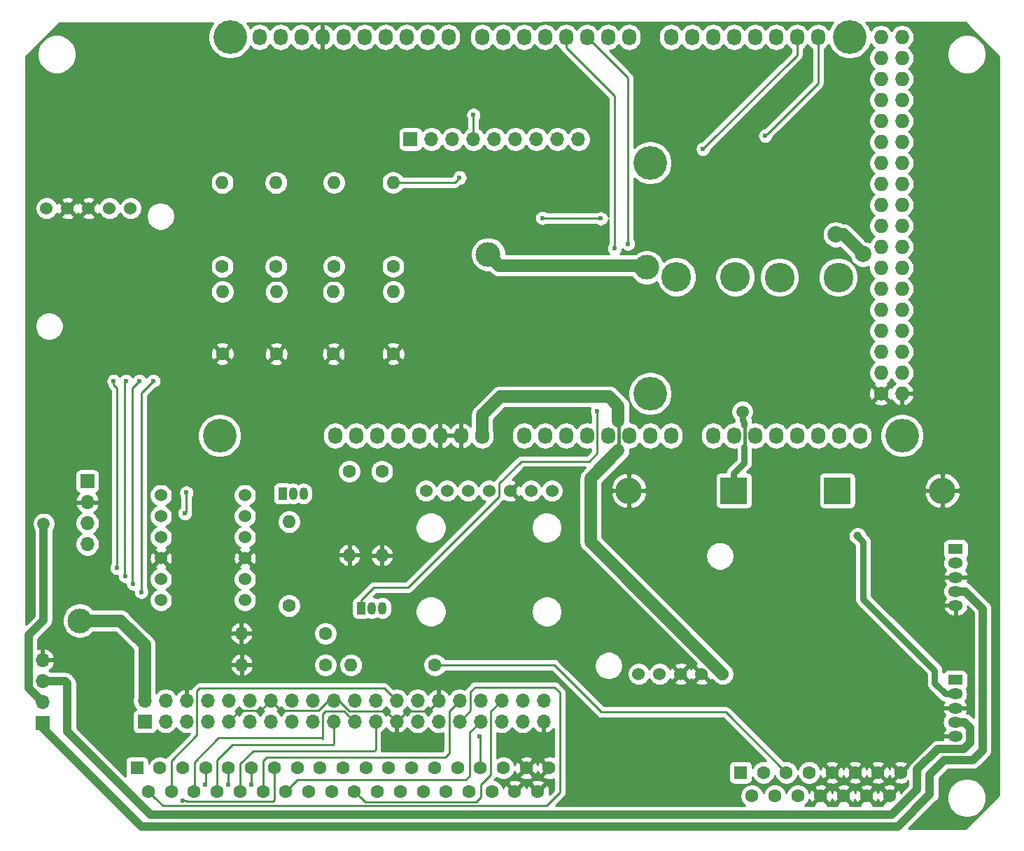
<source format=gbr>
G04 #@! TF.GenerationSoftware,KiCad,Pcbnew,(5.1.5)-3*
G04 #@! TF.CreationDate,2020-04-13T23:59:43-04:00*
G04 #@! TF.ProjectId,Deck_Plate_PCB,4465636b-5f50-46c6-9174-655f5043422e,A*
G04 #@! TF.SameCoordinates,Original*
G04 #@! TF.FileFunction,Copper,L2,Bot*
G04 #@! TF.FilePolarity,Positive*
%FSLAX46Y46*%
G04 Gerber Fmt 4.6, Leading zero omitted, Abs format (unit mm)*
G04 Created by KiCad (PCBNEW (5.1.5)-3) date 2020-04-13 23:59:43*
%MOMM*%
%LPD*%
G04 APERTURE LIST*
%ADD10R,1.600000X1.600000*%
%ADD11C,1.600000*%
%ADD12C,1.524000*%
%ADD13C,3.600000*%
%ADD14O,1.600000X1.600000*%
%ADD15O,1.700000X1.700000*%
%ADD16R,1.700000X1.700000*%
%ADD17O,3.200000X3.200000*%
%ADD18R,3.200000X3.200000*%
%ADD19O,1.800000X1.275000*%
%ADD20R,1.800000X1.275000*%
%ADD21R,1.050000X1.500000*%
%ADD22O,1.050000X1.500000*%
%ADD23C,1.727200*%
%ADD24O,1.727200X1.727200*%
%ADD25O,1.727200X2.032000*%
%ADD26C,4.064000*%
%ADD27C,3.000000*%
%ADD28C,0.600000*%
%ADD29C,1.500000*%
%ADD30C,1.000000*%
%ADD31C,2.000000*%
%ADD32C,0.250000*%
%ADD33C,0.750000*%
%ADD34C,0.400000*%
%ADD35C,1.000000*%
%ADD36C,1.500000*%
%ADD37C,0.254000*%
G04 APERTURE END LIST*
D10*
X95570000Y-137390000D03*
D11*
X98340000Y-137390000D03*
X101110000Y-137390000D03*
X103880000Y-137390000D03*
X106650000Y-137390000D03*
X109420000Y-137390000D03*
X112190000Y-137390000D03*
X114960000Y-137390000D03*
X117730000Y-137390000D03*
X120500000Y-137390000D03*
X123270000Y-137390000D03*
X126040000Y-137390000D03*
X128810000Y-137390000D03*
X131580000Y-137390000D03*
X134350000Y-137390000D03*
X137120000Y-137390000D03*
X139890000Y-137390000D03*
X142660000Y-137390000D03*
X145430000Y-137390000D03*
X96955000Y-140230000D03*
X99725000Y-140230000D03*
X102495000Y-140230000D03*
X105265000Y-140230000D03*
X108035000Y-140230000D03*
X110805000Y-140230000D03*
X113575000Y-140230000D03*
X116345000Y-140230000D03*
X119115000Y-140230000D03*
X121885000Y-140230000D03*
X124655000Y-140230000D03*
X127425000Y-140230000D03*
X130195000Y-140230000D03*
X132965000Y-140230000D03*
X135735000Y-140230000D03*
X138505000Y-140230000D03*
X141275000Y-140230000D03*
X144045000Y-140230000D03*
D12*
X94795000Y-69630000D03*
X92255000Y-69630000D03*
X89715000Y-69630000D03*
X87175000Y-69630000D03*
X84635000Y-69630000D03*
D13*
X160820000Y-77930000D03*
X167930000Y-77930000D03*
X180400000Y-78000000D03*
X173290000Y-78000000D03*
D14*
X125196600Y-111658400D03*
D11*
X125196600Y-101498400D03*
D14*
X126550000Y-66500000D03*
D11*
X126550000Y-76660000D03*
D14*
X105890000Y-66530000D03*
D11*
X105890000Y-76690000D03*
D14*
X112400000Y-66530000D03*
D11*
X112400000Y-76690000D03*
D14*
X126580000Y-79740000D03*
D11*
X126580000Y-87240000D03*
D14*
X105910000Y-79730000D03*
D11*
X105910000Y-87230000D03*
D14*
X112420000Y-79760000D03*
D11*
X112420000Y-87260000D03*
D15*
X144754600Y-129235200D03*
X144754600Y-131775200D03*
X142214600Y-129235200D03*
X142214600Y-131775200D03*
X139674600Y-129235200D03*
X139674600Y-131775200D03*
X137134600Y-129235200D03*
X137134600Y-131775200D03*
X134594600Y-129235200D03*
X134594600Y-131775200D03*
X132054600Y-129235200D03*
X132054600Y-131775200D03*
X129514600Y-129235200D03*
X129514600Y-131775200D03*
X126974600Y-129235200D03*
X126974600Y-131775200D03*
X124434600Y-129235200D03*
X124434600Y-131775200D03*
X121894600Y-129235200D03*
X121894600Y-131775200D03*
X119354600Y-129235200D03*
X119354600Y-131775200D03*
X116814600Y-129235200D03*
X116814600Y-131775200D03*
X114274600Y-129235200D03*
X114274600Y-131775200D03*
X111734600Y-129235200D03*
X111734600Y-131775200D03*
X109194600Y-129235200D03*
X109194600Y-131775200D03*
X106654600Y-129235200D03*
X106654600Y-131775200D03*
X104114600Y-129235200D03*
X104114600Y-131775200D03*
X101574600Y-129235200D03*
X101574600Y-131775200D03*
X99034600Y-129235200D03*
X99034600Y-131775200D03*
X96494600Y-129235200D03*
D16*
X96494600Y-131775200D03*
D14*
X119380000Y-66510000D03*
D11*
X119380000Y-76670000D03*
D14*
X119350000Y-79760000D03*
D11*
X119350000Y-87260000D03*
D15*
X84150000Y-124330000D03*
X84150000Y-126870000D03*
X84150000Y-129410000D03*
D16*
X84150000Y-131950000D03*
D17*
X155080000Y-103820000D03*
D18*
X167780000Y-103820000D03*
D17*
X192980000Y-103810000D03*
D18*
X180280000Y-103810000D03*
D15*
X148971000Y-61264800D03*
X146431000Y-61264800D03*
X143891000Y-61264800D03*
X141351000Y-61264800D03*
X138811000Y-61264800D03*
X136271000Y-61264800D03*
X133731000Y-61264800D03*
X131191000Y-61264800D03*
D16*
X128651000Y-61264800D03*
D15*
X89580000Y-110290000D03*
X89580000Y-107750000D03*
X89580000Y-105210000D03*
D16*
X89580000Y-102670000D03*
D10*
X168580000Y-137940000D03*
D11*
X171350000Y-137940000D03*
X174120000Y-137940000D03*
X176890000Y-137940000D03*
X179660000Y-137940000D03*
X182430000Y-137940000D03*
X185200000Y-137940000D03*
X187970000Y-137940000D03*
X169965000Y-140780000D03*
X172735000Y-140780000D03*
X175505000Y-140780000D03*
X178275000Y-140780000D03*
X181045000Y-140780000D03*
X183815000Y-140780000D03*
X186585000Y-140780000D03*
D14*
X108229400Y-124917200D03*
D11*
X118389400Y-124917200D03*
D14*
X108204000Y-121107200D03*
D11*
X118364000Y-121107200D03*
D14*
X121462800Y-124917200D03*
D11*
X131622800Y-124917200D03*
D14*
X121259600Y-111633000D03*
D11*
X121259600Y-101473000D03*
D14*
X113969800Y-107594400D03*
D11*
X113969800Y-117754400D03*
D19*
X194540000Y-133546000D03*
X194540000Y-131846000D03*
X194540000Y-130146000D03*
X194540000Y-128446000D03*
D20*
X194540000Y-126746000D03*
D21*
X122707400Y-118033800D03*
D22*
X125247400Y-118033800D03*
X123977400Y-118033800D03*
D21*
X113182400Y-104165400D03*
D22*
X115722400Y-104165400D03*
X114452400Y-104165400D03*
D12*
X130530600Y-103835200D03*
X133070600Y-103835200D03*
X135610600Y-103835200D03*
X138150600Y-103835200D03*
X140690600Y-103835200D03*
X143230600Y-103835200D03*
X145770600Y-103835200D03*
X98475800Y-117068600D03*
X98475800Y-114528600D03*
X98475800Y-111988600D03*
X98475800Y-109448600D03*
X98475800Y-106908600D03*
X98475800Y-104368600D03*
X108635800Y-117068600D03*
X108635800Y-114528600D03*
X108635800Y-111988600D03*
X108635800Y-109448600D03*
X108635800Y-106908600D03*
X108635800Y-104368600D03*
D19*
X194610000Y-117710000D03*
X194610000Y-116010000D03*
X194610000Y-114310000D03*
X194610000Y-112610000D03*
D20*
X194610000Y-110910000D03*
D12*
X156260800Y-126009400D03*
X158800800Y-126009400D03*
X161340800Y-126009400D03*
X163880800Y-126009400D03*
X166420800Y-126009400D03*
D23*
X185572400Y-92075000D03*
D24*
X188112400Y-92075000D03*
X185572400Y-89535000D03*
X188112400Y-89535000D03*
X185572400Y-86995000D03*
X188112400Y-86995000D03*
X185572400Y-84455000D03*
X188112400Y-84455000D03*
X185572400Y-81915000D03*
X188112400Y-81915000D03*
X185572400Y-79375000D03*
X188112400Y-79375000D03*
X185572400Y-76835000D03*
X188112400Y-76835000D03*
X185572400Y-74295000D03*
X188112400Y-74295000D03*
X185572400Y-71755000D03*
X188112400Y-71755000D03*
X185572400Y-69215000D03*
X188112400Y-69215000D03*
X185572400Y-66675000D03*
X188112400Y-66675000D03*
X185572400Y-64135000D03*
X188112400Y-64135000D03*
X185572400Y-61595000D03*
X188112400Y-61595000D03*
X185572400Y-59055000D03*
X188112400Y-59055000D03*
X185572400Y-56515000D03*
X188112400Y-56515000D03*
X185572400Y-53975000D03*
X188112400Y-53975000D03*
X185572400Y-51435000D03*
X188112400Y-51435000D03*
X185572400Y-48895000D03*
X188112400Y-48895000D03*
D25*
X119532400Y-97155000D03*
X122072400Y-97155000D03*
X124612400Y-97155000D03*
X127152400Y-97155000D03*
X129692400Y-97155000D03*
X132232400Y-97155000D03*
X134772400Y-97155000D03*
X137312400Y-97155000D03*
X142392400Y-97155000D03*
X144932400Y-97155000D03*
X147472400Y-97155000D03*
X150012400Y-97155000D03*
X152552400Y-97155000D03*
X155092400Y-97155000D03*
X157632400Y-97155000D03*
X160172400Y-97155000D03*
X165252400Y-97155000D03*
X167792400Y-97155000D03*
X170332400Y-97155000D03*
X172872400Y-97155000D03*
X175412400Y-97155000D03*
X177952400Y-97155000D03*
X180492400Y-97155000D03*
X183032400Y-97155000D03*
X110388400Y-48895000D03*
X112928400Y-48895000D03*
X115468400Y-48895000D03*
X118008400Y-48895000D03*
X120548400Y-48895000D03*
X123088400Y-48895000D03*
X125628400Y-48895000D03*
X128168400Y-48895000D03*
X130708400Y-48895000D03*
X133248400Y-48895000D03*
X137312400Y-48895000D03*
X139852400Y-48895000D03*
X142392400Y-48895000D03*
X144932400Y-48895000D03*
X147472400Y-48895000D03*
X150012400Y-48895000D03*
X152552400Y-48895000D03*
X155092400Y-48895000D03*
X160172400Y-48895000D03*
X162712400Y-48895000D03*
X165252400Y-48895000D03*
X167792400Y-48895000D03*
X170332400Y-48895000D03*
X172872400Y-48895000D03*
X175412400Y-48895000D03*
X177952400Y-48895000D03*
D26*
X105562400Y-97155000D03*
X157632400Y-92075000D03*
X188112400Y-97155000D03*
X106832400Y-48895000D03*
X157632400Y-64135000D03*
X181762400Y-48895000D03*
D27*
X174420000Y-122450000D03*
X174650000Y-110800000D03*
X149610000Y-133970000D03*
D28*
X164030000Y-62449998D03*
X144610000Y-70800000D03*
X151670000Y-70870000D03*
X171580000Y-60850000D03*
X101550000Y-104060000D03*
X101360000Y-106580000D03*
D29*
X168820000Y-94250000D03*
D30*
X182750000Y-109310000D03*
D28*
X136989998Y-133580000D03*
D27*
X88650000Y-119560000D03*
D31*
X183420000Y-75190000D03*
D27*
X138060000Y-75220000D03*
D31*
X180100000Y-72800000D03*
D27*
X157240000Y-76790000D03*
D28*
X153350000Y-74500000D03*
X154960000Y-73940000D03*
X151240000Y-94220000D03*
X136270000Y-58325000D03*
X95120002Y-115100000D03*
X95870000Y-90540000D03*
X103850000Y-139405010D03*
X94250000Y-90540000D03*
X94140000Y-114149998D03*
X106650004Y-139405010D03*
X92760000Y-90550000D03*
X93119999Y-113180000D03*
X109430000Y-139405010D03*
X96090000Y-116090000D03*
X97570000Y-90530000D03*
X101120000Y-141349979D03*
D29*
X84280000Y-107820000D03*
D28*
X134590000Y-65920000D03*
D32*
X106654600Y-131775200D02*
X107979800Y-130450000D01*
X110519800Y-130450000D02*
X111734600Y-129235200D01*
X107979800Y-130450000D02*
X110519800Y-130450000D01*
X119354600Y-129235200D02*
X118734800Y-129235200D01*
X118734800Y-129235200D02*
X117540000Y-130430000D01*
X112929400Y-130430000D02*
X111734600Y-129235200D01*
X117540000Y-130430000D02*
X112929400Y-130430000D01*
X132054600Y-129235200D02*
X130809800Y-130480000D01*
X128269800Y-130480000D02*
X126974600Y-131775200D01*
X130809800Y-130480000D02*
X128269800Y-130480000D01*
X125689400Y-130490000D02*
X126124601Y-130925201D01*
X121230000Y-130490000D02*
X125689400Y-130490000D01*
X119975200Y-129235200D02*
X121230000Y-130490000D01*
X119354600Y-129235200D02*
X119975200Y-129235200D01*
X126124601Y-130925201D02*
X126974600Y-131775200D01*
X175412400Y-51067598D02*
X164329999Y-62149999D01*
X164329999Y-62149999D02*
X164030000Y-62449998D01*
X175412400Y-48895000D02*
X175412400Y-51067598D01*
X144680000Y-70870000D02*
X151670000Y-70870000D01*
X144610000Y-70800000D02*
X144680000Y-70870000D01*
X177952400Y-48895000D02*
X177952400Y-54477600D01*
X171879999Y-60550001D02*
X171580000Y-60850000D01*
X177952400Y-54477600D02*
X171879999Y-60550001D01*
X101550000Y-104060000D02*
X101550000Y-106390000D01*
X101550000Y-106390000D02*
X101360000Y-106580000D01*
D33*
X168820000Y-95310660D02*
X169050000Y-95540660D01*
X168820000Y-94250000D02*
X168820000Y-95310660D01*
X169050000Y-95540660D02*
X169050000Y-95890000D01*
X169050000Y-100423400D02*
X169050000Y-98550000D01*
D34*
X169060000Y-98540000D02*
X169050000Y-98550000D01*
X169050000Y-95540660D02*
X169060000Y-95550660D01*
X169060000Y-95550660D02*
X169060000Y-98540000D01*
D33*
X192080000Y-127136000D02*
X193390000Y-128446000D01*
X182750000Y-109350000D02*
X183420000Y-110020000D01*
X183420000Y-116950000D02*
X192080000Y-125610000D01*
X192080000Y-125610000D02*
X192080000Y-127136000D01*
X182750000Y-109310000D02*
X182750000Y-109350000D01*
X193390000Y-128446000D02*
X194540000Y-128446000D01*
X183420000Y-110020000D02*
X183420000Y-116950000D01*
X167780000Y-101693400D02*
X167780000Y-103820000D01*
X169050000Y-100423400D02*
X167780000Y-101693400D01*
D32*
X99725000Y-136515000D02*
X99725000Y-140230000D01*
X125469400Y-127730000D02*
X103180000Y-127730000D01*
X126974600Y-129235200D02*
X125469400Y-127730000D01*
X102830000Y-133410000D02*
X99725000Y-136515000D01*
X103180000Y-127730000D02*
X102830000Y-128080000D01*
X102830000Y-128080000D02*
X102830000Y-133410000D01*
X146730000Y-140370000D02*
X145125011Y-141974989D01*
X98699989Y-141974989D02*
X97754999Y-141029999D01*
X135910000Y-130459800D02*
X135910000Y-128180000D01*
X145125011Y-141974989D02*
X98699989Y-141974989D01*
X136480000Y-127610000D02*
X146090000Y-127610000D01*
X146090000Y-127610000D02*
X146730000Y-128250000D01*
X146730000Y-128250000D02*
X146730000Y-140370000D01*
X135910000Y-128180000D02*
X136480000Y-127610000D01*
X97754999Y-141029999D02*
X96955000Y-140230000D01*
X134594600Y-131775200D02*
X135910000Y-130459800D01*
X136989998Y-133580000D02*
X137120000Y-133710002D01*
X137120000Y-134220000D02*
X137120000Y-137390000D01*
X137120000Y-133710002D02*
X137120000Y-134220000D01*
X96479400Y-129220000D02*
X96494600Y-129235200D01*
D35*
X197880000Y-135220000D02*
X197880000Y-118130000D01*
X197880000Y-118130000D02*
X195760000Y-116010000D01*
X193260000Y-136430000D02*
X196670000Y-136430000D01*
X191480000Y-138210000D02*
X193260000Y-136430000D01*
X84150000Y-132549520D02*
X96100480Y-144500000D01*
X84150000Y-131950000D02*
X84150000Y-132549520D01*
X196670000Y-136430000D02*
X197880000Y-135220000D01*
X96100480Y-144500000D02*
X187610000Y-144500000D01*
X187610000Y-144500000D02*
X191480000Y-140630000D01*
X195760000Y-116010000D02*
X194610000Y-116010000D01*
X191480000Y-140630000D02*
X191480000Y-138210000D01*
D36*
X88650000Y-119560000D02*
X93590000Y-119560000D01*
X96494600Y-122464600D02*
X96494600Y-129235200D01*
X93590000Y-119560000D02*
X96494600Y-122464600D01*
X181030000Y-72800000D02*
X180100000Y-72800000D01*
X183420000Y-75190000D02*
X181030000Y-72800000D01*
X138359999Y-75519999D02*
X138060000Y-75220000D01*
X157000000Y-76550000D02*
X139390000Y-76550000D01*
X139390000Y-76550000D02*
X138359999Y-75519999D01*
D32*
X151739600Y-130632200D02*
X166812200Y-130632200D01*
X131622800Y-124917200D02*
X146024600Y-124917200D01*
X166812200Y-130632200D02*
X174120000Y-137940000D01*
X146024600Y-124917200D02*
X151739600Y-130632200D01*
X147472400Y-50161000D02*
X147472400Y-48895000D01*
X153350000Y-74500000D02*
X153350000Y-56038600D01*
X153350000Y-56038600D02*
X147472400Y-50161000D01*
D35*
X87160000Y-132996002D02*
X87160000Y-127140000D01*
X186910000Y-143050000D02*
X97213998Y-143050000D01*
X189960000Y-140000000D02*
X186910000Y-143050000D01*
X189960000Y-137590000D02*
X189960000Y-140000000D01*
X97213998Y-143050000D02*
X87160000Y-132996002D01*
X195690000Y-131846000D02*
X196360000Y-132516000D01*
X196360000Y-134340000D02*
X195580000Y-135120000D01*
X195580000Y-135120000D02*
X192430000Y-135120000D01*
X192430000Y-135120000D02*
X189960000Y-137590000D01*
X194540000Y-131846000D02*
X195690000Y-131846000D01*
X196360000Y-132516000D02*
X196360000Y-134340000D01*
X86890000Y-126870000D02*
X84150000Y-126870000D01*
X87160000Y-127140000D02*
X86890000Y-126870000D01*
D32*
X154960000Y-53842600D02*
X150012400Y-48895000D01*
X154960000Y-73940000D02*
X154960000Y-53842600D01*
X150291800Y-100253800D02*
X151240000Y-99305600D01*
X142087600Y-100253800D02*
X150291800Y-100253800D01*
X139390000Y-102951400D02*
X142087600Y-100253800D01*
X122707400Y-117033800D02*
X124222000Y-115519200D01*
X151240000Y-99305600D02*
X151240000Y-94644264D01*
X128384300Y-115519200D02*
X139390000Y-104513500D01*
X151240000Y-94644264D02*
X151240000Y-94220000D01*
X122707400Y-118033800D02*
X122707400Y-117033800D01*
X124222000Y-115519200D02*
X128384300Y-115519200D01*
X139390000Y-104513500D02*
X139390000Y-102951400D01*
X136271000Y-61264800D02*
X136271000Y-58326000D01*
X136271000Y-58326000D02*
X136270000Y-58325000D01*
X95040000Y-91370000D02*
X95870000Y-90540000D01*
X95120002Y-115100000D02*
X95040000Y-115019998D01*
X95040000Y-115019998D02*
X95040000Y-91370000D01*
X103880000Y-137390000D02*
X103880000Y-139375010D01*
X103880000Y-139375010D02*
X103850000Y-139405010D01*
X138390000Y-130519800D02*
X138390000Y-138190000D01*
X138390000Y-138190000D02*
X137160000Y-139420000D01*
X136565022Y-141524978D02*
X123179978Y-141524978D01*
X139674600Y-129235200D02*
X138390000Y-130519800D01*
X123179978Y-141524978D02*
X122684999Y-141029999D01*
X122684999Y-141029999D02*
X121885000Y-140230000D01*
X137160000Y-140930000D02*
X136565022Y-141524978D01*
X137160000Y-139420000D02*
X137160000Y-140930000D01*
X114374999Y-139430001D02*
X113575000Y-140230000D01*
X135850000Y-133059800D02*
X135850000Y-138310000D01*
X115005000Y-138800000D02*
X114374999Y-139430001D01*
X137134600Y-131775200D02*
X135850000Y-133059800D01*
X135850000Y-138310000D02*
X135360000Y-138800000D01*
X135360000Y-138800000D02*
X115005000Y-138800000D01*
X110840000Y-136540000D02*
X110840000Y-140195000D01*
X110840000Y-140195000D02*
X110805000Y-140230000D01*
X111300000Y-136080000D02*
X110840000Y-136540000D01*
X133330000Y-130499800D02*
X133330000Y-135600000D01*
X134594600Y-129235200D02*
X133330000Y-130499800D01*
X133330000Y-135600000D02*
X132850000Y-136080000D01*
X132850000Y-136080000D02*
X111300000Y-136080000D01*
X108070000Y-140195000D02*
X108035000Y-140230000D01*
X124434600Y-135145400D02*
X124260000Y-135320000D01*
X108070000Y-136910000D02*
X108070000Y-140195000D01*
X124260000Y-135320000D02*
X109660000Y-135320000D01*
X124434600Y-131775200D02*
X124434600Y-135145400D01*
X109660000Y-135320000D02*
X108070000Y-136910000D01*
X102510000Y-140215000D02*
X102495000Y-140230000D01*
X102510000Y-136700000D02*
X102510000Y-140215000D01*
X105450000Y-133760000D02*
X102510000Y-136700000D01*
X118050000Y-130870000D02*
X118050000Y-133890000D01*
X118050000Y-133890000D02*
X117920000Y-133760000D01*
X121894600Y-131775200D02*
X121044601Y-130925201D01*
X121028791Y-130925201D02*
X120623590Y-130520000D01*
X121044601Y-130925201D02*
X121028791Y-130925201D01*
X120623590Y-130520000D02*
X118400000Y-130520000D01*
X117920000Y-133760000D02*
X105450000Y-133760000D01*
X118400000Y-130520000D02*
X118050000Y-130870000D01*
X105265000Y-138316413D02*
X105265000Y-140230000D01*
X105260000Y-138311413D02*
X105265000Y-138316413D01*
X119354600Y-134535400D02*
X119300000Y-134590000D01*
X119354600Y-131775200D02*
X119354600Y-134535400D01*
X119300000Y-134590000D02*
X107090000Y-134590000D01*
X105260000Y-136420000D02*
X105260000Y-138311413D01*
X107090000Y-134590000D02*
X105260000Y-136420000D01*
X94080000Y-114089998D02*
X94140000Y-114149998D01*
X94250000Y-90540000D02*
X94080000Y-90710000D01*
X94080000Y-90710000D02*
X94080000Y-114089998D01*
X106650000Y-139405006D02*
X106650004Y-139405010D01*
X106650000Y-137390000D02*
X106650000Y-139405006D01*
X93119999Y-112755736D02*
X93119999Y-113180000D01*
X93119999Y-91369999D02*
X93119999Y-112755736D01*
X92740000Y-90990000D02*
X93119999Y-91369999D01*
X92760000Y-90550000D02*
X92740000Y-90570000D01*
X92740000Y-90570000D02*
X92740000Y-90990000D01*
X109420000Y-137390000D02*
X109420000Y-139395010D01*
X109420000Y-139395010D02*
X109430000Y-139405010D01*
X96090000Y-92010000D02*
X97570000Y-90530000D01*
X96090000Y-116090000D02*
X96090000Y-92010000D01*
X112190000Y-137390000D02*
X112190000Y-141240000D01*
X101544264Y-141349979D02*
X101120000Y-141349979D01*
X112000021Y-141429979D02*
X101624264Y-141429979D01*
X112190000Y-141240000D02*
X112000021Y-141429979D01*
X101624264Y-141429979D02*
X101544264Y-141349979D01*
D35*
X82460000Y-121310000D02*
X84280000Y-119490000D01*
X84280000Y-119490000D02*
X84280000Y-107820000D01*
X84150000Y-129410000D02*
X82460000Y-127720000D01*
X82460000Y-127720000D02*
X82460000Y-121310000D01*
D32*
X153009600Y-92786200D02*
X152908000Y-92684600D01*
X166420800Y-126009400D02*
X166408100Y-126009400D01*
X153022300Y-92786200D02*
X153009600Y-92786200D01*
D36*
X153809700Y-93573600D02*
X153022300Y-92786200D01*
D32*
X153810000Y-93573900D02*
X153809700Y-93573600D01*
X153809700Y-98969700D02*
X153810000Y-98969400D01*
X153810000Y-95380000D02*
X153809700Y-95380300D01*
D36*
X153810000Y-93573900D02*
X153810000Y-95380000D01*
X152653398Y-92429998D02*
X139521402Y-92429998D01*
X152908000Y-92684600D02*
X152653398Y-92429998D01*
X137312400Y-94639000D02*
X137312400Y-97155000D01*
X139521402Y-92429998D02*
X137312400Y-94639000D01*
D34*
X153809700Y-98969700D02*
X153820000Y-98959400D01*
X153820000Y-95390600D02*
X153809700Y-95380300D01*
X153820000Y-98959400D02*
X153820000Y-95390600D01*
D36*
X150440000Y-102339400D02*
X153809700Y-98969700D01*
X166408100Y-126009400D02*
X150440000Y-110041300D01*
X150440000Y-110041300D02*
X150440000Y-102339400D01*
D32*
X134290001Y-66219999D02*
X134590000Y-65920000D01*
X134020000Y-66490000D02*
X134290001Y-66219999D01*
X126550000Y-66500000D02*
X126560000Y-66490000D01*
X126560000Y-66490000D02*
X134020000Y-66490000D01*
D37*
G36*
X199839968Y-51270861D02*
G01*
X199830033Y-140698662D01*
X195803034Y-144780081D01*
X188933177Y-144781954D01*
X192243141Y-141471991D01*
X192286449Y-141436449D01*
X192428284Y-141263623D01*
X192533676Y-141066447D01*
X192598577Y-140852499D01*
X192605136Y-140785898D01*
X193576000Y-140785898D01*
X193576000Y-141255702D01*
X193667654Y-141716479D01*
X193847440Y-142150521D01*
X194108450Y-142541149D01*
X194440651Y-142873350D01*
X194831279Y-143134360D01*
X195265321Y-143314146D01*
X195726098Y-143405800D01*
X196195902Y-143405800D01*
X196656679Y-143314146D01*
X197090721Y-143134360D01*
X197481349Y-142873350D01*
X197813550Y-142541149D01*
X198074560Y-142150521D01*
X198254346Y-141716479D01*
X198346000Y-141255702D01*
X198346000Y-140785898D01*
X198254346Y-140325121D01*
X198074560Y-139891079D01*
X197813550Y-139500451D01*
X197481349Y-139168250D01*
X197090721Y-138907240D01*
X196656679Y-138727454D01*
X196195902Y-138635800D01*
X195726098Y-138635800D01*
X195265321Y-138727454D01*
X194831279Y-138907240D01*
X194440651Y-139168250D01*
X194108450Y-139500451D01*
X193847440Y-139891079D01*
X193667654Y-140325121D01*
X193576000Y-140785898D01*
X192605136Y-140785898D01*
X192615000Y-140685752D01*
X192615000Y-140685743D01*
X192620490Y-140630001D01*
X192615000Y-140574259D01*
X192615000Y-138680131D01*
X193730132Y-137565000D01*
X196614249Y-137565000D01*
X196670000Y-137570491D01*
X196725751Y-137565000D01*
X196725752Y-137565000D01*
X196892499Y-137548577D01*
X197106447Y-137483676D01*
X197303623Y-137378284D01*
X197476449Y-137236449D01*
X197511996Y-137193135D01*
X198643140Y-136061992D01*
X198686449Y-136026449D01*
X198828284Y-135853623D01*
X198933676Y-135656447D01*
X198998577Y-135442499D01*
X199015000Y-135275752D01*
X199015000Y-135275743D01*
X199020490Y-135220001D01*
X199015000Y-135164259D01*
X199015000Y-118185752D01*
X199020491Y-118130000D01*
X198998577Y-117907501D01*
X198933676Y-117693553D01*
X198828284Y-117496377D01*
X198769706Y-117425000D01*
X198686449Y-117323551D01*
X198643141Y-117288009D01*
X196601996Y-115246865D01*
X196566449Y-115203551D01*
X196393623Y-115061716D01*
X196196447Y-114956324D01*
X196006347Y-114898657D01*
X196096737Y-114679633D01*
X196103191Y-114633505D01*
X195978985Y-114437000D01*
X194737000Y-114437000D01*
X194737000Y-114457000D01*
X194483000Y-114457000D01*
X194483000Y-114437000D01*
X193241015Y-114437000D01*
X193116809Y-114633505D01*
X193123263Y-114679633D01*
X193218898Y-114911367D01*
X193357905Y-115119991D01*
X193398417Y-115160608D01*
X193284336Y-115299616D01*
X193166175Y-115520679D01*
X193093412Y-115760546D01*
X193068843Y-116010000D01*
X193093412Y-116259454D01*
X193166175Y-116499321D01*
X193284336Y-116720384D01*
X193398417Y-116859392D01*
X193357905Y-116900009D01*
X193218898Y-117108633D01*
X193123263Y-117340367D01*
X193116809Y-117386495D01*
X193241015Y-117583000D01*
X194483000Y-117583000D01*
X194483000Y-117563000D01*
X194737000Y-117563000D01*
X194737000Y-117583000D01*
X194757000Y-117583000D01*
X194757000Y-117837000D01*
X194737000Y-117837000D01*
X194737000Y-118982500D01*
X194999500Y-118982500D01*
X195245312Y-118933273D01*
X195476797Y-118837036D01*
X195685059Y-118697488D01*
X195862095Y-118519991D01*
X196001102Y-118311367D01*
X196096737Y-118079633D01*
X196103191Y-118033505D01*
X195978986Y-117837002D01*
X195981871Y-117837002D01*
X196745001Y-118600133D01*
X196745000Y-131295869D01*
X196531996Y-131082865D01*
X196496449Y-131039551D01*
X196323623Y-130897716D01*
X196126447Y-130792324D01*
X195936347Y-130734657D01*
X196026737Y-130515633D01*
X196033191Y-130469505D01*
X195908985Y-130273000D01*
X194667000Y-130273000D01*
X194667000Y-130293000D01*
X194413000Y-130293000D01*
X194413000Y-130273000D01*
X193171015Y-130273000D01*
X193046809Y-130469505D01*
X193053263Y-130515633D01*
X193148898Y-130747367D01*
X193287905Y-130955991D01*
X193328417Y-130996608D01*
X193214336Y-131135616D01*
X193096175Y-131356679D01*
X193023412Y-131596546D01*
X192998843Y-131846000D01*
X193023412Y-132095454D01*
X193096175Y-132335321D01*
X193214336Y-132556384D01*
X193328417Y-132695392D01*
X193287905Y-132736009D01*
X193148898Y-132944633D01*
X193053263Y-133176367D01*
X193046809Y-133222495D01*
X193171015Y-133419000D01*
X194413000Y-133419000D01*
X194413000Y-133399000D01*
X194667000Y-133399000D01*
X194667000Y-133419000D01*
X194687000Y-133419000D01*
X194687000Y-133673000D01*
X194667000Y-133673000D01*
X194667000Y-133693000D01*
X194413000Y-133693000D01*
X194413000Y-133673000D01*
X193171015Y-133673000D01*
X193046809Y-133869505D01*
X193053263Y-133915633D01*
X193081890Y-133985000D01*
X192485741Y-133985000D01*
X192429999Y-133979510D01*
X192374257Y-133985000D01*
X192374248Y-133985000D01*
X192207501Y-134001423D01*
X191993553Y-134066324D01*
X191796377Y-134171716D01*
X191623551Y-134313551D01*
X191588011Y-134356857D01*
X189196865Y-136748004D01*
X189153551Y-136783551D01*
X189011716Y-136956377D01*
X188920569Y-137126903D01*
X188906324Y-137153554D01*
X188893380Y-137196225D01*
X188149605Y-137940000D01*
X188163748Y-137954143D01*
X187984143Y-138133748D01*
X187970000Y-138119605D01*
X187156903Y-138932702D01*
X187228486Y-139176671D01*
X187483996Y-139297571D01*
X187758184Y-139366300D01*
X188040512Y-139380217D01*
X188320130Y-139338787D01*
X188586292Y-139243603D01*
X188711514Y-139176671D01*
X188783097Y-138932704D01*
X188825000Y-138974607D01*
X188825001Y-139529867D01*
X187968301Y-140386567D01*
X187888603Y-140163708D01*
X187821671Y-140038486D01*
X187577702Y-139966903D01*
X186764605Y-140780000D01*
X186778748Y-140794143D01*
X186599143Y-140973748D01*
X186585000Y-140959605D01*
X185771903Y-141772702D01*
X185813655Y-141915000D01*
X184586345Y-141915000D01*
X184628097Y-141772702D01*
X183815000Y-140959605D01*
X183001903Y-141772702D01*
X183043655Y-141915000D01*
X181816345Y-141915000D01*
X181858097Y-141772702D01*
X181045000Y-140959605D01*
X180231903Y-141772702D01*
X180273655Y-141915000D01*
X179046345Y-141915000D01*
X179088097Y-141772702D01*
X178275000Y-140959605D01*
X177461903Y-141772702D01*
X177503655Y-141915000D01*
X176389284Y-141915000D01*
X176419759Y-141894637D01*
X176619637Y-141694759D01*
X176776680Y-141459727D01*
X176884853Y-141198574D01*
X176890513Y-141170118D01*
X176971397Y-141396292D01*
X177038329Y-141521514D01*
X177282298Y-141593097D01*
X178095395Y-140780000D01*
X178454605Y-140780000D01*
X179267702Y-141593097D01*
X179511671Y-141521514D01*
X179632571Y-141266004D01*
X179658216Y-141163695D01*
X179741397Y-141396292D01*
X179808329Y-141521514D01*
X180052298Y-141593097D01*
X180865395Y-140780000D01*
X181224605Y-140780000D01*
X182037702Y-141593097D01*
X182281671Y-141521514D01*
X182402571Y-141266004D01*
X182428216Y-141163695D01*
X182511397Y-141396292D01*
X182578329Y-141521514D01*
X182822298Y-141593097D01*
X183635395Y-140780000D01*
X183994605Y-140780000D01*
X184807702Y-141593097D01*
X185051671Y-141521514D01*
X185172571Y-141266004D01*
X185198216Y-141163695D01*
X185281397Y-141396292D01*
X185348329Y-141521514D01*
X185592298Y-141593097D01*
X186405395Y-140780000D01*
X185592298Y-139966903D01*
X185348329Y-140038486D01*
X185227429Y-140293996D01*
X185201784Y-140396305D01*
X185118603Y-140163708D01*
X185051671Y-140038486D01*
X184807702Y-139966903D01*
X183994605Y-140780000D01*
X183635395Y-140780000D01*
X182822298Y-139966903D01*
X182578329Y-140038486D01*
X182457429Y-140293996D01*
X182431784Y-140396305D01*
X182348603Y-140163708D01*
X182281671Y-140038486D01*
X182037702Y-139966903D01*
X181224605Y-140780000D01*
X180865395Y-140780000D01*
X180052298Y-139966903D01*
X179808329Y-140038486D01*
X179687429Y-140293996D01*
X179661784Y-140396305D01*
X179578603Y-140163708D01*
X179511671Y-140038486D01*
X179267702Y-139966903D01*
X178454605Y-140780000D01*
X178095395Y-140780000D01*
X177282298Y-139966903D01*
X177038329Y-140038486D01*
X176917429Y-140293996D01*
X176891788Y-140396289D01*
X176884853Y-140361426D01*
X176776680Y-140100273D01*
X176619637Y-139865241D01*
X176541694Y-139787298D01*
X177461903Y-139787298D01*
X178275000Y-140600395D01*
X179088097Y-139787298D01*
X180231903Y-139787298D01*
X181045000Y-140600395D01*
X181858097Y-139787298D01*
X183001903Y-139787298D01*
X183815000Y-140600395D01*
X184628097Y-139787298D01*
X185771903Y-139787298D01*
X186585000Y-140600395D01*
X187398097Y-139787298D01*
X187326514Y-139543329D01*
X187071004Y-139422429D01*
X186796816Y-139353700D01*
X186514488Y-139339783D01*
X186234870Y-139381213D01*
X185968708Y-139476397D01*
X185843486Y-139543329D01*
X185771903Y-139787298D01*
X184628097Y-139787298D01*
X184556514Y-139543329D01*
X184301004Y-139422429D01*
X184026816Y-139353700D01*
X183744488Y-139339783D01*
X183464870Y-139381213D01*
X183198708Y-139476397D01*
X183073486Y-139543329D01*
X183001903Y-139787298D01*
X181858097Y-139787298D01*
X181786514Y-139543329D01*
X181531004Y-139422429D01*
X181256816Y-139353700D01*
X180974488Y-139339783D01*
X180694870Y-139381213D01*
X180428708Y-139476397D01*
X180303486Y-139543329D01*
X180231903Y-139787298D01*
X179088097Y-139787298D01*
X179016514Y-139543329D01*
X178761004Y-139422429D01*
X178486816Y-139353700D01*
X178204488Y-139339783D01*
X177924870Y-139381213D01*
X177658708Y-139476397D01*
X177533486Y-139543329D01*
X177461903Y-139787298D01*
X176541694Y-139787298D01*
X176419759Y-139665363D01*
X176184727Y-139508320D01*
X175923574Y-139400147D01*
X175646335Y-139345000D01*
X175363665Y-139345000D01*
X175086426Y-139400147D01*
X174825273Y-139508320D01*
X174590241Y-139665363D01*
X174390363Y-139865241D01*
X174233320Y-140100273D01*
X174125147Y-140361426D01*
X174120000Y-140387301D01*
X174114853Y-140361426D01*
X174006680Y-140100273D01*
X173849637Y-139865241D01*
X173649759Y-139665363D01*
X173414727Y-139508320D01*
X173153574Y-139400147D01*
X172876335Y-139345000D01*
X172593665Y-139345000D01*
X172316426Y-139400147D01*
X172055273Y-139508320D01*
X171820241Y-139665363D01*
X171620363Y-139865241D01*
X171463320Y-140100273D01*
X171355147Y-140361426D01*
X171350000Y-140387301D01*
X171344853Y-140361426D01*
X171236680Y-140100273D01*
X171079637Y-139865241D01*
X170879759Y-139665363D01*
X170644727Y-139508320D01*
X170383574Y-139400147D01*
X170106335Y-139345000D01*
X169823665Y-139345000D01*
X169546426Y-139400147D01*
X169285273Y-139508320D01*
X169050241Y-139665363D01*
X168850363Y-139865241D01*
X168693320Y-140100273D01*
X168585147Y-140361426D01*
X168530000Y-140638665D01*
X168530000Y-140921335D01*
X168585147Y-141198574D01*
X168693320Y-141459727D01*
X168850363Y-141694759D01*
X169050241Y-141894637D01*
X169080716Y-141915000D01*
X146259801Y-141915000D01*
X147241003Y-140933799D01*
X147270001Y-140910001D01*
X147364974Y-140794276D01*
X147435546Y-140662247D01*
X147479003Y-140518986D01*
X147490000Y-140407333D01*
X147490000Y-140407324D01*
X147493676Y-140370001D01*
X147490000Y-140332678D01*
X147490000Y-128287325D01*
X147493676Y-128250000D01*
X147490000Y-128212675D01*
X147490000Y-128212667D01*
X147479003Y-128101014D01*
X147435546Y-127957753D01*
X147364974Y-127825724D01*
X147270001Y-127709999D01*
X147241004Y-127686202D01*
X146653803Y-127099002D01*
X146630001Y-127069999D01*
X146514276Y-126975026D01*
X146382247Y-126904454D01*
X146238986Y-126860997D01*
X146127333Y-126850000D01*
X146127322Y-126850000D01*
X146090000Y-126846324D01*
X146052678Y-126850000D01*
X136517325Y-126850000D01*
X136480000Y-126846324D01*
X136442675Y-126850000D01*
X136442667Y-126850000D01*
X136331014Y-126860997D01*
X136187753Y-126904454D01*
X136055724Y-126975026D01*
X135939999Y-127069999D01*
X135916200Y-127098998D01*
X135398998Y-127616201D01*
X135370000Y-127639999D01*
X135346202Y-127668997D01*
X135346201Y-127668998D01*
X135275026Y-127755724D01*
X135207647Y-127881780D01*
X135027758Y-127807268D01*
X134740860Y-127750200D01*
X134448340Y-127750200D01*
X134161442Y-127807268D01*
X133891189Y-127919210D01*
X133647968Y-128081725D01*
X133441125Y-128288568D01*
X133319405Y-128470734D01*
X133249778Y-128353845D01*
X133054869Y-128137612D01*
X132821520Y-127963559D01*
X132558699Y-127838375D01*
X132411490Y-127793724D01*
X132181600Y-127915045D01*
X132181600Y-129108200D01*
X132201600Y-129108200D01*
X132201600Y-129362200D01*
X132181600Y-129362200D01*
X132181600Y-129382200D01*
X131927600Y-129382200D01*
X131927600Y-129362200D01*
X131907600Y-129362200D01*
X131907600Y-129108200D01*
X131927600Y-129108200D01*
X131927600Y-127915045D01*
X131697710Y-127793724D01*
X131550501Y-127838375D01*
X131287680Y-127963559D01*
X131054331Y-128137612D01*
X130859422Y-128353845D01*
X130789795Y-128470734D01*
X130668075Y-128288568D01*
X130461232Y-128081725D01*
X130218011Y-127919210D01*
X129947758Y-127807268D01*
X129660860Y-127750200D01*
X129368340Y-127750200D01*
X129081442Y-127807268D01*
X128811189Y-127919210D01*
X128567968Y-128081725D01*
X128361125Y-128288568D01*
X128244600Y-128462960D01*
X128128075Y-128288568D01*
X127921232Y-128081725D01*
X127678011Y-127919210D01*
X127407758Y-127807268D01*
X127120860Y-127750200D01*
X126828340Y-127750200D01*
X126608192Y-127793991D01*
X126033204Y-127219003D01*
X126009401Y-127189999D01*
X125893676Y-127095026D01*
X125761647Y-127024454D01*
X125618386Y-126980997D01*
X125506733Y-126970000D01*
X125506722Y-126970000D01*
X125469400Y-126966324D01*
X125432078Y-126970000D01*
X103217325Y-126970000D01*
X103180000Y-126966324D01*
X103142675Y-126970000D01*
X103142667Y-126970000D01*
X103031014Y-126980997D01*
X102887753Y-127024454D01*
X102755724Y-127095026D01*
X102639999Y-127189999D01*
X102616196Y-127219003D01*
X102319003Y-127516196D01*
X102289999Y-127539999D01*
X102238991Y-127602153D01*
X102195026Y-127655724D01*
X102139831Y-127758986D01*
X102124454Y-127787754D01*
X102105261Y-127851027D01*
X102078699Y-127838375D01*
X101931490Y-127793724D01*
X101701600Y-127915045D01*
X101701600Y-129108200D01*
X101721600Y-129108200D01*
X101721600Y-129362200D01*
X101701600Y-129362200D01*
X101701600Y-129382200D01*
X101447600Y-129382200D01*
X101447600Y-129362200D01*
X101427600Y-129362200D01*
X101427600Y-129108200D01*
X101447600Y-129108200D01*
X101447600Y-127915045D01*
X101217710Y-127793724D01*
X101070501Y-127838375D01*
X100807680Y-127963559D01*
X100574331Y-128137612D01*
X100379422Y-128353845D01*
X100309795Y-128470734D01*
X100188075Y-128288568D01*
X99981232Y-128081725D01*
X99738011Y-127919210D01*
X99467758Y-127807268D01*
X99180860Y-127750200D01*
X98888340Y-127750200D01*
X98601442Y-127807268D01*
X98331189Y-127919210D01*
X98087968Y-128081725D01*
X97881125Y-128288568D01*
X97879600Y-128290850D01*
X97879600Y-125266239D01*
X106837496Y-125266239D01*
X106878154Y-125400287D01*
X106998363Y-125654620D01*
X107165881Y-125880614D01*
X107374269Y-126069585D01*
X107615519Y-126214270D01*
X107880360Y-126309109D01*
X108102400Y-126187824D01*
X108102400Y-125044200D01*
X108356400Y-125044200D01*
X108356400Y-126187824D01*
X108578440Y-126309109D01*
X108843281Y-126214270D01*
X109084531Y-126069585D01*
X109292919Y-125880614D01*
X109460437Y-125654620D01*
X109580646Y-125400287D01*
X109621304Y-125266239D01*
X109499315Y-125044200D01*
X108356400Y-125044200D01*
X108102400Y-125044200D01*
X106959485Y-125044200D01*
X106837496Y-125266239D01*
X97879600Y-125266239D01*
X97879600Y-124568161D01*
X106837496Y-124568161D01*
X106959485Y-124790200D01*
X108102400Y-124790200D01*
X108102400Y-123646576D01*
X108356400Y-123646576D01*
X108356400Y-124790200D01*
X109499315Y-124790200D01*
X109507190Y-124775865D01*
X116954400Y-124775865D01*
X116954400Y-125058535D01*
X117009547Y-125335774D01*
X117117720Y-125596927D01*
X117274763Y-125831959D01*
X117474641Y-126031837D01*
X117709673Y-126188880D01*
X117970826Y-126297053D01*
X118248065Y-126352200D01*
X118530735Y-126352200D01*
X118807974Y-126297053D01*
X119069127Y-126188880D01*
X119304159Y-126031837D01*
X119504037Y-125831959D01*
X119661080Y-125596927D01*
X119769253Y-125335774D01*
X119824400Y-125058535D01*
X119824400Y-124775865D01*
X120027800Y-124775865D01*
X120027800Y-125058535D01*
X120082947Y-125335774D01*
X120191120Y-125596927D01*
X120348163Y-125831959D01*
X120548041Y-126031837D01*
X120783073Y-126188880D01*
X121044226Y-126297053D01*
X121321465Y-126352200D01*
X121604135Y-126352200D01*
X121881374Y-126297053D01*
X122142527Y-126188880D01*
X122377559Y-126031837D01*
X122577437Y-125831959D01*
X122734480Y-125596927D01*
X122842653Y-125335774D01*
X122897800Y-125058535D01*
X122897800Y-124775865D01*
X130187800Y-124775865D01*
X130187800Y-125058535D01*
X130242947Y-125335774D01*
X130351120Y-125596927D01*
X130508163Y-125831959D01*
X130708041Y-126031837D01*
X130943073Y-126188880D01*
X131204226Y-126297053D01*
X131481465Y-126352200D01*
X131764135Y-126352200D01*
X132041374Y-126297053D01*
X132302527Y-126188880D01*
X132537559Y-126031837D01*
X132737437Y-125831959D01*
X132840843Y-125677200D01*
X145709799Y-125677200D01*
X151175800Y-131143202D01*
X151199599Y-131172201D01*
X151228597Y-131195999D01*
X151315324Y-131267174D01*
X151447353Y-131337746D01*
X151590614Y-131381203D01*
X151739600Y-131395877D01*
X151776933Y-131392200D01*
X166497399Y-131392200D01*
X171639713Y-136534515D01*
X171491335Y-136505000D01*
X171208665Y-136505000D01*
X170931426Y-136560147D01*
X170670273Y-136668320D01*
X170435241Y-136825363D01*
X170235363Y-137025241D01*
X170078320Y-137260273D01*
X170018072Y-137405725D01*
X170018072Y-137140000D01*
X170005812Y-137015518D01*
X169969502Y-136895820D01*
X169910537Y-136785506D01*
X169831185Y-136688815D01*
X169734494Y-136609463D01*
X169624180Y-136550498D01*
X169504482Y-136514188D01*
X169380000Y-136501928D01*
X167780000Y-136501928D01*
X167655518Y-136514188D01*
X167535820Y-136550498D01*
X167425506Y-136609463D01*
X167328815Y-136688815D01*
X167249463Y-136785506D01*
X167190498Y-136895820D01*
X167154188Y-137015518D01*
X167141928Y-137140000D01*
X167141928Y-138740000D01*
X167154188Y-138864482D01*
X167190498Y-138984180D01*
X167249463Y-139094494D01*
X167328815Y-139191185D01*
X167425506Y-139270537D01*
X167535820Y-139329502D01*
X167655518Y-139365812D01*
X167780000Y-139378072D01*
X169380000Y-139378072D01*
X169504482Y-139365812D01*
X169624180Y-139329502D01*
X169734494Y-139270537D01*
X169831185Y-139191185D01*
X169910537Y-139094494D01*
X169969502Y-138984180D01*
X170005812Y-138864482D01*
X170018072Y-138740000D01*
X170018072Y-138474275D01*
X170078320Y-138619727D01*
X170235363Y-138854759D01*
X170435241Y-139054637D01*
X170670273Y-139211680D01*
X170931426Y-139319853D01*
X171208665Y-139375000D01*
X171491335Y-139375000D01*
X171768574Y-139319853D01*
X172029727Y-139211680D01*
X172264759Y-139054637D01*
X172464637Y-138854759D01*
X172621680Y-138619727D01*
X172729853Y-138358574D01*
X172735000Y-138332699D01*
X172740147Y-138358574D01*
X172848320Y-138619727D01*
X173005363Y-138854759D01*
X173205241Y-139054637D01*
X173440273Y-139211680D01*
X173701426Y-139319853D01*
X173978665Y-139375000D01*
X174261335Y-139375000D01*
X174538574Y-139319853D01*
X174799727Y-139211680D01*
X175034759Y-139054637D01*
X175234637Y-138854759D01*
X175391680Y-138619727D01*
X175499853Y-138358574D01*
X175505000Y-138332699D01*
X175510147Y-138358574D01*
X175618320Y-138619727D01*
X175775363Y-138854759D01*
X175975241Y-139054637D01*
X176210273Y-139211680D01*
X176471426Y-139319853D01*
X176748665Y-139375000D01*
X177031335Y-139375000D01*
X177308574Y-139319853D01*
X177569727Y-139211680D01*
X177804759Y-139054637D01*
X177926694Y-138932702D01*
X178846903Y-138932702D01*
X178918486Y-139176671D01*
X179173996Y-139297571D01*
X179448184Y-139366300D01*
X179730512Y-139380217D01*
X180010130Y-139338787D01*
X180276292Y-139243603D01*
X180401514Y-139176671D01*
X180473097Y-138932702D01*
X181616903Y-138932702D01*
X181688486Y-139176671D01*
X181943996Y-139297571D01*
X182218184Y-139366300D01*
X182500512Y-139380217D01*
X182780130Y-139338787D01*
X183046292Y-139243603D01*
X183171514Y-139176671D01*
X183243097Y-138932702D01*
X184386903Y-138932702D01*
X184458486Y-139176671D01*
X184713996Y-139297571D01*
X184988184Y-139366300D01*
X185270512Y-139380217D01*
X185550130Y-139338787D01*
X185816292Y-139243603D01*
X185941514Y-139176671D01*
X186013097Y-138932702D01*
X185200000Y-138119605D01*
X184386903Y-138932702D01*
X183243097Y-138932702D01*
X182430000Y-138119605D01*
X181616903Y-138932702D01*
X180473097Y-138932702D01*
X179660000Y-138119605D01*
X178846903Y-138932702D01*
X177926694Y-138932702D01*
X178004637Y-138854759D01*
X178161680Y-138619727D01*
X178269853Y-138358574D01*
X178275513Y-138330118D01*
X178356397Y-138556292D01*
X178423329Y-138681514D01*
X178667298Y-138753097D01*
X179480395Y-137940000D01*
X179839605Y-137940000D01*
X180652702Y-138753097D01*
X180896671Y-138681514D01*
X181017571Y-138426004D01*
X181043216Y-138323695D01*
X181126397Y-138556292D01*
X181193329Y-138681514D01*
X181437298Y-138753097D01*
X182250395Y-137940000D01*
X182609605Y-137940000D01*
X183422702Y-138753097D01*
X183666671Y-138681514D01*
X183787571Y-138426004D01*
X183813216Y-138323695D01*
X183896397Y-138556292D01*
X183963329Y-138681514D01*
X184207298Y-138753097D01*
X185020395Y-137940000D01*
X185379605Y-137940000D01*
X186192702Y-138753097D01*
X186436671Y-138681514D01*
X186557571Y-138426004D01*
X186583216Y-138323695D01*
X186666397Y-138556292D01*
X186733329Y-138681514D01*
X186977298Y-138753097D01*
X187790395Y-137940000D01*
X186977298Y-137126903D01*
X186733329Y-137198486D01*
X186612429Y-137453996D01*
X186586784Y-137556305D01*
X186503603Y-137323708D01*
X186436671Y-137198486D01*
X186192702Y-137126903D01*
X185379605Y-137940000D01*
X185020395Y-137940000D01*
X184207298Y-137126903D01*
X183963329Y-137198486D01*
X183842429Y-137453996D01*
X183816784Y-137556305D01*
X183733603Y-137323708D01*
X183666671Y-137198486D01*
X183422702Y-137126903D01*
X182609605Y-137940000D01*
X182250395Y-137940000D01*
X181437298Y-137126903D01*
X181193329Y-137198486D01*
X181072429Y-137453996D01*
X181046784Y-137556305D01*
X180963603Y-137323708D01*
X180896671Y-137198486D01*
X180652702Y-137126903D01*
X179839605Y-137940000D01*
X179480395Y-137940000D01*
X178667298Y-137126903D01*
X178423329Y-137198486D01*
X178302429Y-137453996D01*
X178276788Y-137556289D01*
X178269853Y-137521426D01*
X178161680Y-137260273D01*
X178004637Y-137025241D01*
X177926694Y-136947298D01*
X178846903Y-136947298D01*
X179660000Y-137760395D01*
X180473097Y-136947298D01*
X181616903Y-136947298D01*
X182430000Y-137760395D01*
X183243097Y-136947298D01*
X184386903Y-136947298D01*
X185200000Y-137760395D01*
X186013097Y-136947298D01*
X187156903Y-136947298D01*
X187970000Y-137760395D01*
X188783097Y-136947298D01*
X188711514Y-136703329D01*
X188456004Y-136582429D01*
X188181816Y-136513700D01*
X187899488Y-136499783D01*
X187619870Y-136541213D01*
X187353708Y-136636397D01*
X187228486Y-136703329D01*
X187156903Y-136947298D01*
X186013097Y-136947298D01*
X185941514Y-136703329D01*
X185686004Y-136582429D01*
X185411816Y-136513700D01*
X185129488Y-136499783D01*
X184849870Y-136541213D01*
X184583708Y-136636397D01*
X184458486Y-136703329D01*
X184386903Y-136947298D01*
X183243097Y-136947298D01*
X183171514Y-136703329D01*
X182916004Y-136582429D01*
X182641816Y-136513700D01*
X182359488Y-136499783D01*
X182079870Y-136541213D01*
X181813708Y-136636397D01*
X181688486Y-136703329D01*
X181616903Y-136947298D01*
X180473097Y-136947298D01*
X180401514Y-136703329D01*
X180146004Y-136582429D01*
X179871816Y-136513700D01*
X179589488Y-136499783D01*
X179309870Y-136541213D01*
X179043708Y-136636397D01*
X178918486Y-136703329D01*
X178846903Y-136947298D01*
X177926694Y-136947298D01*
X177804759Y-136825363D01*
X177569727Y-136668320D01*
X177308574Y-136560147D01*
X177031335Y-136505000D01*
X176748665Y-136505000D01*
X176471426Y-136560147D01*
X176210273Y-136668320D01*
X175975241Y-136825363D01*
X175775363Y-137025241D01*
X175618320Y-137260273D01*
X175510147Y-137521426D01*
X175505000Y-137547301D01*
X175499853Y-137521426D01*
X175391680Y-137260273D01*
X175234637Y-137025241D01*
X175034759Y-136825363D01*
X174799727Y-136668320D01*
X174538574Y-136560147D01*
X174261335Y-136505000D01*
X173978665Y-136505000D01*
X173796114Y-136541312D01*
X167376004Y-130121203D01*
X167352201Y-130092199D01*
X167236476Y-129997226D01*
X167104447Y-129926654D01*
X166961186Y-129883197D01*
X166849533Y-129872200D01*
X166849522Y-129872200D01*
X166812200Y-129868524D01*
X166774878Y-129872200D01*
X152054402Y-129872200D01*
X147004719Y-124822517D01*
X150893600Y-124822517D01*
X150893600Y-125164283D01*
X150960275Y-125499481D01*
X151091063Y-125815231D01*
X151280937Y-126099398D01*
X151522602Y-126341063D01*
X151806769Y-126530937D01*
X152122519Y-126661725D01*
X152457717Y-126728400D01*
X152799483Y-126728400D01*
X153134681Y-126661725D01*
X153450431Y-126530937D01*
X153734598Y-126341063D01*
X153976263Y-126099398D01*
X154128333Y-125871808D01*
X154863800Y-125871808D01*
X154863800Y-126146992D01*
X154917486Y-126416890D01*
X155022795Y-126671127D01*
X155175680Y-126899935D01*
X155370265Y-127094520D01*
X155599073Y-127247405D01*
X155853310Y-127352714D01*
X156123208Y-127406400D01*
X156398392Y-127406400D01*
X156668290Y-127352714D01*
X156922527Y-127247405D01*
X157151335Y-127094520D01*
X157345920Y-126899935D01*
X157498805Y-126671127D01*
X157530800Y-126593885D01*
X157562795Y-126671127D01*
X157715680Y-126899935D01*
X157910265Y-127094520D01*
X158139073Y-127247405D01*
X158393310Y-127352714D01*
X158663208Y-127406400D01*
X158938392Y-127406400D01*
X159208290Y-127352714D01*
X159462527Y-127247405D01*
X159691335Y-127094520D01*
X159810890Y-126974965D01*
X160554840Y-126974965D01*
X160621820Y-127215056D01*
X160870848Y-127332156D01*
X161137935Y-127398423D01*
X161412817Y-127411310D01*
X161684933Y-127370322D01*
X161943823Y-127277036D01*
X162059780Y-127215056D01*
X162126760Y-126974965D01*
X163094840Y-126974965D01*
X163161820Y-127215056D01*
X163410848Y-127332156D01*
X163677935Y-127398423D01*
X163952817Y-127411310D01*
X164224933Y-127370322D01*
X164483823Y-127277036D01*
X164599780Y-127215056D01*
X164666760Y-126974965D01*
X163880800Y-126189005D01*
X163094840Y-126974965D01*
X162126760Y-126974965D01*
X161340800Y-126189005D01*
X160554840Y-126974965D01*
X159810890Y-126974965D01*
X159885920Y-126899935D01*
X160038805Y-126671127D01*
X160068492Y-126599457D01*
X160073164Y-126612423D01*
X160135144Y-126728380D01*
X160375235Y-126795360D01*
X161161195Y-126009400D01*
X161520405Y-126009400D01*
X162306365Y-126795360D01*
X162546456Y-126728380D01*
X162607879Y-126597756D01*
X162613164Y-126612423D01*
X162675144Y-126728380D01*
X162915235Y-126795360D01*
X163701195Y-126009400D01*
X162915235Y-125223440D01*
X162675144Y-125290420D01*
X162613721Y-125421044D01*
X162608436Y-125406377D01*
X162546456Y-125290420D01*
X162306365Y-125223440D01*
X161520405Y-126009400D01*
X161161195Y-126009400D01*
X160375235Y-125223440D01*
X160135144Y-125290420D01*
X160071315Y-125426160D01*
X160038805Y-125347673D01*
X159885920Y-125118865D01*
X159810890Y-125043835D01*
X160554840Y-125043835D01*
X161340800Y-125829795D01*
X162126760Y-125043835D01*
X162059780Y-124803744D01*
X161810752Y-124686644D01*
X161543665Y-124620377D01*
X161268783Y-124607490D01*
X160996667Y-124648478D01*
X160737777Y-124741764D01*
X160621820Y-124803744D01*
X160554840Y-125043835D01*
X159810890Y-125043835D01*
X159691335Y-124924280D01*
X159462527Y-124771395D01*
X159208290Y-124666086D01*
X158938392Y-124612400D01*
X158663208Y-124612400D01*
X158393310Y-124666086D01*
X158139073Y-124771395D01*
X157910265Y-124924280D01*
X157715680Y-125118865D01*
X157562795Y-125347673D01*
X157530800Y-125424915D01*
X157498805Y-125347673D01*
X157345920Y-125118865D01*
X157151335Y-124924280D01*
X156922527Y-124771395D01*
X156668290Y-124666086D01*
X156398392Y-124612400D01*
X156123208Y-124612400D01*
X155853310Y-124666086D01*
X155599073Y-124771395D01*
X155370265Y-124924280D01*
X155175680Y-125118865D01*
X155022795Y-125347673D01*
X154917486Y-125601910D01*
X154863800Y-125871808D01*
X154128333Y-125871808D01*
X154166137Y-125815231D01*
X154296925Y-125499481D01*
X154363600Y-125164283D01*
X154363600Y-124822517D01*
X154296925Y-124487319D01*
X154166137Y-124171569D01*
X153976263Y-123887402D01*
X153734598Y-123645737D01*
X153450431Y-123455863D01*
X153134681Y-123325075D01*
X152799483Y-123258400D01*
X152457717Y-123258400D01*
X152122519Y-123325075D01*
X151806769Y-123455863D01*
X151522602Y-123645737D01*
X151280937Y-123887402D01*
X151091063Y-124171569D01*
X150960275Y-124487319D01*
X150893600Y-124822517D01*
X147004719Y-124822517D01*
X146588404Y-124406203D01*
X146564601Y-124377199D01*
X146448876Y-124282226D01*
X146316847Y-124211654D01*
X146173586Y-124168197D01*
X146061933Y-124157200D01*
X146061922Y-124157200D01*
X146024600Y-124153524D01*
X145987278Y-124157200D01*
X132840843Y-124157200D01*
X132737437Y-124002441D01*
X132537559Y-123802563D01*
X132302527Y-123645520D01*
X132041374Y-123537347D01*
X131764135Y-123482200D01*
X131481465Y-123482200D01*
X131204226Y-123537347D01*
X130943073Y-123645520D01*
X130708041Y-123802563D01*
X130508163Y-124002441D01*
X130351120Y-124237473D01*
X130242947Y-124498626D01*
X130187800Y-124775865D01*
X122897800Y-124775865D01*
X122842653Y-124498626D01*
X122734480Y-124237473D01*
X122577437Y-124002441D01*
X122377559Y-123802563D01*
X122142527Y-123645520D01*
X121881374Y-123537347D01*
X121604135Y-123482200D01*
X121321465Y-123482200D01*
X121044226Y-123537347D01*
X120783073Y-123645520D01*
X120548041Y-123802563D01*
X120348163Y-124002441D01*
X120191120Y-124237473D01*
X120082947Y-124498626D01*
X120027800Y-124775865D01*
X119824400Y-124775865D01*
X119769253Y-124498626D01*
X119661080Y-124237473D01*
X119504037Y-124002441D01*
X119304159Y-123802563D01*
X119069127Y-123645520D01*
X118807974Y-123537347D01*
X118530735Y-123482200D01*
X118248065Y-123482200D01*
X117970826Y-123537347D01*
X117709673Y-123645520D01*
X117474641Y-123802563D01*
X117274763Y-124002441D01*
X117117720Y-124237473D01*
X117009547Y-124498626D01*
X116954400Y-124775865D01*
X109507190Y-124775865D01*
X109621304Y-124568161D01*
X109580646Y-124434113D01*
X109460437Y-124179780D01*
X109292919Y-123953786D01*
X109084531Y-123764815D01*
X108843281Y-123620130D01*
X108578440Y-123525291D01*
X108356400Y-123646576D01*
X108102400Y-123646576D01*
X107880360Y-123525291D01*
X107615519Y-123620130D01*
X107374269Y-123764815D01*
X107165881Y-123953786D01*
X106998363Y-124179780D01*
X106878154Y-124434113D01*
X106837496Y-124568161D01*
X97879600Y-124568161D01*
X97879600Y-122532629D01*
X97886300Y-122464600D01*
X97879600Y-122396571D01*
X97879600Y-122396563D01*
X97859560Y-122193093D01*
X97780364Y-121932019D01*
X97651757Y-121691412D01*
X97587367Y-121612953D01*
X97522052Y-121533366D01*
X97522045Y-121533359D01*
X97478680Y-121480519D01*
X97449095Y-121456239D01*
X106812096Y-121456239D01*
X106852754Y-121590287D01*
X106972963Y-121844620D01*
X107140481Y-122070614D01*
X107348869Y-122259585D01*
X107590119Y-122404270D01*
X107854960Y-122499109D01*
X108077000Y-122377824D01*
X108077000Y-121234200D01*
X108331000Y-121234200D01*
X108331000Y-122377824D01*
X108553040Y-122499109D01*
X108817881Y-122404270D01*
X109059131Y-122259585D01*
X109267519Y-122070614D01*
X109435037Y-121844620D01*
X109555246Y-121590287D01*
X109595904Y-121456239D01*
X109473915Y-121234200D01*
X108331000Y-121234200D01*
X108077000Y-121234200D01*
X106934085Y-121234200D01*
X106812096Y-121456239D01*
X97449095Y-121456239D01*
X97425841Y-121437155D01*
X96746847Y-120758161D01*
X106812096Y-120758161D01*
X106934085Y-120980200D01*
X108077000Y-120980200D01*
X108077000Y-119836576D01*
X108331000Y-119836576D01*
X108331000Y-120980200D01*
X109473915Y-120980200D01*
X109481790Y-120965865D01*
X116929000Y-120965865D01*
X116929000Y-121248535D01*
X116984147Y-121525774D01*
X117092320Y-121786927D01*
X117249363Y-122021959D01*
X117449241Y-122221837D01*
X117684273Y-122378880D01*
X117945426Y-122487053D01*
X118222665Y-122542200D01*
X118505335Y-122542200D01*
X118782574Y-122487053D01*
X119043727Y-122378880D01*
X119278759Y-122221837D01*
X119478637Y-122021959D01*
X119635680Y-121786927D01*
X119743853Y-121525774D01*
X119799000Y-121248535D01*
X119799000Y-120965865D01*
X119743853Y-120688626D01*
X119635680Y-120427473D01*
X119478637Y-120192441D01*
X119278759Y-119992563D01*
X119043727Y-119835520D01*
X118782574Y-119727347D01*
X118505335Y-119672200D01*
X118222665Y-119672200D01*
X117945426Y-119727347D01*
X117684273Y-119835520D01*
X117449241Y-119992563D01*
X117249363Y-120192441D01*
X117092320Y-120427473D01*
X116984147Y-120688626D01*
X116929000Y-120965865D01*
X109481790Y-120965865D01*
X109595904Y-120758161D01*
X109555246Y-120624113D01*
X109435037Y-120369780D01*
X109267519Y-120143786D01*
X109059131Y-119954815D01*
X108817881Y-119810130D01*
X108553040Y-119715291D01*
X108331000Y-119836576D01*
X108077000Y-119836576D01*
X107854960Y-119715291D01*
X107590119Y-119810130D01*
X107348869Y-119954815D01*
X107140481Y-120143786D01*
X106972963Y-120369780D01*
X106852754Y-120624113D01*
X106812096Y-120758161D01*
X96746847Y-120758161D01*
X94617454Y-118628769D01*
X94574081Y-118575919D01*
X94363188Y-118402843D01*
X94122581Y-118274236D01*
X93861507Y-118195040D01*
X93658037Y-118175000D01*
X93658029Y-118175000D01*
X93590000Y-118168300D01*
X93521971Y-118175000D01*
X90284346Y-118175000D01*
X90010983Y-117901637D01*
X89661302Y-117667988D01*
X89272756Y-117507047D01*
X88860279Y-117425000D01*
X88439721Y-117425000D01*
X88027244Y-117507047D01*
X87638698Y-117667988D01*
X87289017Y-117901637D01*
X86991637Y-118199017D01*
X86757988Y-118548698D01*
X86597047Y-118937244D01*
X86515000Y-119349721D01*
X86515000Y-119770279D01*
X86597047Y-120182756D01*
X86757988Y-120571302D01*
X86991637Y-120920983D01*
X87289017Y-121218363D01*
X87638698Y-121452012D01*
X88027244Y-121612953D01*
X88439721Y-121695000D01*
X88860279Y-121695000D01*
X89272756Y-121612953D01*
X89661302Y-121452012D01*
X90010983Y-121218363D01*
X90284346Y-120945000D01*
X93016315Y-120945000D01*
X95109600Y-123038286D01*
X95109601Y-128698392D01*
X95066668Y-128802042D01*
X95009600Y-129088940D01*
X95009600Y-129381460D01*
X95066668Y-129668358D01*
X95178610Y-129938611D01*
X95341125Y-130181832D01*
X95472980Y-130313687D01*
X95400420Y-130335698D01*
X95290106Y-130394663D01*
X95193415Y-130474015D01*
X95114063Y-130570706D01*
X95055098Y-130681020D01*
X95018788Y-130800718D01*
X95006528Y-130925200D01*
X95006528Y-132625200D01*
X95018788Y-132749682D01*
X95055098Y-132869380D01*
X95114063Y-132979694D01*
X95193415Y-133076385D01*
X95290106Y-133155737D01*
X95400420Y-133214702D01*
X95520118Y-133251012D01*
X95644600Y-133263272D01*
X97344600Y-133263272D01*
X97469082Y-133251012D01*
X97588780Y-133214702D01*
X97699094Y-133155737D01*
X97795785Y-133076385D01*
X97875137Y-132979694D01*
X97934102Y-132869380D01*
X97956113Y-132796820D01*
X98087968Y-132928675D01*
X98331189Y-133091190D01*
X98601442Y-133203132D01*
X98888340Y-133260200D01*
X99180860Y-133260200D01*
X99467758Y-133203132D01*
X99738011Y-133091190D01*
X99981232Y-132928675D01*
X100188075Y-132721832D01*
X100304600Y-132547440D01*
X100421125Y-132721832D01*
X100627968Y-132928675D01*
X100871189Y-133091190D01*
X101141442Y-133203132D01*
X101428340Y-133260200D01*
X101720860Y-133260200D01*
X101950721Y-133214478D01*
X99214003Y-135951196D01*
X99184999Y-135974999D01*
X99140684Y-136028998D01*
X99090026Y-136090724D01*
X99060657Y-136145669D01*
X99019727Y-136118320D01*
X98758574Y-136010147D01*
X98481335Y-135955000D01*
X98198665Y-135955000D01*
X97921426Y-136010147D01*
X97660273Y-136118320D01*
X97425241Y-136275363D01*
X97225363Y-136475241D01*
X97068320Y-136710273D01*
X97008072Y-136855725D01*
X97008072Y-136590000D01*
X96995812Y-136465518D01*
X96959502Y-136345820D01*
X96900537Y-136235506D01*
X96821185Y-136138815D01*
X96724494Y-136059463D01*
X96614180Y-136000498D01*
X96494482Y-135964188D01*
X96370000Y-135951928D01*
X94770000Y-135951928D01*
X94645518Y-135964188D01*
X94525820Y-136000498D01*
X94415506Y-136059463D01*
X94318815Y-136138815D01*
X94239463Y-136235506D01*
X94180498Y-136345820D01*
X94144188Y-136465518D01*
X94131928Y-136590000D01*
X94131928Y-138190000D01*
X94144188Y-138314482D01*
X94170565Y-138401435D01*
X88295000Y-132525871D01*
X88295000Y-127195752D01*
X88300491Y-127140000D01*
X88278577Y-126917501D01*
X88261437Y-126860998D01*
X88213676Y-126703553D01*
X88108284Y-126506377D01*
X87966449Y-126333551D01*
X87923139Y-126298008D01*
X87731995Y-126106864D01*
X87696449Y-126063551D01*
X87523623Y-125921716D01*
X87326447Y-125816324D01*
X87112499Y-125751423D01*
X86945752Y-125735000D01*
X86945751Y-125735000D01*
X86890000Y-125729509D01*
X86834249Y-125735000D01*
X85115107Y-125735000D01*
X85096632Y-125716525D01*
X84914466Y-125594805D01*
X85031355Y-125525178D01*
X85247588Y-125330269D01*
X85421641Y-125096920D01*
X85546825Y-124834099D01*
X85591476Y-124686890D01*
X85470155Y-124457000D01*
X84277000Y-124457000D01*
X84277000Y-124477000D01*
X84023000Y-124477000D01*
X84023000Y-124457000D01*
X84003000Y-124457000D01*
X84003000Y-124203000D01*
X84023000Y-124203000D01*
X84023000Y-123009186D01*
X84277000Y-123009186D01*
X84277000Y-124203000D01*
X85470155Y-124203000D01*
X85591476Y-123973110D01*
X85546825Y-123825901D01*
X85421641Y-123563080D01*
X85247588Y-123329731D01*
X85031355Y-123134822D01*
X84781252Y-122985843D01*
X84506891Y-122888519D01*
X84277000Y-123009186D01*
X84023000Y-123009186D01*
X83793109Y-122888519D01*
X83595000Y-122958794D01*
X83595000Y-121780131D01*
X85043146Y-120331987D01*
X85086449Y-120296449D01*
X85171807Y-120192441D01*
X85228284Y-120123623D01*
X85333676Y-119926447D01*
X85398577Y-119712499D01*
X85420491Y-119490000D01*
X85415000Y-119434248D01*
X85415000Y-108614286D01*
X85507371Y-108476043D01*
X85611775Y-108223989D01*
X85665000Y-107956411D01*
X85665000Y-107683589D01*
X85649117Y-107603740D01*
X88095000Y-107603740D01*
X88095000Y-107896260D01*
X88152068Y-108183158D01*
X88264010Y-108453411D01*
X88426525Y-108696632D01*
X88633368Y-108903475D01*
X88807760Y-109020000D01*
X88633368Y-109136525D01*
X88426525Y-109343368D01*
X88264010Y-109586589D01*
X88152068Y-109856842D01*
X88095000Y-110143740D01*
X88095000Y-110436260D01*
X88152068Y-110723158D01*
X88264010Y-110993411D01*
X88426525Y-111236632D01*
X88633368Y-111443475D01*
X88876589Y-111605990D01*
X89146842Y-111717932D01*
X89433740Y-111775000D01*
X89726260Y-111775000D01*
X90013158Y-111717932D01*
X90283411Y-111605990D01*
X90526632Y-111443475D01*
X90733475Y-111236632D01*
X90895990Y-110993411D01*
X91007932Y-110723158D01*
X91065000Y-110436260D01*
X91065000Y-110143740D01*
X91007932Y-109856842D01*
X90895990Y-109586589D01*
X90733475Y-109343368D01*
X90526632Y-109136525D01*
X90352240Y-109020000D01*
X90526632Y-108903475D01*
X90733475Y-108696632D01*
X90895990Y-108453411D01*
X91007932Y-108183158D01*
X91065000Y-107896260D01*
X91065000Y-107603740D01*
X91007932Y-107316842D01*
X90895990Y-107046589D01*
X90733475Y-106803368D01*
X90526632Y-106596525D01*
X90344466Y-106474805D01*
X90461355Y-106405178D01*
X90677588Y-106210269D01*
X90851641Y-105976920D01*
X90976825Y-105714099D01*
X91021476Y-105566890D01*
X90900155Y-105337000D01*
X89707000Y-105337000D01*
X89707000Y-105357000D01*
X89453000Y-105357000D01*
X89453000Y-105337000D01*
X88259845Y-105337000D01*
X88138524Y-105566890D01*
X88183175Y-105714099D01*
X88308359Y-105976920D01*
X88482412Y-106210269D01*
X88698645Y-106405178D01*
X88815534Y-106474805D01*
X88633368Y-106596525D01*
X88426525Y-106803368D01*
X88264010Y-107046589D01*
X88152068Y-107316842D01*
X88095000Y-107603740D01*
X85649117Y-107603740D01*
X85611775Y-107416011D01*
X85507371Y-107163957D01*
X85355799Y-106937114D01*
X85162886Y-106744201D01*
X84936043Y-106592629D01*
X84683989Y-106488225D01*
X84416411Y-106435000D01*
X84143589Y-106435000D01*
X83876011Y-106488225D01*
X83623957Y-106592629D01*
X83397114Y-106744201D01*
X83204201Y-106937114D01*
X83052629Y-107163957D01*
X82948225Y-107416011D01*
X82895000Y-107683589D01*
X82895000Y-107956411D01*
X82948225Y-108223989D01*
X83052629Y-108476043D01*
X83145001Y-108614287D01*
X83145000Y-119019867D01*
X82183694Y-119981175D01*
X82169573Y-101820000D01*
X88091928Y-101820000D01*
X88091928Y-103520000D01*
X88104188Y-103644482D01*
X88140498Y-103764180D01*
X88199463Y-103874494D01*
X88278815Y-103971185D01*
X88375506Y-104050537D01*
X88485820Y-104109502D01*
X88566466Y-104133966D01*
X88482412Y-104209731D01*
X88308359Y-104443080D01*
X88183175Y-104705901D01*
X88138524Y-104853110D01*
X88259845Y-105083000D01*
X89453000Y-105083000D01*
X89453000Y-105063000D01*
X89707000Y-105063000D01*
X89707000Y-105083000D01*
X90900155Y-105083000D01*
X91021476Y-104853110D01*
X90976825Y-104705901D01*
X90851641Y-104443080D01*
X90677588Y-104209731D01*
X90593534Y-104133966D01*
X90674180Y-104109502D01*
X90784494Y-104050537D01*
X90881185Y-103971185D01*
X90960537Y-103874494D01*
X91019502Y-103764180D01*
X91055812Y-103644482D01*
X91068072Y-103520000D01*
X91068072Y-101820000D01*
X91055812Y-101695518D01*
X91019502Y-101575820D01*
X90960537Y-101465506D01*
X90881185Y-101368815D01*
X90784494Y-101289463D01*
X90674180Y-101230498D01*
X90554482Y-101194188D01*
X90430000Y-101181928D01*
X88730000Y-101181928D01*
X88605518Y-101194188D01*
X88485820Y-101230498D01*
X88375506Y-101289463D01*
X88278815Y-101368815D01*
X88199463Y-101465506D01*
X88140498Y-101575820D01*
X88104188Y-101695518D01*
X88091928Y-101820000D01*
X82169573Y-101820000D01*
X82160738Y-90457911D01*
X91825000Y-90457911D01*
X91825000Y-90642089D01*
X91860932Y-90822729D01*
X91931414Y-90992889D01*
X91984421Y-91072220D01*
X91990997Y-91138986D01*
X92034454Y-91282247D01*
X92105026Y-91414276D01*
X92200000Y-91530001D01*
X92228998Y-91553799D01*
X92359999Y-91684800D01*
X92360000Y-112634463D01*
X92291413Y-112737111D01*
X92220931Y-112907271D01*
X92184999Y-113087911D01*
X92184999Y-113272089D01*
X92220931Y-113452729D01*
X92291413Y-113622889D01*
X92393737Y-113776028D01*
X92523971Y-113906262D01*
X92677110Y-114008586D01*
X92847270Y-114079068D01*
X93027910Y-114115000D01*
X93205000Y-114115000D01*
X93205000Y-114242087D01*
X93240932Y-114422727D01*
X93311414Y-114592887D01*
X93413738Y-114746026D01*
X93543972Y-114876260D01*
X93697111Y-114978584D01*
X93867271Y-115049066D01*
X94047911Y-115084998D01*
X94185002Y-115084998D01*
X94185002Y-115192089D01*
X94220934Y-115372729D01*
X94291416Y-115542889D01*
X94393740Y-115696028D01*
X94523974Y-115826262D01*
X94677113Y-115928586D01*
X94847273Y-115999068D01*
X95027913Y-116035000D01*
X95155000Y-116035000D01*
X95155000Y-116182089D01*
X95190932Y-116362729D01*
X95261414Y-116532889D01*
X95363738Y-116686028D01*
X95493972Y-116816262D01*
X95647111Y-116918586D01*
X95817271Y-116989068D01*
X95997911Y-117025000D01*
X96182089Y-117025000D01*
X96362729Y-116989068D01*
X96532889Y-116918586D01*
X96686028Y-116816262D01*
X96816262Y-116686028D01*
X96918586Y-116532889D01*
X96989068Y-116362729D01*
X97025000Y-116182089D01*
X97025000Y-115997911D01*
X96989068Y-115817271D01*
X96918586Y-115647111D01*
X96850000Y-115544465D01*
X96850000Y-114391008D01*
X97078800Y-114391008D01*
X97078800Y-114666192D01*
X97132486Y-114936090D01*
X97237795Y-115190327D01*
X97390680Y-115419135D01*
X97585265Y-115613720D01*
X97814073Y-115766605D01*
X97891315Y-115798600D01*
X97814073Y-115830595D01*
X97585265Y-115983480D01*
X97390680Y-116178065D01*
X97237795Y-116406873D01*
X97132486Y-116661110D01*
X97078800Y-116931008D01*
X97078800Y-117206192D01*
X97132486Y-117476090D01*
X97237795Y-117730327D01*
X97390680Y-117959135D01*
X97585265Y-118153720D01*
X97814073Y-118306605D01*
X98068310Y-118411914D01*
X98338208Y-118465600D01*
X98613392Y-118465600D01*
X98883290Y-118411914D01*
X99137527Y-118306605D01*
X99366335Y-118153720D01*
X99560920Y-117959135D01*
X99713805Y-117730327D01*
X99819114Y-117476090D01*
X99872800Y-117206192D01*
X99872800Y-116931008D01*
X99819114Y-116661110D01*
X99713805Y-116406873D01*
X99560920Y-116178065D01*
X99366335Y-115983480D01*
X99137527Y-115830595D01*
X99060285Y-115798600D01*
X99137527Y-115766605D01*
X99366335Y-115613720D01*
X99560920Y-115419135D01*
X99713805Y-115190327D01*
X99819114Y-114936090D01*
X99872800Y-114666192D01*
X99872800Y-114391008D01*
X107238800Y-114391008D01*
X107238800Y-114666192D01*
X107292486Y-114936090D01*
X107397795Y-115190327D01*
X107550680Y-115419135D01*
X107745265Y-115613720D01*
X107974073Y-115766605D01*
X108051315Y-115798600D01*
X107974073Y-115830595D01*
X107745265Y-115983480D01*
X107550680Y-116178065D01*
X107397795Y-116406873D01*
X107292486Y-116661110D01*
X107238800Y-116931008D01*
X107238800Y-117206192D01*
X107292486Y-117476090D01*
X107397795Y-117730327D01*
X107550680Y-117959135D01*
X107745265Y-118153720D01*
X107974073Y-118306605D01*
X108228310Y-118411914D01*
X108498208Y-118465600D01*
X108773392Y-118465600D01*
X109043290Y-118411914D01*
X109297527Y-118306605D01*
X109526335Y-118153720D01*
X109720920Y-117959135D01*
X109873805Y-117730327D01*
X109922376Y-117613065D01*
X112534800Y-117613065D01*
X112534800Y-117895735D01*
X112589947Y-118172974D01*
X112698120Y-118434127D01*
X112855163Y-118669159D01*
X113055041Y-118869037D01*
X113290073Y-119026080D01*
X113551226Y-119134253D01*
X113828465Y-119189400D01*
X114111135Y-119189400D01*
X114388374Y-119134253D01*
X114649527Y-119026080D01*
X114884559Y-118869037D01*
X115084437Y-118669159D01*
X115241480Y-118434127D01*
X115349653Y-118172974D01*
X115404800Y-117895735D01*
X115404800Y-117613065D01*
X115349653Y-117335826D01*
X115328104Y-117283800D01*
X121544328Y-117283800D01*
X121544328Y-118783800D01*
X121556588Y-118908282D01*
X121592898Y-119027980D01*
X121651863Y-119138294D01*
X121731215Y-119234985D01*
X121827906Y-119314337D01*
X121938220Y-119373302D01*
X122057918Y-119409612D01*
X122182400Y-119421872D01*
X123232400Y-119421872D01*
X123356882Y-119409612D01*
X123476580Y-119373302D01*
X123541302Y-119338707D01*
X123750001Y-119402015D01*
X123977400Y-119424412D01*
X124204800Y-119402015D01*
X124423460Y-119335685D01*
X124612401Y-119234694D01*
X124801341Y-119335685D01*
X125020001Y-119402015D01*
X125247400Y-119424412D01*
X125474800Y-119402015D01*
X125693460Y-119335685D01*
X125894979Y-119227971D01*
X126071612Y-119083012D01*
X126216571Y-118906379D01*
X126324285Y-118704859D01*
X126390615Y-118486199D01*
X126407400Y-118315778D01*
X126407400Y-118254344D01*
X129225000Y-118254344D01*
X129225000Y-118625656D01*
X129297439Y-118989834D01*
X129439534Y-119332882D01*
X129645825Y-119641618D01*
X129908382Y-119904175D01*
X130217118Y-120110466D01*
X130560166Y-120252561D01*
X130924344Y-120325000D01*
X131295656Y-120325000D01*
X131659834Y-120252561D01*
X132002882Y-120110466D01*
X132311618Y-119904175D01*
X132574175Y-119641618D01*
X132780466Y-119332882D01*
X132922561Y-118989834D01*
X132995000Y-118625656D01*
X132995000Y-118264344D01*
X143255000Y-118264344D01*
X143255000Y-118635656D01*
X143327439Y-118999834D01*
X143469534Y-119342882D01*
X143675825Y-119651618D01*
X143938382Y-119914175D01*
X144247118Y-120120466D01*
X144590166Y-120262561D01*
X144954344Y-120335000D01*
X145325656Y-120335000D01*
X145689834Y-120262561D01*
X146032882Y-120120466D01*
X146341618Y-119914175D01*
X146604175Y-119651618D01*
X146810466Y-119342882D01*
X146952561Y-118999834D01*
X147025000Y-118635656D01*
X147025000Y-118264344D01*
X146952561Y-117900166D01*
X146810466Y-117557118D01*
X146604175Y-117248382D01*
X146341618Y-116985825D01*
X146032882Y-116779534D01*
X145689834Y-116637439D01*
X145325656Y-116565000D01*
X144954344Y-116565000D01*
X144590166Y-116637439D01*
X144247118Y-116779534D01*
X143938382Y-116985825D01*
X143675825Y-117248382D01*
X143469534Y-117557118D01*
X143327439Y-117900166D01*
X143255000Y-118264344D01*
X132995000Y-118264344D01*
X132995000Y-118254344D01*
X132922561Y-117890166D01*
X132780466Y-117547118D01*
X132574175Y-117238382D01*
X132311618Y-116975825D01*
X132002882Y-116769534D01*
X131659834Y-116627439D01*
X131295656Y-116555000D01*
X130924344Y-116555000D01*
X130560166Y-116627439D01*
X130217118Y-116769534D01*
X129908382Y-116975825D01*
X129645825Y-117238382D01*
X129439534Y-117547118D01*
X129297439Y-117890166D01*
X129225000Y-118254344D01*
X126407400Y-118254344D01*
X126407400Y-117751821D01*
X126390615Y-117581400D01*
X126324285Y-117362740D01*
X126216571Y-117161221D01*
X126071612Y-116984588D01*
X125894978Y-116839629D01*
X125693459Y-116731915D01*
X125474799Y-116665585D01*
X125247400Y-116643188D01*
X125020000Y-116665585D01*
X124801340Y-116731915D01*
X124612400Y-116832906D01*
X124423459Y-116731915D01*
X124204799Y-116665585D01*
X124155293Y-116660709D01*
X124536802Y-116279200D01*
X128346978Y-116279200D01*
X128384300Y-116282876D01*
X128421622Y-116279200D01*
X128421633Y-116279200D01*
X128533286Y-116268203D01*
X128676547Y-116224746D01*
X128808576Y-116154174D01*
X128924301Y-116059201D01*
X128948104Y-116030197D01*
X136883957Y-108094344D01*
X143245000Y-108094344D01*
X143245000Y-108465656D01*
X143317439Y-108829834D01*
X143459534Y-109172882D01*
X143665825Y-109481618D01*
X143928382Y-109744175D01*
X144237118Y-109950466D01*
X144580166Y-110092561D01*
X144944344Y-110165000D01*
X145315656Y-110165000D01*
X145679834Y-110092561D01*
X146022882Y-109950466D01*
X146331618Y-109744175D01*
X146594175Y-109481618D01*
X146800466Y-109172882D01*
X146942561Y-108829834D01*
X147015000Y-108465656D01*
X147015000Y-108094344D01*
X146942561Y-107730166D01*
X146800466Y-107387118D01*
X146594175Y-107078382D01*
X146331618Y-106815825D01*
X146022882Y-106609534D01*
X145679834Y-106467439D01*
X145315656Y-106395000D01*
X144944344Y-106395000D01*
X144580166Y-106467439D01*
X144237118Y-106609534D01*
X143928382Y-106815825D01*
X143665825Y-107078382D01*
X143459534Y-107387118D01*
X143317439Y-107730166D01*
X143245000Y-108094344D01*
X136883957Y-108094344D01*
X139901004Y-105077298D01*
X139930001Y-105053501D01*
X139963694Y-105012446D01*
X139971620Y-105040856D01*
X140220648Y-105157956D01*
X140487735Y-105224223D01*
X140762617Y-105237110D01*
X141034733Y-105196122D01*
X141293623Y-105102836D01*
X141409580Y-105040856D01*
X141476560Y-104800765D01*
X140690600Y-104014805D01*
X140676458Y-104028948D01*
X140496853Y-103849343D01*
X140510995Y-103835200D01*
X140870205Y-103835200D01*
X141656165Y-104621160D01*
X141896256Y-104554180D01*
X141960085Y-104418440D01*
X141992595Y-104496927D01*
X142145480Y-104725735D01*
X142340065Y-104920320D01*
X142568873Y-105073205D01*
X142823110Y-105178514D01*
X143093008Y-105232200D01*
X143368192Y-105232200D01*
X143638090Y-105178514D01*
X143892327Y-105073205D01*
X144121135Y-104920320D01*
X144315720Y-104725735D01*
X144468605Y-104496927D01*
X144500600Y-104419685D01*
X144532595Y-104496927D01*
X144685480Y-104725735D01*
X144880065Y-104920320D01*
X145108873Y-105073205D01*
X145363110Y-105178514D01*
X145633008Y-105232200D01*
X145908192Y-105232200D01*
X146178090Y-105178514D01*
X146432327Y-105073205D01*
X146661135Y-104920320D01*
X146855720Y-104725735D01*
X147008605Y-104496927D01*
X147113914Y-104242690D01*
X147167600Y-103972792D01*
X147167600Y-103697608D01*
X147113914Y-103427710D01*
X147008605Y-103173473D01*
X146855720Y-102944665D01*
X146661135Y-102750080D01*
X146432327Y-102597195D01*
X146178090Y-102491886D01*
X145908192Y-102438200D01*
X145633008Y-102438200D01*
X145363110Y-102491886D01*
X145108873Y-102597195D01*
X144880065Y-102750080D01*
X144685480Y-102944665D01*
X144532595Y-103173473D01*
X144500600Y-103250715D01*
X144468605Y-103173473D01*
X144315720Y-102944665D01*
X144121135Y-102750080D01*
X143892327Y-102597195D01*
X143638090Y-102491886D01*
X143368192Y-102438200D01*
X143093008Y-102438200D01*
X142823110Y-102491886D01*
X142568873Y-102597195D01*
X142340065Y-102750080D01*
X142145480Y-102944665D01*
X141992595Y-103173473D01*
X141962908Y-103245143D01*
X141958236Y-103232177D01*
X141896256Y-103116220D01*
X141656165Y-103049240D01*
X140870205Y-103835200D01*
X140510995Y-103835200D01*
X140496853Y-103821058D01*
X140676458Y-103641453D01*
X140690600Y-103655595D01*
X141476560Y-102869635D01*
X141409580Y-102629544D01*
X141160552Y-102512444D01*
X140954805Y-102461396D01*
X142402402Y-101013800D01*
X149806915Y-101013800D01*
X149508764Y-101311951D01*
X149455920Y-101355319D01*
X149412551Y-101408164D01*
X149412548Y-101408167D01*
X149282844Y-101566212D01*
X149154236Y-101806820D01*
X149075040Y-102067893D01*
X149048300Y-102339400D01*
X149055001Y-102407439D01*
X149055000Y-109973271D01*
X149048300Y-110041300D01*
X149055000Y-110109329D01*
X149055000Y-110109336D01*
X149065702Y-110217994D01*
X149075040Y-110312807D01*
X149142054Y-110533720D01*
X149154236Y-110573880D01*
X149282843Y-110814487D01*
X149455919Y-111025380D01*
X149508765Y-111068750D01*
X163215217Y-124775203D01*
X163161820Y-124803744D01*
X163094840Y-125043835D01*
X163880800Y-125829795D01*
X163894943Y-125815653D01*
X164074548Y-125995258D01*
X164060405Y-126009400D01*
X164846365Y-126795360D01*
X165086456Y-126728380D01*
X165112663Y-126672649D01*
X165327084Y-126887070D01*
X165335680Y-126899935D01*
X165530265Y-127094520D01*
X165621050Y-127155181D01*
X165634912Y-127166557D01*
X165650727Y-127175010D01*
X165759073Y-127247405D01*
X166013310Y-127352714D01*
X166283208Y-127406400D01*
X166558392Y-127406400D01*
X166828290Y-127352714D01*
X167082527Y-127247405D01*
X167311335Y-127094520D01*
X167505920Y-126899935D01*
X167658805Y-126671127D01*
X167764114Y-126416890D01*
X167817800Y-126146992D01*
X167817800Y-125871808D01*
X167764114Y-125601910D01*
X167658805Y-125347673D01*
X167505920Y-125118865D01*
X167311335Y-124924280D01*
X167221922Y-124864536D01*
X153925703Y-111568317D01*
X164355000Y-111568317D01*
X164355000Y-111910083D01*
X164421675Y-112245281D01*
X164552463Y-112561031D01*
X164742337Y-112845198D01*
X164984002Y-113086863D01*
X165268169Y-113276737D01*
X165583919Y-113407525D01*
X165919117Y-113474200D01*
X166260883Y-113474200D01*
X166596081Y-113407525D01*
X166911831Y-113276737D01*
X167195998Y-113086863D01*
X167437663Y-112845198D01*
X167627537Y-112561031D01*
X167758325Y-112245281D01*
X167825000Y-111910083D01*
X167825000Y-111568317D01*
X167758325Y-111233119D01*
X167627537Y-110917369D01*
X167437663Y-110633202D01*
X167195998Y-110391537D01*
X166911831Y-110201663D01*
X166596081Y-110070875D01*
X166260883Y-110004200D01*
X165919117Y-110004200D01*
X165583919Y-110070875D01*
X165268169Y-110201663D01*
X164984002Y-110391537D01*
X164742337Y-110633202D01*
X164552463Y-110917369D01*
X164421675Y-111233119D01*
X164355000Y-111568317D01*
X153925703Y-111568317D01*
X151825000Y-109467615D01*
X151825000Y-109198212D01*
X181615000Y-109198212D01*
X181615000Y-109421788D01*
X181658617Y-109641067D01*
X181744176Y-109847624D01*
X181868388Y-110033520D01*
X182026480Y-110191612D01*
X182212376Y-110315824D01*
X182340569Y-110368923D01*
X182410000Y-110438355D01*
X182410001Y-116900382D01*
X182405114Y-116950000D01*
X182424615Y-117147994D01*
X182482368Y-117338379D01*
X182555976Y-117476090D01*
X182576154Y-117513840D01*
X182702368Y-117667633D01*
X182740901Y-117699256D01*
X191070000Y-126028356D01*
X191070001Y-127086378D01*
X191065114Y-127136000D01*
X191084615Y-127333994D01*
X191142368Y-127524379D01*
X191212574Y-127655725D01*
X191236154Y-127699840D01*
X191362368Y-127853633D01*
X191400901Y-127885256D01*
X192640743Y-129125099D01*
X192672367Y-129163633D01*
X192826160Y-129289847D01*
X192974217Y-129368985D01*
X193001620Y-129383632D01*
X193192005Y-129441385D01*
X193216111Y-129443759D01*
X193148898Y-129544633D01*
X193053263Y-129776367D01*
X193046809Y-129822495D01*
X193171015Y-130019000D01*
X194413000Y-130019000D01*
X194413000Y-129999000D01*
X194667000Y-129999000D01*
X194667000Y-130019000D01*
X195908985Y-130019000D01*
X196033191Y-129822495D01*
X196026737Y-129776367D01*
X195931102Y-129544633D01*
X195792095Y-129336009D01*
X195751583Y-129295392D01*
X195865664Y-129156384D01*
X195983825Y-128935321D01*
X196056588Y-128695454D01*
X196081157Y-128446000D01*
X196056588Y-128196546D01*
X195983825Y-127956679D01*
X195907798Y-127814442D01*
X195970537Y-127737994D01*
X196029502Y-127627680D01*
X196065812Y-127507982D01*
X196078072Y-127383500D01*
X196078072Y-126108500D01*
X196065812Y-125984018D01*
X196029502Y-125864320D01*
X195970537Y-125754006D01*
X195891185Y-125657315D01*
X195794494Y-125577963D01*
X195684180Y-125518998D01*
X195564482Y-125482688D01*
X195440000Y-125470428D01*
X193640000Y-125470428D01*
X193515518Y-125482688D01*
X193395820Y-125518998D01*
X193285506Y-125577963D01*
X193188815Y-125657315D01*
X193109463Y-125754006D01*
X193090000Y-125790418D01*
X193090000Y-125659604D01*
X193094886Y-125609999D01*
X193089371Y-125554010D01*
X193075385Y-125412006D01*
X193017632Y-125221620D01*
X192923847Y-125046160D01*
X192797633Y-124892367D01*
X192759100Y-124860744D01*
X185931861Y-118033505D01*
X193116809Y-118033505D01*
X193123263Y-118079633D01*
X193218898Y-118311367D01*
X193357905Y-118519991D01*
X193534941Y-118697488D01*
X193743203Y-118837036D01*
X193974688Y-118933273D01*
X194220500Y-118982500D01*
X194483000Y-118982500D01*
X194483000Y-117837000D01*
X193241015Y-117837000D01*
X193116809Y-118033505D01*
X185931861Y-118033505D01*
X184430000Y-116531645D01*
X184430000Y-112610000D01*
X193068843Y-112610000D01*
X193093412Y-112859454D01*
X193166175Y-113099321D01*
X193284336Y-113320384D01*
X193398417Y-113459392D01*
X193357905Y-113500009D01*
X193218898Y-113708633D01*
X193123263Y-113940367D01*
X193116809Y-113986495D01*
X193241015Y-114183000D01*
X194483000Y-114183000D01*
X194483000Y-114163000D01*
X194737000Y-114163000D01*
X194737000Y-114183000D01*
X195978985Y-114183000D01*
X196103191Y-113986495D01*
X196096737Y-113940367D01*
X196001102Y-113708633D01*
X195862095Y-113500009D01*
X195821583Y-113459392D01*
X195935664Y-113320384D01*
X196053825Y-113099321D01*
X196126588Y-112859454D01*
X196151157Y-112610000D01*
X196126588Y-112360546D01*
X196053825Y-112120679D01*
X195977798Y-111978442D01*
X196040537Y-111901994D01*
X196099502Y-111791680D01*
X196135812Y-111671982D01*
X196148072Y-111547500D01*
X196148072Y-110272500D01*
X196135812Y-110148018D01*
X196099502Y-110028320D01*
X196040537Y-109918006D01*
X195961185Y-109821315D01*
X195864494Y-109741963D01*
X195754180Y-109682998D01*
X195634482Y-109646688D01*
X195510000Y-109634428D01*
X193710000Y-109634428D01*
X193585518Y-109646688D01*
X193465820Y-109682998D01*
X193355506Y-109741963D01*
X193258815Y-109821315D01*
X193179463Y-109918006D01*
X193120498Y-110028320D01*
X193084188Y-110148018D01*
X193071928Y-110272500D01*
X193071928Y-111547500D01*
X193084188Y-111671982D01*
X193120498Y-111791680D01*
X193179463Y-111901994D01*
X193242202Y-111978442D01*
X193166175Y-112120679D01*
X193093412Y-112360546D01*
X193068843Y-112610000D01*
X184430000Y-112610000D01*
X184430000Y-110069604D01*
X184434886Y-110019999D01*
X184424430Y-109913840D01*
X184415385Y-109822006D01*
X184357632Y-109631620D01*
X184263847Y-109456160D01*
X184137633Y-109302367D01*
X184099089Y-109270735D01*
X183849849Y-109021495D01*
X183841383Y-108978933D01*
X183755824Y-108772376D01*
X183631612Y-108586480D01*
X183473520Y-108428388D01*
X183287624Y-108304176D01*
X183081067Y-108218617D01*
X182861788Y-108175000D01*
X182638212Y-108175000D01*
X182418933Y-108218617D01*
X182212376Y-108304176D01*
X182026480Y-108428388D01*
X181868388Y-108586480D01*
X181744176Y-108772376D01*
X181658617Y-108978933D01*
X181615000Y-109198212D01*
X151825000Y-109198212D01*
X151825000Y-104294503D01*
X152895950Y-104294503D01*
X153000407Y-104638861D01*
X153200118Y-105028835D01*
X153472071Y-105372354D01*
X153805816Y-105656217D01*
X154188527Y-105869516D01*
X154605497Y-106004053D01*
X154953000Y-105892642D01*
X154953000Y-103947000D01*
X155207000Y-103947000D01*
X155207000Y-105892642D01*
X155554503Y-106004053D01*
X155971473Y-105869516D01*
X156354184Y-105656217D01*
X156687929Y-105372354D01*
X156959882Y-105028835D01*
X157159593Y-104638861D01*
X157264050Y-104294503D01*
X157152362Y-103947000D01*
X155207000Y-103947000D01*
X154953000Y-103947000D01*
X153007638Y-103947000D01*
X152895950Y-104294503D01*
X151825000Y-104294503D01*
X151825000Y-103345497D01*
X152895950Y-103345497D01*
X153007638Y-103693000D01*
X154953000Y-103693000D01*
X154953000Y-101747358D01*
X155207000Y-101747358D01*
X155207000Y-103693000D01*
X157152362Y-103693000D01*
X157264050Y-103345497D01*
X157159593Y-103001139D01*
X156959882Y-102611165D01*
X156687929Y-102267646D01*
X156354184Y-101983783D01*
X155971473Y-101770484D01*
X155554503Y-101635947D01*
X155207000Y-101747358D01*
X154953000Y-101747358D01*
X154605497Y-101635947D01*
X154188527Y-101770484D01*
X153805816Y-101983783D01*
X153472071Y-102267646D01*
X153200118Y-102611165D01*
X153000407Y-103001139D01*
X152895950Y-103345497D01*
X151825000Y-103345497D01*
X151825000Y-102913085D01*
X154837152Y-99900934D01*
X154966856Y-99742889D01*
X155095463Y-99502282D01*
X155174659Y-99241208D01*
X155201400Y-98969701D01*
X155185092Y-98804121D01*
X155386177Y-98784316D01*
X155668664Y-98698625D01*
X155929006Y-98559469D01*
X156157197Y-98372197D01*
X156344469Y-98144006D01*
X156362400Y-98110459D01*
X156380331Y-98144006D01*
X156567603Y-98372197D01*
X156795795Y-98559469D01*
X157056137Y-98698625D01*
X157338624Y-98784316D01*
X157632400Y-98813251D01*
X157926177Y-98784316D01*
X158208664Y-98698625D01*
X158469006Y-98559469D01*
X158697197Y-98372197D01*
X158884469Y-98144006D01*
X158902400Y-98110459D01*
X158920331Y-98144006D01*
X159107603Y-98372197D01*
X159335795Y-98559469D01*
X159596137Y-98698625D01*
X159878624Y-98784316D01*
X160172400Y-98813251D01*
X160466177Y-98784316D01*
X160748664Y-98698625D01*
X161009006Y-98559469D01*
X161237197Y-98372197D01*
X161424469Y-98144006D01*
X161563625Y-97883663D01*
X161649316Y-97601176D01*
X161671000Y-97381018D01*
X161671000Y-96928982D01*
X163753800Y-96928982D01*
X163753800Y-97381019D01*
X163775484Y-97601177D01*
X163861175Y-97883664D01*
X164000331Y-98144006D01*
X164187603Y-98372197D01*
X164415795Y-98559469D01*
X164676137Y-98698625D01*
X164958624Y-98784316D01*
X165252400Y-98813251D01*
X165546177Y-98784316D01*
X165828664Y-98698625D01*
X166089006Y-98559469D01*
X166317197Y-98372197D01*
X166504469Y-98144006D01*
X166522400Y-98110459D01*
X166540331Y-98144006D01*
X166727603Y-98372197D01*
X166955795Y-98559469D01*
X167216137Y-98698625D01*
X167498624Y-98784316D01*
X167792400Y-98813251D01*
X168040001Y-98788864D01*
X168040000Y-100005045D01*
X167100906Y-100944139D01*
X167062367Y-100975767D01*
X166936153Y-101129560D01*
X166850684Y-101289463D01*
X166842368Y-101305021D01*
X166784615Y-101495406D01*
X166776093Y-101581928D01*
X166180000Y-101581928D01*
X166055518Y-101594188D01*
X165935820Y-101630498D01*
X165825506Y-101689463D01*
X165728815Y-101768815D01*
X165649463Y-101865506D01*
X165590498Y-101975820D01*
X165554188Y-102095518D01*
X165541928Y-102220000D01*
X165541928Y-105420000D01*
X165554188Y-105544482D01*
X165590498Y-105664180D01*
X165649463Y-105774494D01*
X165728815Y-105871185D01*
X165825506Y-105950537D01*
X165935820Y-106009502D01*
X166055518Y-106045812D01*
X166180000Y-106058072D01*
X169380000Y-106058072D01*
X169504482Y-106045812D01*
X169624180Y-106009502D01*
X169734494Y-105950537D01*
X169831185Y-105871185D01*
X169910537Y-105774494D01*
X169969502Y-105664180D01*
X170005812Y-105544482D01*
X170018072Y-105420000D01*
X170018072Y-102220000D01*
X170017088Y-102210000D01*
X178041928Y-102210000D01*
X178041928Y-105410000D01*
X178054188Y-105534482D01*
X178090498Y-105654180D01*
X178149463Y-105764494D01*
X178228815Y-105861185D01*
X178325506Y-105940537D01*
X178435820Y-105999502D01*
X178555518Y-106035812D01*
X178680000Y-106048072D01*
X181880000Y-106048072D01*
X182004482Y-106035812D01*
X182124180Y-105999502D01*
X182234494Y-105940537D01*
X182331185Y-105861185D01*
X182410537Y-105764494D01*
X182469502Y-105654180D01*
X182505812Y-105534482D01*
X182518072Y-105410000D01*
X182518072Y-104284503D01*
X190795950Y-104284503D01*
X190900407Y-104628861D01*
X191100118Y-105018835D01*
X191372071Y-105362354D01*
X191705816Y-105646217D01*
X192088527Y-105859516D01*
X192505497Y-105994053D01*
X192853000Y-105882642D01*
X192853000Y-103937000D01*
X193107000Y-103937000D01*
X193107000Y-105882642D01*
X193454503Y-105994053D01*
X193871473Y-105859516D01*
X194254184Y-105646217D01*
X194587929Y-105362354D01*
X194859882Y-105018835D01*
X195059593Y-104628861D01*
X195164050Y-104284503D01*
X195052362Y-103937000D01*
X193107000Y-103937000D01*
X192853000Y-103937000D01*
X190907638Y-103937000D01*
X190795950Y-104284503D01*
X182518072Y-104284503D01*
X182518072Y-103335497D01*
X190795950Y-103335497D01*
X190907638Y-103683000D01*
X192853000Y-103683000D01*
X192853000Y-101737358D01*
X193107000Y-101737358D01*
X193107000Y-103683000D01*
X195052362Y-103683000D01*
X195164050Y-103335497D01*
X195059593Y-102991139D01*
X194859882Y-102601165D01*
X194587929Y-102257646D01*
X194254184Y-101973783D01*
X193871473Y-101760484D01*
X193454503Y-101625947D01*
X193107000Y-101737358D01*
X192853000Y-101737358D01*
X192505497Y-101625947D01*
X192088527Y-101760484D01*
X191705816Y-101973783D01*
X191372071Y-102257646D01*
X191100118Y-102601165D01*
X190900407Y-102991139D01*
X190795950Y-103335497D01*
X182518072Y-103335497D01*
X182518072Y-102210000D01*
X182505812Y-102085518D01*
X182469502Y-101965820D01*
X182410537Y-101855506D01*
X182331185Y-101758815D01*
X182234494Y-101679463D01*
X182124180Y-101620498D01*
X182004482Y-101584188D01*
X181880000Y-101571928D01*
X178680000Y-101571928D01*
X178555518Y-101584188D01*
X178435820Y-101620498D01*
X178325506Y-101679463D01*
X178228815Y-101758815D01*
X178149463Y-101855506D01*
X178090498Y-101965820D01*
X178054188Y-102085518D01*
X178041928Y-102210000D01*
X170017088Y-102210000D01*
X170005812Y-102095518D01*
X169969502Y-101975820D01*
X169910537Y-101865506D01*
X169831185Y-101768815D01*
X169734494Y-101689463D01*
X169624180Y-101630498D01*
X169504482Y-101594188D01*
X169380000Y-101581928D01*
X169319827Y-101581928D01*
X169729094Y-101172661D01*
X169767633Y-101141033D01*
X169893847Y-100987240D01*
X169987632Y-100811780D01*
X170045385Y-100621394D01*
X170060000Y-100473008D01*
X170060000Y-100473006D01*
X170064886Y-100423401D01*
X170060000Y-100373796D01*
X170060000Y-98786421D01*
X170332400Y-98813251D01*
X170626177Y-98784316D01*
X170908664Y-98698625D01*
X171169006Y-98559469D01*
X171397197Y-98372197D01*
X171584469Y-98144006D01*
X171602400Y-98110459D01*
X171620331Y-98144006D01*
X171807603Y-98372197D01*
X172035795Y-98559469D01*
X172296137Y-98698625D01*
X172578624Y-98784316D01*
X172872400Y-98813251D01*
X173166177Y-98784316D01*
X173448664Y-98698625D01*
X173709006Y-98559469D01*
X173937197Y-98372197D01*
X174124469Y-98144006D01*
X174142400Y-98110459D01*
X174160331Y-98144006D01*
X174347603Y-98372197D01*
X174575795Y-98559469D01*
X174836137Y-98698625D01*
X175118624Y-98784316D01*
X175412400Y-98813251D01*
X175706177Y-98784316D01*
X175988664Y-98698625D01*
X176249006Y-98559469D01*
X176477197Y-98372197D01*
X176664469Y-98144006D01*
X176682400Y-98110459D01*
X176700331Y-98144006D01*
X176887603Y-98372197D01*
X177115795Y-98559469D01*
X177376137Y-98698625D01*
X177658624Y-98784316D01*
X177952400Y-98813251D01*
X178246177Y-98784316D01*
X178528664Y-98698625D01*
X178789006Y-98559469D01*
X179017197Y-98372197D01*
X179204469Y-98144006D01*
X179222400Y-98110459D01*
X179240331Y-98144006D01*
X179427603Y-98372197D01*
X179655795Y-98559469D01*
X179916137Y-98698625D01*
X180198624Y-98784316D01*
X180492400Y-98813251D01*
X180786177Y-98784316D01*
X181068664Y-98698625D01*
X181329006Y-98559469D01*
X181557197Y-98372197D01*
X181744469Y-98144006D01*
X181762400Y-98110459D01*
X181780331Y-98144006D01*
X181967603Y-98372197D01*
X182195795Y-98559469D01*
X182456137Y-98698625D01*
X182738624Y-98784316D01*
X183032400Y-98813251D01*
X183326177Y-98784316D01*
X183608664Y-98698625D01*
X183869006Y-98559469D01*
X184097197Y-98372197D01*
X184284469Y-98144006D01*
X184423625Y-97883663D01*
X184509316Y-97601176D01*
X184531000Y-97381018D01*
X184531000Y-96928981D01*
X184527390Y-96892323D01*
X185445400Y-96892323D01*
X185445400Y-97417677D01*
X185547892Y-97932935D01*
X185748936Y-98418298D01*
X186040806Y-98855113D01*
X186412287Y-99226594D01*
X186849102Y-99518464D01*
X187334465Y-99719508D01*
X187849723Y-99822000D01*
X188375077Y-99822000D01*
X188890335Y-99719508D01*
X189375698Y-99518464D01*
X189812513Y-99226594D01*
X190183994Y-98855113D01*
X190475864Y-98418298D01*
X190676908Y-97932935D01*
X190779400Y-97417677D01*
X190779400Y-96892323D01*
X190676908Y-96377065D01*
X190475864Y-95891702D01*
X190183994Y-95454887D01*
X189812513Y-95083406D01*
X189375698Y-94791536D01*
X188890335Y-94590492D01*
X188375077Y-94488000D01*
X187849723Y-94488000D01*
X187334465Y-94590492D01*
X186849102Y-94791536D01*
X186412287Y-95083406D01*
X186040806Y-95454887D01*
X185748936Y-95891702D01*
X185547892Y-96377065D01*
X185445400Y-96892323D01*
X184527390Y-96892323D01*
X184509316Y-96708823D01*
X184423625Y-96426336D01*
X184284469Y-96165994D01*
X184097197Y-95937803D01*
X183869005Y-95750531D01*
X183608663Y-95611375D01*
X183326176Y-95525684D01*
X183032400Y-95496749D01*
X182738623Y-95525684D01*
X182456136Y-95611375D01*
X182195794Y-95750531D01*
X181967603Y-95937803D01*
X181780331Y-96165995D01*
X181762400Y-96199541D01*
X181744469Y-96165994D01*
X181557197Y-95937803D01*
X181329005Y-95750531D01*
X181068663Y-95611375D01*
X180786176Y-95525684D01*
X180492400Y-95496749D01*
X180198623Y-95525684D01*
X179916136Y-95611375D01*
X179655794Y-95750531D01*
X179427603Y-95937803D01*
X179240331Y-96165995D01*
X179222400Y-96199541D01*
X179204469Y-96165994D01*
X179017197Y-95937803D01*
X178789005Y-95750531D01*
X178528663Y-95611375D01*
X178246176Y-95525684D01*
X177952400Y-95496749D01*
X177658623Y-95525684D01*
X177376136Y-95611375D01*
X177115794Y-95750531D01*
X176887603Y-95937803D01*
X176700331Y-96165995D01*
X176682400Y-96199541D01*
X176664469Y-96165994D01*
X176477197Y-95937803D01*
X176249005Y-95750531D01*
X175988663Y-95611375D01*
X175706176Y-95525684D01*
X175412400Y-95496749D01*
X175118623Y-95525684D01*
X174836136Y-95611375D01*
X174575794Y-95750531D01*
X174347603Y-95937803D01*
X174160331Y-96165995D01*
X174142400Y-96199541D01*
X174124469Y-96165994D01*
X173937197Y-95937803D01*
X173709005Y-95750531D01*
X173448663Y-95611375D01*
X173166176Y-95525684D01*
X172872400Y-95496749D01*
X172578623Y-95525684D01*
X172296136Y-95611375D01*
X172035794Y-95750531D01*
X171807603Y-95937803D01*
X171620331Y-96165995D01*
X171602400Y-96199541D01*
X171584469Y-96165994D01*
X171397197Y-95937803D01*
X171169005Y-95750531D01*
X170908663Y-95611375D01*
X170626176Y-95525684D01*
X170332400Y-95496749D01*
X170063173Y-95523266D01*
X170060000Y-95491052D01*
X170045385Y-95342666D01*
X169987632Y-95152280D01*
X169941060Y-95065149D01*
X170047371Y-94906043D01*
X170151775Y-94653989D01*
X170205000Y-94386411D01*
X170205000Y-94113589D01*
X170151775Y-93846011D01*
X170047371Y-93593957D01*
X169895799Y-93367114D01*
X169702886Y-93174201D01*
X169611449Y-93113104D01*
X184713901Y-93113104D01*
X184793182Y-93363567D01*
X185059541Y-93490826D01*
X185345610Y-93563675D01*
X185640393Y-93579315D01*
X185932564Y-93537145D01*
X186210893Y-93438786D01*
X186351618Y-93363567D01*
X186430899Y-93113104D01*
X185572400Y-92254605D01*
X184713901Y-93113104D01*
X169611449Y-93113104D01*
X169476043Y-93022629D01*
X169223989Y-92918225D01*
X168956411Y-92865000D01*
X168683589Y-92865000D01*
X168416011Y-92918225D01*
X168163957Y-93022629D01*
X167937114Y-93174201D01*
X167744201Y-93367114D01*
X167592629Y-93593957D01*
X167488225Y-93846011D01*
X167435000Y-94113589D01*
X167435000Y-94386411D01*
X167488225Y-94653989D01*
X167592629Y-94906043D01*
X167744201Y-95132886D01*
X167810001Y-95198686D01*
X167810001Y-95261043D01*
X167805114Y-95310660D01*
X167823747Y-95499836D01*
X167792400Y-95496749D01*
X167498623Y-95525684D01*
X167216136Y-95611375D01*
X166955794Y-95750531D01*
X166727603Y-95937803D01*
X166540331Y-96165995D01*
X166522400Y-96199541D01*
X166504469Y-96165994D01*
X166317197Y-95937803D01*
X166089005Y-95750531D01*
X165828663Y-95611375D01*
X165546176Y-95525684D01*
X165252400Y-95496749D01*
X164958623Y-95525684D01*
X164676136Y-95611375D01*
X164415794Y-95750531D01*
X164187603Y-95937803D01*
X164000331Y-96165995D01*
X163861175Y-96426337D01*
X163775484Y-96708824D01*
X163753800Y-96928982D01*
X161671000Y-96928982D01*
X161671000Y-96928981D01*
X161649316Y-96708823D01*
X161563625Y-96426336D01*
X161424469Y-96165994D01*
X161237197Y-95937803D01*
X161009005Y-95750531D01*
X160748663Y-95611375D01*
X160466176Y-95525684D01*
X160172400Y-95496749D01*
X159878623Y-95525684D01*
X159596136Y-95611375D01*
X159335794Y-95750531D01*
X159107603Y-95937803D01*
X158920331Y-96165995D01*
X158902400Y-96199541D01*
X158884469Y-96165994D01*
X158697197Y-95937803D01*
X158469005Y-95750531D01*
X158208663Y-95611375D01*
X157926176Y-95525684D01*
X157632400Y-95496749D01*
X157338623Y-95525684D01*
X157056136Y-95611375D01*
X156795794Y-95750531D01*
X156567603Y-95937803D01*
X156380331Y-96165995D01*
X156362400Y-96199541D01*
X156344469Y-96165994D01*
X156157197Y-95937803D01*
X155929005Y-95750531D01*
X155668663Y-95611375D01*
X155386176Y-95525684D01*
X155189263Y-95506289D01*
X155195000Y-95448037D01*
X155195000Y-93638583D01*
X155201400Y-93573600D01*
X155195000Y-93508617D01*
X155195000Y-93505863D01*
X155174960Y-93302393D01*
X155095764Y-93041319D01*
X154967157Y-92800712D01*
X154794080Y-92589819D01*
X154741235Y-92546450D01*
X154007108Y-91812323D01*
X154965400Y-91812323D01*
X154965400Y-92337677D01*
X155067892Y-92852935D01*
X155268936Y-93338298D01*
X155560806Y-93775113D01*
X155932287Y-94146594D01*
X156369102Y-94438464D01*
X156854465Y-94639508D01*
X157369723Y-94742000D01*
X157895077Y-94742000D01*
X158410335Y-94639508D01*
X158895698Y-94438464D01*
X159332513Y-94146594D01*
X159703994Y-93775113D01*
X159995864Y-93338298D01*
X160196908Y-92852935D01*
X160299400Y-92337677D01*
X160299400Y-92142993D01*
X184068085Y-92142993D01*
X184110255Y-92435164D01*
X184208614Y-92713493D01*
X184283833Y-92854218D01*
X184534296Y-92933499D01*
X185392795Y-92075000D01*
X184534296Y-91216501D01*
X184283833Y-91295782D01*
X184156574Y-91562141D01*
X184083725Y-91848210D01*
X184068085Y-92142993D01*
X160299400Y-92142993D01*
X160299400Y-91812323D01*
X160196908Y-91297065D01*
X159995864Y-90811702D01*
X159703994Y-90374887D01*
X159332513Y-90003406D01*
X158895698Y-89711536D01*
X158410335Y-89510492D01*
X157895077Y-89408000D01*
X157369723Y-89408000D01*
X156854465Y-89510492D01*
X156369102Y-89711536D01*
X155932287Y-90003406D01*
X155560806Y-90374887D01*
X155268936Y-90811702D01*
X155067892Y-91297065D01*
X154965400Y-91812323D01*
X154007108Y-91812323D01*
X153953533Y-91758748D01*
X153882711Y-91700626D01*
X153680852Y-91498767D01*
X153637479Y-91445917D01*
X153426586Y-91272841D01*
X153185979Y-91144234D01*
X152924905Y-91065038D01*
X152721435Y-91044998D01*
X152721427Y-91044998D01*
X152653398Y-91038298D01*
X152585369Y-91044998D01*
X139589431Y-91044998D01*
X139521402Y-91038298D01*
X139453373Y-91044998D01*
X139453365Y-91044998D01*
X139249895Y-91065038D01*
X138988821Y-91144234D01*
X138748214Y-91272841D01*
X138590168Y-91402546D01*
X138590166Y-91402548D01*
X138537321Y-91445917D01*
X138493952Y-91498762D01*
X136381165Y-93611550D01*
X136328319Y-93654920D01*
X136284950Y-93707765D01*
X136284948Y-93707767D01*
X136272541Y-93722885D01*
X136155243Y-93865813D01*
X136038298Y-94084602D01*
X136026636Y-94106420D01*
X135956516Y-94337576D01*
X135947440Y-94367494D01*
X135927400Y-94570964D01*
X135927400Y-94570971D01*
X135920700Y-94639000D01*
X135927400Y-94707030D01*
X135927401Y-96053245D01*
X135890886Y-96003271D01*
X135674435Y-95804267D01*
X135423319Y-95651314D01*
X135147189Y-95550291D01*
X135131426Y-95547642D01*
X134899400Y-95668783D01*
X134899400Y-97028000D01*
X134919400Y-97028000D01*
X134919400Y-97282000D01*
X134899400Y-97282000D01*
X134899400Y-98641217D01*
X135131426Y-98762358D01*
X135147189Y-98759709D01*
X135423319Y-98658686D01*
X135674435Y-98505733D01*
X135890886Y-98306729D01*
X136038976Y-98104053D01*
X136060331Y-98144006D01*
X136247603Y-98372197D01*
X136475795Y-98559469D01*
X136736137Y-98698625D01*
X137018624Y-98784316D01*
X137312400Y-98813251D01*
X137606177Y-98784316D01*
X137888664Y-98698625D01*
X138149006Y-98559469D01*
X138377197Y-98372197D01*
X138564469Y-98144006D01*
X138703625Y-97883663D01*
X138789316Y-97601176D01*
X138811000Y-97381018D01*
X138811000Y-96928981D01*
X138789316Y-96708823D01*
X138703625Y-96426336D01*
X138697400Y-96414690D01*
X138697400Y-95212685D01*
X140095088Y-93814998D01*
X150395721Y-93814998D01*
X150340932Y-93947271D01*
X150305000Y-94127911D01*
X150305000Y-94312089D01*
X150340932Y-94492729D01*
X150411414Y-94662889D01*
X150480001Y-94765537D01*
X150480001Y-95578413D01*
X150306176Y-95525684D01*
X150012400Y-95496749D01*
X149718623Y-95525684D01*
X149436136Y-95611375D01*
X149175794Y-95750531D01*
X148947603Y-95937803D01*
X148760331Y-96165995D01*
X148742400Y-96199541D01*
X148724469Y-96165994D01*
X148537197Y-95937803D01*
X148309005Y-95750531D01*
X148048663Y-95611375D01*
X147766176Y-95525684D01*
X147472400Y-95496749D01*
X147178623Y-95525684D01*
X146896136Y-95611375D01*
X146635794Y-95750531D01*
X146407603Y-95937803D01*
X146220331Y-96165995D01*
X146202400Y-96199541D01*
X146184469Y-96165994D01*
X145997197Y-95937803D01*
X145769005Y-95750531D01*
X145508663Y-95611375D01*
X145226176Y-95525684D01*
X144932400Y-95496749D01*
X144638623Y-95525684D01*
X144356136Y-95611375D01*
X144095794Y-95750531D01*
X143867603Y-95937803D01*
X143680331Y-96165995D01*
X143662400Y-96199541D01*
X143644469Y-96165994D01*
X143457197Y-95937803D01*
X143229005Y-95750531D01*
X142968663Y-95611375D01*
X142686176Y-95525684D01*
X142392400Y-95496749D01*
X142098623Y-95525684D01*
X141816136Y-95611375D01*
X141555794Y-95750531D01*
X141327603Y-95937803D01*
X141140331Y-96165995D01*
X141001175Y-96426337D01*
X140915484Y-96708824D01*
X140893800Y-96928982D01*
X140893800Y-97381019D01*
X140915484Y-97601177D01*
X141001175Y-97883664D01*
X141140331Y-98144006D01*
X141327603Y-98372197D01*
X141555795Y-98559469D01*
X141816137Y-98698625D01*
X142098624Y-98784316D01*
X142392400Y-98813251D01*
X142686177Y-98784316D01*
X142968664Y-98698625D01*
X143229006Y-98559469D01*
X143457197Y-98372197D01*
X143644469Y-98144006D01*
X143662400Y-98110459D01*
X143680331Y-98144006D01*
X143867603Y-98372197D01*
X144095795Y-98559469D01*
X144356137Y-98698625D01*
X144638624Y-98784316D01*
X144932400Y-98813251D01*
X145226177Y-98784316D01*
X145508664Y-98698625D01*
X145769006Y-98559469D01*
X145997197Y-98372197D01*
X146184469Y-98144006D01*
X146202400Y-98110459D01*
X146220331Y-98144006D01*
X146407603Y-98372197D01*
X146635795Y-98559469D01*
X146896137Y-98698625D01*
X147178624Y-98784316D01*
X147472400Y-98813251D01*
X147766177Y-98784316D01*
X148048664Y-98698625D01*
X148309006Y-98559469D01*
X148537197Y-98372197D01*
X148724469Y-98144006D01*
X148742400Y-98110459D01*
X148760331Y-98144006D01*
X148947603Y-98372197D01*
X149175795Y-98559469D01*
X149436137Y-98698625D01*
X149718624Y-98784316D01*
X150012400Y-98813251D01*
X150306177Y-98784316D01*
X150480000Y-98731588D01*
X150480000Y-98990798D01*
X149976999Y-99493800D01*
X142124933Y-99493800D01*
X142087600Y-99490123D01*
X142050267Y-99493800D01*
X141938614Y-99504797D01*
X141795353Y-99548254D01*
X141663324Y-99618826D01*
X141547599Y-99713799D01*
X141523801Y-99742797D01*
X138878998Y-102387601D01*
X138850000Y-102411399D01*
X138826202Y-102440397D01*
X138826201Y-102440398D01*
X138755026Y-102527124D01*
X138734748Y-102565061D01*
X138558090Y-102491886D01*
X138288192Y-102438200D01*
X138013008Y-102438200D01*
X137743110Y-102491886D01*
X137488873Y-102597195D01*
X137260065Y-102750080D01*
X137065480Y-102944665D01*
X136912595Y-103173473D01*
X136880600Y-103250715D01*
X136848605Y-103173473D01*
X136695720Y-102944665D01*
X136501135Y-102750080D01*
X136272327Y-102597195D01*
X136018090Y-102491886D01*
X135748192Y-102438200D01*
X135473008Y-102438200D01*
X135203110Y-102491886D01*
X134948873Y-102597195D01*
X134720065Y-102750080D01*
X134525480Y-102944665D01*
X134372595Y-103173473D01*
X134340600Y-103250715D01*
X134308605Y-103173473D01*
X134155720Y-102944665D01*
X133961135Y-102750080D01*
X133732327Y-102597195D01*
X133478090Y-102491886D01*
X133208192Y-102438200D01*
X132933008Y-102438200D01*
X132663110Y-102491886D01*
X132408873Y-102597195D01*
X132180065Y-102750080D01*
X131985480Y-102944665D01*
X131832595Y-103173473D01*
X131800600Y-103250715D01*
X131768605Y-103173473D01*
X131615720Y-102944665D01*
X131421135Y-102750080D01*
X131192327Y-102597195D01*
X130938090Y-102491886D01*
X130668192Y-102438200D01*
X130393008Y-102438200D01*
X130123110Y-102491886D01*
X129868873Y-102597195D01*
X129640065Y-102750080D01*
X129445480Y-102944665D01*
X129292595Y-103173473D01*
X129187286Y-103427710D01*
X129133600Y-103697608D01*
X129133600Y-103972792D01*
X129187286Y-104242690D01*
X129292595Y-104496927D01*
X129445480Y-104725735D01*
X129640065Y-104920320D01*
X129868873Y-105073205D01*
X130123110Y-105178514D01*
X130393008Y-105232200D01*
X130668192Y-105232200D01*
X130938090Y-105178514D01*
X131192327Y-105073205D01*
X131421135Y-104920320D01*
X131615720Y-104725735D01*
X131768605Y-104496927D01*
X131800600Y-104419685D01*
X131832595Y-104496927D01*
X131985480Y-104725735D01*
X132180065Y-104920320D01*
X132408873Y-105073205D01*
X132663110Y-105178514D01*
X132933008Y-105232200D01*
X133208192Y-105232200D01*
X133478090Y-105178514D01*
X133732327Y-105073205D01*
X133961135Y-104920320D01*
X134155720Y-104725735D01*
X134308605Y-104496927D01*
X134340600Y-104419685D01*
X134372595Y-104496927D01*
X134525480Y-104725735D01*
X134720065Y-104920320D01*
X134948873Y-105073205D01*
X135203110Y-105178514D01*
X135473008Y-105232200D01*
X135748192Y-105232200D01*
X136018090Y-105178514D01*
X136272327Y-105073205D01*
X136501135Y-104920320D01*
X136695720Y-104725735D01*
X136848605Y-104496927D01*
X136880600Y-104419685D01*
X136912595Y-104496927D01*
X137065480Y-104725735D01*
X137260065Y-104920320D01*
X137488873Y-105073205D01*
X137677402Y-105151297D01*
X128069499Y-114759200D01*
X124259323Y-114759200D01*
X124222000Y-114755524D01*
X124184677Y-114759200D01*
X124184667Y-114759200D01*
X124073014Y-114770197D01*
X123929753Y-114813654D01*
X123797724Y-114884226D01*
X123681999Y-114979199D01*
X123658201Y-115008197D01*
X122196398Y-116470001D01*
X122167400Y-116493799D01*
X122143602Y-116522797D01*
X122143601Y-116522798D01*
X122072426Y-116609524D01*
X122044316Y-116662114D01*
X121938220Y-116694298D01*
X121827906Y-116753263D01*
X121731215Y-116832615D01*
X121651863Y-116929306D01*
X121592898Y-117039620D01*
X121556588Y-117159318D01*
X121544328Y-117283800D01*
X115328104Y-117283800D01*
X115241480Y-117074673D01*
X115084437Y-116839641D01*
X114884559Y-116639763D01*
X114649527Y-116482720D01*
X114388374Y-116374547D01*
X114111135Y-116319400D01*
X113828465Y-116319400D01*
X113551226Y-116374547D01*
X113290073Y-116482720D01*
X113055041Y-116639763D01*
X112855163Y-116839641D01*
X112698120Y-117074673D01*
X112589947Y-117335826D01*
X112534800Y-117613065D01*
X109922376Y-117613065D01*
X109979114Y-117476090D01*
X110032800Y-117206192D01*
X110032800Y-116931008D01*
X109979114Y-116661110D01*
X109873805Y-116406873D01*
X109720920Y-116178065D01*
X109526335Y-115983480D01*
X109297527Y-115830595D01*
X109220285Y-115798600D01*
X109297527Y-115766605D01*
X109526335Y-115613720D01*
X109720920Y-115419135D01*
X109873805Y-115190327D01*
X109979114Y-114936090D01*
X110032800Y-114666192D01*
X110032800Y-114391008D01*
X109979114Y-114121110D01*
X109873805Y-113866873D01*
X109720920Y-113638065D01*
X109526335Y-113443480D01*
X109297527Y-113290595D01*
X109225857Y-113260908D01*
X109238823Y-113256236D01*
X109354780Y-113194256D01*
X109421760Y-112954165D01*
X108635800Y-112168205D01*
X107849840Y-112954165D01*
X107916820Y-113194256D01*
X108052560Y-113258085D01*
X107974073Y-113290595D01*
X107745265Y-113443480D01*
X107550680Y-113638065D01*
X107397795Y-113866873D01*
X107292486Y-114121110D01*
X107238800Y-114391008D01*
X99872800Y-114391008D01*
X99819114Y-114121110D01*
X99713805Y-113866873D01*
X99560920Y-113638065D01*
X99366335Y-113443480D01*
X99137527Y-113290595D01*
X99065857Y-113260908D01*
X99078823Y-113256236D01*
X99194780Y-113194256D01*
X99261760Y-112954165D01*
X98475800Y-112168205D01*
X97689840Y-112954165D01*
X97756820Y-113194256D01*
X97892560Y-113258085D01*
X97814073Y-113290595D01*
X97585265Y-113443480D01*
X97390680Y-113638065D01*
X97237795Y-113866873D01*
X97132486Y-114121110D01*
X97078800Y-114391008D01*
X96850000Y-114391008D01*
X96850000Y-112060617D01*
X97073890Y-112060617D01*
X97114878Y-112332733D01*
X97208164Y-112591623D01*
X97270144Y-112707580D01*
X97510235Y-112774560D01*
X98296195Y-111988600D01*
X98655405Y-111988600D01*
X99441365Y-112774560D01*
X99681456Y-112707580D01*
X99798556Y-112458552D01*
X99864823Y-112191465D01*
X99870957Y-112060617D01*
X107233890Y-112060617D01*
X107274878Y-112332733D01*
X107368164Y-112591623D01*
X107430144Y-112707580D01*
X107670235Y-112774560D01*
X108456195Y-111988600D01*
X108815405Y-111988600D01*
X109601365Y-112774560D01*
X109841456Y-112707580D01*
X109958556Y-112458552D01*
X110024823Y-112191465D01*
X110034641Y-111982040D01*
X119867691Y-111982040D01*
X119962530Y-112246881D01*
X120107215Y-112488131D01*
X120296186Y-112696519D01*
X120522180Y-112864037D01*
X120776513Y-112984246D01*
X120910561Y-113024904D01*
X121132600Y-112902915D01*
X121132600Y-111760000D01*
X121386600Y-111760000D01*
X121386600Y-112902915D01*
X121608639Y-113024904D01*
X121742687Y-112984246D01*
X121997020Y-112864037D01*
X122223014Y-112696519D01*
X122411985Y-112488131D01*
X122556670Y-112246881D01*
X122642413Y-112007440D01*
X123804691Y-112007440D01*
X123899530Y-112272281D01*
X124044215Y-112513531D01*
X124233186Y-112721919D01*
X124459180Y-112889437D01*
X124713513Y-113009646D01*
X124847561Y-113050304D01*
X125069600Y-112928315D01*
X125069600Y-111785400D01*
X125323600Y-111785400D01*
X125323600Y-112928315D01*
X125545639Y-113050304D01*
X125679687Y-113009646D01*
X125934020Y-112889437D01*
X126160014Y-112721919D01*
X126348985Y-112513531D01*
X126493670Y-112272281D01*
X126588509Y-112007440D01*
X126467224Y-111785400D01*
X125323600Y-111785400D01*
X125069600Y-111785400D01*
X123925976Y-111785400D01*
X123804691Y-112007440D01*
X122642413Y-112007440D01*
X122651509Y-111982040D01*
X122530224Y-111760000D01*
X121386600Y-111760000D01*
X121132600Y-111760000D01*
X119988976Y-111760000D01*
X119867691Y-111982040D01*
X110034641Y-111982040D01*
X110037710Y-111916583D01*
X109996722Y-111644467D01*
X109903436Y-111385577D01*
X109849121Y-111283960D01*
X119867691Y-111283960D01*
X119988976Y-111506000D01*
X121132600Y-111506000D01*
X121132600Y-110363085D01*
X121386600Y-110363085D01*
X121386600Y-111506000D01*
X122530224Y-111506000D01*
X122637634Y-111309360D01*
X123804691Y-111309360D01*
X123925976Y-111531400D01*
X125069600Y-111531400D01*
X125069600Y-110388485D01*
X125323600Y-110388485D01*
X125323600Y-111531400D01*
X126467224Y-111531400D01*
X126588509Y-111309360D01*
X126493670Y-111044519D01*
X126348985Y-110803269D01*
X126160014Y-110594881D01*
X125934020Y-110427363D01*
X125679687Y-110307154D01*
X125545639Y-110266496D01*
X125323600Y-110388485D01*
X125069600Y-110388485D01*
X124847561Y-110266496D01*
X124713513Y-110307154D01*
X124459180Y-110427363D01*
X124233186Y-110594881D01*
X124044215Y-110803269D01*
X123899530Y-111044519D01*
X123804691Y-111309360D01*
X122637634Y-111309360D01*
X122651509Y-111283960D01*
X122556670Y-111019119D01*
X122411985Y-110777869D01*
X122223014Y-110569481D01*
X121997020Y-110401963D01*
X121742687Y-110281754D01*
X121608639Y-110241096D01*
X121386600Y-110363085D01*
X121132600Y-110363085D01*
X120910561Y-110241096D01*
X120776513Y-110281754D01*
X120522180Y-110401963D01*
X120296186Y-110569481D01*
X120107215Y-110777869D01*
X119962530Y-111019119D01*
X119867691Y-111283960D01*
X109849121Y-111283960D01*
X109841456Y-111269620D01*
X109601365Y-111202640D01*
X108815405Y-111988600D01*
X108456195Y-111988600D01*
X107670235Y-111202640D01*
X107430144Y-111269620D01*
X107313044Y-111518648D01*
X107246777Y-111785735D01*
X107233890Y-112060617D01*
X99870957Y-112060617D01*
X99877710Y-111916583D01*
X99836722Y-111644467D01*
X99743436Y-111385577D01*
X99681456Y-111269620D01*
X99441365Y-111202640D01*
X98655405Y-111988600D01*
X98296195Y-111988600D01*
X97510235Y-111202640D01*
X97270144Y-111269620D01*
X97153044Y-111518648D01*
X97086777Y-111785735D01*
X97073890Y-112060617D01*
X96850000Y-112060617D01*
X96850000Y-104231008D01*
X97078800Y-104231008D01*
X97078800Y-104506192D01*
X97132486Y-104776090D01*
X97237795Y-105030327D01*
X97390680Y-105259135D01*
X97585265Y-105453720D01*
X97814073Y-105606605D01*
X97891315Y-105638600D01*
X97814073Y-105670595D01*
X97585265Y-105823480D01*
X97390680Y-106018065D01*
X97237795Y-106246873D01*
X97132486Y-106501110D01*
X97078800Y-106771008D01*
X97078800Y-107046192D01*
X97132486Y-107316090D01*
X97237795Y-107570327D01*
X97390680Y-107799135D01*
X97585265Y-107993720D01*
X97814073Y-108146605D01*
X97891315Y-108178600D01*
X97814073Y-108210595D01*
X97585265Y-108363480D01*
X97390680Y-108558065D01*
X97237795Y-108786873D01*
X97132486Y-109041110D01*
X97078800Y-109311008D01*
X97078800Y-109586192D01*
X97132486Y-109856090D01*
X97237795Y-110110327D01*
X97390680Y-110339135D01*
X97585265Y-110533720D01*
X97814073Y-110686605D01*
X97885743Y-110716292D01*
X97872777Y-110720964D01*
X97756820Y-110782944D01*
X97689840Y-111023035D01*
X98475800Y-111808995D01*
X99261760Y-111023035D01*
X99194780Y-110782944D01*
X99059040Y-110719115D01*
X99137527Y-110686605D01*
X99366335Y-110533720D01*
X99560920Y-110339135D01*
X99713805Y-110110327D01*
X99819114Y-109856090D01*
X99872800Y-109586192D01*
X99872800Y-109311008D01*
X99819114Y-109041110D01*
X99713805Y-108786873D01*
X99560920Y-108558065D01*
X99366335Y-108363480D01*
X99137527Y-108210595D01*
X99060285Y-108178600D01*
X99137527Y-108146605D01*
X99366335Y-107993720D01*
X99560920Y-107799135D01*
X99713805Y-107570327D01*
X99819114Y-107316090D01*
X99872800Y-107046192D01*
X99872800Y-106771008D01*
X99819114Y-106501110D01*
X99813647Y-106487911D01*
X100425000Y-106487911D01*
X100425000Y-106672089D01*
X100460932Y-106852729D01*
X100531414Y-107022889D01*
X100633738Y-107176028D01*
X100763972Y-107306262D01*
X100917111Y-107408586D01*
X101087271Y-107479068D01*
X101267911Y-107515000D01*
X101452089Y-107515000D01*
X101632729Y-107479068D01*
X101802889Y-107408586D01*
X101956028Y-107306262D01*
X102086262Y-107176028D01*
X102188586Y-107022889D01*
X102259068Y-106852729D01*
X102295000Y-106672089D01*
X102295000Y-106552182D01*
X102299003Y-106538986D01*
X102310000Y-106427333D01*
X102313677Y-106390000D01*
X102310000Y-106352667D01*
X102310000Y-104605535D01*
X102378586Y-104502889D01*
X102449068Y-104332729D01*
X102469301Y-104231008D01*
X107238800Y-104231008D01*
X107238800Y-104506192D01*
X107292486Y-104776090D01*
X107397795Y-105030327D01*
X107550680Y-105259135D01*
X107745265Y-105453720D01*
X107974073Y-105606605D01*
X108051315Y-105638600D01*
X107974073Y-105670595D01*
X107745265Y-105823480D01*
X107550680Y-106018065D01*
X107397795Y-106246873D01*
X107292486Y-106501110D01*
X107238800Y-106771008D01*
X107238800Y-107046192D01*
X107292486Y-107316090D01*
X107397795Y-107570327D01*
X107550680Y-107799135D01*
X107745265Y-107993720D01*
X107974073Y-108146605D01*
X108051315Y-108178600D01*
X107974073Y-108210595D01*
X107745265Y-108363480D01*
X107550680Y-108558065D01*
X107397795Y-108786873D01*
X107292486Y-109041110D01*
X107238800Y-109311008D01*
X107238800Y-109586192D01*
X107292486Y-109856090D01*
X107397795Y-110110327D01*
X107550680Y-110339135D01*
X107745265Y-110533720D01*
X107974073Y-110686605D01*
X108045743Y-110716292D01*
X108032777Y-110720964D01*
X107916820Y-110782944D01*
X107849840Y-111023035D01*
X108635800Y-111808995D01*
X109421760Y-111023035D01*
X109354780Y-110782944D01*
X109219040Y-110719115D01*
X109297527Y-110686605D01*
X109526335Y-110533720D01*
X109720920Y-110339135D01*
X109873805Y-110110327D01*
X109979114Y-109856090D01*
X110032800Y-109586192D01*
X110032800Y-109311008D01*
X109979114Y-109041110D01*
X109873805Y-108786873D01*
X109720920Y-108558065D01*
X109526335Y-108363480D01*
X109297527Y-108210595D01*
X109220285Y-108178600D01*
X109297527Y-108146605D01*
X109526335Y-107993720D01*
X109720920Y-107799135D01*
X109873805Y-107570327D01*
X109922376Y-107453065D01*
X112534800Y-107453065D01*
X112534800Y-107735735D01*
X112589947Y-108012974D01*
X112698120Y-108274127D01*
X112855163Y-108509159D01*
X113055041Y-108709037D01*
X113290073Y-108866080D01*
X113551226Y-108974253D01*
X113828465Y-109029400D01*
X114111135Y-109029400D01*
X114388374Y-108974253D01*
X114649527Y-108866080D01*
X114884559Y-108709037D01*
X115084437Y-108509159D01*
X115241480Y-108274127D01*
X115311806Y-108104344D01*
X129235000Y-108104344D01*
X129235000Y-108475656D01*
X129307439Y-108839834D01*
X129449534Y-109182882D01*
X129655825Y-109491618D01*
X129918382Y-109754175D01*
X130227118Y-109960466D01*
X130570166Y-110102561D01*
X130934344Y-110175000D01*
X131305656Y-110175000D01*
X131669834Y-110102561D01*
X132012882Y-109960466D01*
X132321618Y-109754175D01*
X132584175Y-109491618D01*
X132790466Y-109182882D01*
X132932561Y-108839834D01*
X133005000Y-108475656D01*
X133005000Y-108104344D01*
X132932561Y-107740166D01*
X132790466Y-107397118D01*
X132584175Y-107088382D01*
X132321618Y-106825825D01*
X132012882Y-106619534D01*
X131669834Y-106477439D01*
X131305656Y-106405000D01*
X130934344Y-106405000D01*
X130570166Y-106477439D01*
X130227118Y-106619534D01*
X129918382Y-106825825D01*
X129655825Y-107088382D01*
X129449534Y-107397118D01*
X129307439Y-107740166D01*
X129235000Y-108104344D01*
X115311806Y-108104344D01*
X115349653Y-108012974D01*
X115404800Y-107735735D01*
X115404800Y-107453065D01*
X115349653Y-107175826D01*
X115241480Y-106914673D01*
X115084437Y-106679641D01*
X114884559Y-106479763D01*
X114649527Y-106322720D01*
X114388374Y-106214547D01*
X114111135Y-106159400D01*
X113828465Y-106159400D01*
X113551226Y-106214547D01*
X113290073Y-106322720D01*
X113055041Y-106479763D01*
X112855163Y-106679641D01*
X112698120Y-106914673D01*
X112589947Y-107175826D01*
X112534800Y-107453065D01*
X109922376Y-107453065D01*
X109979114Y-107316090D01*
X110032800Y-107046192D01*
X110032800Y-106771008D01*
X109979114Y-106501110D01*
X109873805Y-106246873D01*
X109720920Y-106018065D01*
X109526335Y-105823480D01*
X109297527Y-105670595D01*
X109220285Y-105638600D01*
X109297527Y-105606605D01*
X109526335Y-105453720D01*
X109720920Y-105259135D01*
X109873805Y-105030327D01*
X109979114Y-104776090D01*
X110032800Y-104506192D01*
X110032800Y-104231008D01*
X109979114Y-103961110D01*
X109873805Y-103706873D01*
X109720920Y-103478065D01*
X109658255Y-103415400D01*
X112019328Y-103415400D01*
X112019328Y-104915400D01*
X112031588Y-105039882D01*
X112067898Y-105159580D01*
X112126863Y-105269894D01*
X112206215Y-105366585D01*
X112302906Y-105445937D01*
X112413220Y-105504902D01*
X112532918Y-105541212D01*
X112657400Y-105553472D01*
X113707400Y-105553472D01*
X113831882Y-105541212D01*
X113951580Y-105504902D01*
X114016302Y-105470307D01*
X114225001Y-105533615D01*
X114452400Y-105556012D01*
X114679800Y-105533615D01*
X114898460Y-105467285D01*
X115087401Y-105366294D01*
X115276341Y-105467285D01*
X115495001Y-105533615D01*
X115722400Y-105556012D01*
X115949800Y-105533615D01*
X116168460Y-105467285D01*
X116369979Y-105359571D01*
X116546612Y-105214612D01*
X116691571Y-105037979D01*
X116799285Y-104836459D01*
X116865615Y-104617799D01*
X116882400Y-104447378D01*
X116882400Y-103883421D01*
X116865615Y-103713000D01*
X116799285Y-103494340D01*
X116691571Y-103292821D01*
X116546612Y-103116188D01*
X116369978Y-102971229D01*
X116168459Y-102863515D01*
X115949799Y-102797185D01*
X115722400Y-102774788D01*
X115495000Y-102797185D01*
X115276340Y-102863515D01*
X115087400Y-102964506D01*
X114898459Y-102863515D01*
X114679799Y-102797185D01*
X114452400Y-102774788D01*
X114225000Y-102797185D01*
X114016302Y-102860493D01*
X113951580Y-102825898D01*
X113831882Y-102789588D01*
X113707400Y-102777328D01*
X112657400Y-102777328D01*
X112532918Y-102789588D01*
X112413220Y-102825898D01*
X112302906Y-102884863D01*
X112206215Y-102964215D01*
X112126863Y-103060906D01*
X112067898Y-103171220D01*
X112031588Y-103290918D01*
X112019328Y-103415400D01*
X109658255Y-103415400D01*
X109526335Y-103283480D01*
X109297527Y-103130595D01*
X109043290Y-103025286D01*
X108773392Y-102971600D01*
X108498208Y-102971600D01*
X108228310Y-103025286D01*
X107974073Y-103130595D01*
X107745265Y-103283480D01*
X107550680Y-103478065D01*
X107397795Y-103706873D01*
X107292486Y-103961110D01*
X107238800Y-104231008D01*
X102469301Y-104231008D01*
X102485000Y-104152089D01*
X102485000Y-103967911D01*
X102449068Y-103787271D01*
X102378586Y-103617111D01*
X102276262Y-103463972D01*
X102146028Y-103333738D01*
X101992889Y-103231414D01*
X101822729Y-103160932D01*
X101642089Y-103125000D01*
X101457911Y-103125000D01*
X101277271Y-103160932D01*
X101107111Y-103231414D01*
X100953972Y-103333738D01*
X100823738Y-103463972D01*
X100721414Y-103617111D01*
X100650932Y-103787271D01*
X100615000Y-103967911D01*
X100615000Y-104152089D01*
X100650932Y-104332729D01*
X100721414Y-104502889D01*
X100790000Y-104605536D01*
X100790001Y-105836346D01*
X100763972Y-105853738D01*
X100633738Y-105983972D01*
X100531414Y-106137111D01*
X100460932Y-106307271D01*
X100425000Y-106487911D01*
X99813647Y-106487911D01*
X99713805Y-106246873D01*
X99560920Y-106018065D01*
X99366335Y-105823480D01*
X99137527Y-105670595D01*
X99060285Y-105638600D01*
X99137527Y-105606605D01*
X99366335Y-105453720D01*
X99560920Y-105259135D01*
X99713805Y-105030327D01*
X99819114Y-104776090D01*
X99872800Y-104506192D01*
X99872800Y-104231008D01*
X99819114Y-103961110D01*
X99713805Y-103706873D01*
X99560920Y-103478065D01*
X99366335Y-103283480D01*
X99137527Y-103130595D01*
X98883290Y-103025286D01*
X98613392Y-102971600D01*
X98338208Y-102971600D01*
X98068310Y-103025286D01*
X97814073Y-103130595D01*
X97585265Y-103283480D01*
X97390680Y-103478065D01*
X97237795Y-103706873D01*
X97132486Y-103961110D01*
X97078800Y-104231008D01*
X96850000Y-104231008D01*
X96850000Y-101331665D01*
X119824600Y-101331665D01*
X119824600Y-101614335D01*
X119879747Y-101891574D01*
X119987920Y-102152727D01*
X120144963Y-102387759D01*
X120344841Y-102587637D01*
X120579873Y-102744680D01*
X120841026Y-102852853D01*
X121118265Y-102908000D01*
X121400935Y-102908000D01*
X121678174Y-102852853D01*
X121939327Y-102744680D01*
X122174359Y-102587637D01*
X122374237Y-102387759D01*
X122531280Y-102152727D01*
X122639453Y-101891574D01*
X122694600Y-101614335D01*
X122694600Y-101357065D01*
X123761600Y-101357065D01*
X123761600Y-101639735D01*
X123816747Y-101916974D01*
X123924920Y-102178127D01*
X124081963Y-102413159D01*
X124281841Y-102613037D01*
X124516873Y-102770080D01*
X124778026Y-102878253D01*
X125055265Y-102933400D01*
X125337935Y-102933400D01*
X125615174Y-102878253D01*
X125876327Y-102770080D01*
X126111359Y-102613037D01*
X126311237Y-102413159D01*
X126468280Y-102178127D01*
X126576453Y-101916974D01*
X126631600Y-101639735D01*
X126631600Y-101357065D01*
X126576453Y-101079826D01*
X126468280Y-100818673D01*
X126311237Y-100583641D01*
X126111359Y-100383763D01*
X125876327Y-100226720D01*
X125615174Y-100118547D01*
X125337935Y-100063400D01*
X125055265Y-100063400D01*
X124778026Y-100118547D01*
X124516873Y-100226720D01*
X124281841Y-100383763D01*
X124081963Y-100583641D01*
X123924920Y-100818673D01*
X123816747Y-101079826D01*
X123761600Y-101357065D01*
X122694600Y-101357065D01*
X122694600Y-101331665D01*
X122639453Y-101054426D01*
X122531280Y-100793273D01*
X122374237Y-100558241D01*
X122174359Y-100358363D01*
X121939327Y-100201320D01*
X121678174Y-100093147D01*
X121400935Y-100038000D01*
X121118265Y-100038000D01*
X120841026Y-100093147D01*
X120579873Y-100201320D01*
X120344841Y-100358363D01*
X120144963Y-100558241D01*
X119987920Y-100793273D01*
X119879747Y-101054426D01*
X119824600Y-101331665D01*
X96850000Y-101331665D01*
X96850000Y-96892323D01*
X102895400Y-96892323D01*
X102895400Y-97417677D01*
X102997892Y-97932935D01*
X103198936Y-98418298D01*
X103490806Y-98855113D01*
X103862287Y-99226594D01*
X104299102Y-99518464D01*
X104784465Y-99719508D01*
X105299723Y-99822000D01*
X105825077Y-99822000D01*
X106340335Y-99719508D01*
X106825698Y-99518464D01*
X107262513Y-99226594D01*
X107633994Y-98855113D01*
X107925864Y-98418298D01*
X108126908Y-97932935D01*
X108229400Y-97417677D01*
X108229400Y-96928982D01*
X118033800Y-96928982D01*
X118033800Y-97381019D01*
X118055484Y-97601177D01*
X118141175Y-97883664D01*
X118280331Y-98144006D01*
X118467603Y-98372197D01*
X118695795Y-98559469D01*
X118956137Y-98698625D01*
X119238624Y-98784316D01*
X119532400Y-98813251D01*
X119826177Y-98784316D01*
X120108664Y-98698625D01*
X120369006Y-98559469D01*
X120597197Y-98372197D01*
X120784469Y-98144006D01*
X120802400Y-98110459D01*
X120820331Y-98144006D01*
X121007603Y-98372197D01*
X121235795Y-98559469D01*
X121496137Y-98698625D01*
X121778624Y-98784316D01*
X122072400Y-98813251D01*
X122366177Y-98784316D01*
X122648664Y-98698625D01*
X122909006Y-98559469D01*
X123137197Y-98372197D01*
X123324469Y-98144006D01*
X123342400Y-98110459D01*
X123360331Y-98144006D01*
X123547603Y-98372197D01*
X123775795Y-98559469D01*
X124036137Y-98698625D01*
X124318624Y-98784316D01*
X124612400Y-98813251D01*
X124906177Y-98784316D01*
X125188664Y-98698625D01*
X125449006Y-98559469D01*
X125677197Y-98372197D01*
X125864469Y-98144006D01*
X125882400Y-98110459D01*
X125900331Y-98144006D01*
X126087603Y-98372197D01*
X126315795Y-98559469D01*
X126576137Y-98698625D01*
X126858624Y-98784316D01*
X127152400Y-98813251D01*
X127446177Y-98784316D01*
X127728664Y-98698625D01*
X127989006Y-98559469D01*
X128217197Y-98372197D01*
X128404469Y-98144006D01*
X128422400Y-98110459D01*
X128440331Y-98144006D01*
X128627603Y-98372197D01*
X128855795Y-98559469D01*
X129116137Y-98698625D01*
X129398624Y-98784316D01*
X129692400Y-98813251D01*
X129986177Y-98784316D01*
X130268664Y-98698625D01*
X130529006Y-98559469D01*
X130757197Y-98372197D01*
X130944469Y-98144006D01*
X130965824Y-98104053D01*
X131113914Y-98306729D01*
X131330365Y-98505733D01*
X131581481Y-98658686D01*
X131857611Y-98759709D01*
X131873374Y-98762358D01*
X132105400Y-98641217D01*
X132105400Y-97282000D01*
X132359400Y-97282000D01*
X132359400Y-98641217D01*
X132591426Y-98762358D01*
X132607189Y-98759709D01*
X132883319Y-98658686D01*
X133134435Y-98505733D01*
X133350886Y-98306729D01*
X133502400Y-98099367D01*
X133653914Y-98306729D01*
X133870365Y-98505733D01*
X134121481Y-98658686D01*
X134397611Y-98759709D01*
X134413374Y-98762358D01*
X134645400Y-98641217D01*
X134645400Y-97282000D01*
X132359400Y-97282000D01*
X132105400Y-97282000D01*
X132085400Y-97282000D01*
X132085400Y-97028000D01*
X132105400Y-97028000D01*
X132105400Y-95668783D01*
X132359400Y-95668783D01*
X132359400Y-97028000D01*
X134645400Y-97028000D01*
X134645400Y-95668783D01*
X134413374Y-95547642D01*
X134397611Y-95550291D01*
X134121481Y-95651314D01*
X133870365Y-95804267D01*
X133653914Y-96003271D01*
X133502400Y-96210633D01*
X133350886Y-96003271D01*
X133134435Y-95804267D01*
X132883319Y-95651314D01*
X132607189Y-95550291D01*
X132591426Y-95547642D01*
X132359400Y-95668783D01*
X132105400Y-95668783D01*
X131873374Y-95547642D01*
X131857611Y-95550291D01*
X131581481Y-95651314D01*
X131330365Y-95804267D01*
X131113914Y-96003271D01*
X130965824Y-96205947D01*
X130944469Y-96165994D01*
X130757197Y-95937803D01*
X130529005Y-95750531D01*
X130268663Y-95611375D01*
X129986176Y-95525684D01*
X129692400Y-95496749D01*
X129398623Y-95525684D01*
X129116136Y-95611375D01*
X128855794Y-95750531D01*
X128627603Y-95937803D01*
X128440331Y-96165995D01*
X128422400Y-96199541D01*
X128404469Y-96165994D01*
X128217197Y-95937803D01*
X127989005Y-95750531D01*
X127728663Y-95611375D01*
X127446176Y-95525684D01*
X127152400Y-95496749D01*
X126858623Y-95525684D01*
X126576136Y-95611375D01*
X126315794Y-95750531D01*
X126087603Y-95937803D01*
X125900331Y-96165995D01*
X125882400Y-96199541D01*
X125864469Y-96165994D01*
X125677197Y-95937803D01*
X125449005Y-95750531D01*
X125188663Y-95611375D01*
X124906176Y-95525684D01*
X124612400Y-95496749D01*
X124318623Y-95525684D01*
X124036136Y-95611375D01*
X123775794Y-95750531D01*
X123547603Y-95937803D01*
X123360331Y-96165995D01*
X123342400Y-96199541D01*
X123324469Y-96165994D01*
X123137197Y-95937803D01*
X122909005Y-95750531D01*
X122648663Y-95611375D01*
X122366176Y-95525684D01*
X122072400Y-95496749D01*
X121778623Y-95525684D01*
X121496136Y-95611375D01*
X121235794Y-95750531D01*
X121007603Y-95937803D01*
X120820331Y-96165995D01*
X120802400Y-96199541D01*
X120784469Y-96165994D01*
X120597197Y-95937803D01*
X120369005Y-95750531D01*
X120108663Y-95611375D01*
X119826176Y-95525684D01*
X119532400Y-95496749D01*
X119238623Y-95525684D01*
X118956136Y-95611375D01*
X118695794Y-95750531D01*
X118467603Y-95937803D01*
X118280331Y-96165995D01*
X118141175Y-96426337D01*
X118055484Y-96708824D01*
X118033800Y-96928982D01*
X108229400Y-96928982D01*
X108229400Y-96892323D01*
X108126908Y-96377065D01*
X107925864Y-95891702D01*
X107633994Y-95454887D01*
X107262513Y-95083406D01*
X106825698Y-94791536D01*
X106340335Y-94590492D01*
X105825077Y-94488000D01*
X105299723Y-94488000D01*
X104784465Y-94590492D01*
X104299102Y-94791536D01*
X103862287Y-95083406D01*
X103490806Y-95454887D01*
X103198936Y-95891702D01*
X102997892Y-96377065D01*
X102895400Y-96892323D01*
X96850000Y-96892323D01*
X96850000Y-92324801D01*
X97721649Y-91453153D01*
X97842729Y-91429068D01*
X98012889Y-91358586D01*
X98166028Y-91256262D01*
X98296262Y-91126028D01*
X98398586Y-90972889D01*
X98469068Y-90802729D01*
X98505000Y-90622089D01*
X98505000Y-90437911D01*
X98469068Y-90257271D01*
X98398586Y-90087111D01*
X98296262Y-89933972D01*
X98166028Y-89803738D01*
X98012889Y-89701414D01*
X97842729Y-89630932D01*
X97662089Y-89595000D01*
X97477911Y-89595000D01*
X97297271Y-89630932D01*
X97127111Y-89701414D01*
X96973972Y-89803738D01*
X96843738Y-89933972D01*
X96741414Y-90087111D01*
X96717929Y-90143809D01*
X96698586Y-90097111D01*
X96596262Y-89943972D01*
X96466028Y-89813738D01*
X96312889Y-89711414D01*
X96142729Y-89640932D01*
X95962089Y-89605000D01*
X95777911Y-89605000D01*
X95597271Y-89640932D01*
X95427111Y-89711414D01*
X95273972Y-89813738D01*
X95143738Y-89943972D01*
X95060000Y-90069295D01*
X94976262Y-89943972D01*
X94846028Y-89813738D01*
X94692889Y-89711414D01*
X94522729Y-89640932D01*
X94342089Y-89605000D01*
X94157911Y-89605000D01*
X93977271Y-89640932D01*
X93807111Y-89711414D01*
X93653972Y-89813738D01*
X93523738Y-89943972D01*
X93501659Y-89977015D01*
X93486262Y-89953972D01*
X93356028Y-89823738D01*
X93202889Y-89721414D01*
X93032729Y-89650932D01*
X92852089Y-89615000D01*
X92667911Y-89615000D01*
X92487271Y-89650932D01*
X92317111Y-89721414D01*
X92163972Y-89823738D01*
X92033738Y-89953972D01*
X91931414Y-90107111D01*
X91860932Y-90277271D01*
X91825000Y-90457911D01*
X82160738Y-90457911D01*
X82159001Y-88222702D01*
X105096903Y-88222702D01*
X105168486Y-88466671D01*
X105423996Y-88587571D01*
X105698184Y-88656300D01*
X105980512Y-88670217D01*
X106260130Y-88628787D01*
X106526292Y-88533603D01*
X106651514Y-88466671D01*
X106714294Y-88252702D01*
X111606903Y-88252702D01*
X111678486Y-88496671D01*
X111933996Y-88617571D01*
X112208184Y-88686300D01*
X112490512Y-88700217D01*
X112770130Y-88658787D01*
X113036292Y-88563603D01*
X113161514Y-88496671D01*
X113233097Y-88252702D01*
X118536903Y-88252702D01*
X118608486Y-88496671D01*
X118863996Y-88617571D01*
X119138184Y-88686300D01*
X119420512Y-88700217D01*
X119700130Y-88658787D01*
X119966292Y-88563603D01*
X120091514Y-88496671D01*
X120163097Y-88252702D01*
X120143097Y-88232702D01*
X125766903Y-88232702D01*
X125838486Y-88476671D01*
X126093996Y-88597571D01*
X126368184Y-88666300D01*
X126650512Y-88680217D01*
X126930130Y-88638787D01*
X127196292Y-88543603D01*
X127321514Y-88476671D01*
X127393097Y-88232702D01*
X126580000Y-87419605D01*
X125766903Y-88232702D01*
X120143097Y-88232702D01*
X119350000Y-87439605D01*
X118536903Y-88252702D01*
X113233097Y-88252702D01*
X112420000Y-87439605D01*
X111606903Y-88252702D01*
X106714294Y-88252702D01*
X106723097Y-88222702D01*
X105910000Y-87409605D01*
X105096903Y-88222702D01*
X82159001Y-88222702D01*
X82158283Y-87300512D01*
X104469783Y-87300512D01*
X104511213Y-87580130D01*
X104606397Y-87846292D01*
X104673329Y-87971514D01*
X104917298Y-88043097D01*
X105730395Y-87230000D01*
X106089605Y-87230000D01*
X106902702Y-88043097D01*
X107146671Y-87971514D01*
X107267571Y-87716004D01*
X107336300Y-87441816D01*
X107341786Y-87330512D01*
X110979783Y-87330512D01*
X111021213Y-87610130D01*
X111116397Y-87876292D01*
X111183329Y-88001514D01*
X111427298Y-88073097D01*
X112240395Y-87260000D01*
X112599605Y-87260000D01*
X113412702Y-88073097D01*
X113656671Y-88001514D01*
X113777571Y-87746004D01*
X113846300Y-87471816D01*
X113853265Y-87330512D01*
X117909783Y-87330512D01*
X117951213Y-87610130D01*
X118046397Y-87876292D01*
X118113329Y-88001514D01*
X118357298Y-88073097D01*
X119170395Y-87260000D01*
X119529605Y-87260000D01*
X120342702Y-88073097D01*
X120586671Y-88001514D01*
X120707571Y-87746004D01*
X120776300Y-87471816D01*
X120784251Y-87310512D01*
X125139783Y-87310512D01*
X125181213Y-87590130D01*
X125276397Y-87856292D01*
X125343329Y-87981514D01*
X125587298Y-88053097D01*
X126400395Y-87240000D01*
X126759605Y-87240000D01*
X127572702Y-88053097D01*
X127816671Y-87981514D01*
X127937571Y-87726004D01*
X128006300Y-87451816D01*
X128020217Y-87169488D01*
X127978787Y-86889870D01*
X127883603Y-86623708D01*
X127816671Y-86498486D01*
X127572702Y-86426903D01*
X126759605Y-87240000D01*
X126400395Y-87240000D01*
X125587298Y-86426903D01*
X125343329Y-86498486D01*
X125222429Y-86753996D01*
X125153700Y-87028184D01*
X125139783Y-87310512D01*
X120784251Y-87310512D01*
X120790217Y-87189488D01*
X120748787Y-86909870D01*
X120653603Y-86643708D01*
X120586671Y-86518486D01*
X120342702Y-86446903D01*
X119529605Y-87260000D01*
X119170395Y-87260000D01*
X118357298Y-86446903D01*
X118113329Y-86518486D01*
X117992429Y-86773996D01*
X117923700Y-87048184D01*
X117909783Y-87330512D01*
X113853265Y-87330512D01*
X113860217Y-87189488D01*
X113818787Y-86909870D01*
X113723603Y-86643708D01*
X113656671Y-86518486D01*
X113412702Y-86446903D01*
X112599605Y-87260000D01*
X112240395Y-87260000D01*
X111427298Y-86446903D01*
X111183329Y-86518486D01*
X111062429Y-86773996D01*
X110993700Y-87048184D01*
X110979783Y-87330512D01*
X107341786Y-87330512D01*
X107350217Y-87159488D01*
X107308787Y-86879870D01*
X107213603Y-86613708D01*
X107146671Y-86488486D01*
X106902702Y-86416903D01*
X106089605Y-87230000D01*
X105730395Y-87230000D01*
X104917298Y-86416903D01*
X104673329Y-86488486D01*
X104552429Y-86743996D01*
X104483700Y-87018184D01*
X104469783Y-87300512D01*
X82158283Y-87300512D01*
X82157456Y-86237298D01*
X105096903Y-86237298D01*
X105910000Y-87050395D01*
X106693097Y-86267298D01*
X111606903Y-86267298D01*
X112420000Y-87080395D01*
X113233097Y-86267298D01*
X118536903Y-86267298D01*
X119350000Y-87080395D01*
X120163097Y-86267298D01*
X120157229Y-86247298D01*
X125766903Y-86247298D01*
X126580000Y-87060395D01*
X127393097Y-86247298D01*
X127321514Y-86003329D01*
X127066004Y-85882429D01*
X126791816Y-85813700D01*
X126509488Y-85799783D01*
X126229870Y-85841213D01*
X125963708Y-85936397D01*
X125838486Y-86003329D01*
X125766903Y-86247298D01*
X120157229Y-86247298D01*
X120091514Y-86023329D01*
X119836004Y-85902429D01*
X119561816Y-85833700D01*
X119279488Y-85819783D01*
X118999870Y-85861213D01*
X118733708Y-85956397D01*
X118608486Y-86023329D01*
X118536903Y-86267298D01*
X113233097Y-86267298D01*
X113161514Y-86023329D01*
X112906004Y-85902429D01*
X112631816Y-85833700D01*
X112349488Y-85819783D01*
X112069870Y-85861213D01*
X111803708Y-85956397D01*
X111678486Y-86023329D01*
X111606903Y-86267298D01*
X106693097Y-86267298D01*
X106723097Y-86237298D01*
X106651514Y-85993329D01*
X106396004Y-85872429D01*
X106121816Y-85803700D01*
X105839488Y-85789783D01*
X105559870Y-85831213D01*
X105293708Y-85926397D01*
X105168486Y-85993329D01*
X105096903Y-86237298D01*
X82157456Y-86237298D01*
X82155512Y-83738317D01*
X83225000Y-83738317D01*
X83225000Y-84080083D01*
X83291675Y-84415281D01*
X83422463Y-84731031D01*
X83612337Y-85015198D01*
X83854002Y-85256863D01*
X84138169Y-85446737D01*
X84453919Y-85577525D01*
X84789117Y-85644200D01*
X85130883Y-85644200D01*
X85466081Y-85577525D01*
X85781831Y-85446737D01*
X86065998Y-85256863D01*
X86307663Y-85015198D01*
X86497537Y-84731031D01*
X86628325Y-84415281D01*
X86695000Y-84080083D01*
X86695000Y-83738317D01*
X86628325Y-83403119D01*
X86497537Y-83087369D01*
X86307663Y-82803202D01*
X86065998Y-82561537D01*
X85781831Y-82371663D01*
X85466081Y-82240875D01*
X85130883Y-82174200D01*
X84789117Y-82174200D01*
X84453919Y-82240875D01*
X84138169Y-82371663D01*
X83854002Y-82561537D01*
X83612337Y-82803202D01*
X83422463Y-83087369D01*
X83291675Y-83403119D01*
X83225000Y-83738317D01*
X82155512Y-83738317D01*
X82152286Y-79588665D01*
X104475000Y-79588665D01*
X104475000Y-79871335D01*
X104530147Y-80148574D01*
X104638320Y-80409727D01*
X104795363Y-80644759D01*
X104995241Y-80844637D01*
X105230273Y-81001680D01*
X105491426Y-81109853D01*
X105768665Y-81165000D01*
X106051335Y-81165000D01*
X106328574Y-81109853D01*
X106589727Y-81001680D01*
X106824759Y-80844637D01*
X107024637Y-80644759D01*
X107181680Y-80409727D01*
X107289853Y-80148574D01*
X107345000Y-79871335D01*
X107345000Y-79618665D01*
X110985000Y-79618665D01*
X110985000Y-79901335D01*
X111040147Y-80178574D01*
X111148320Y-80439727D01*
X111305363Y-80674759D01*
X111505241Y-80874637D01*
X111740273Y-81031680D01*
X112001426Y-81139853D01*
X112278665Y-81195000D01*
X112561335Y-81195000D01*
X112838574Y-81139853D01*
X113099727Y-81031680D01*
X113334759Y-80874637D01*
X113534637Y-80674759D01*
X113691680Y-80439727D01*
X113799853Y-80178574D01*
X113855000Y-79901335D01*
X113855000Y-79618665D01*
X117915000Y-79618665D01*
X117915000Y-79901335D01*
X117970147Y-80178574D01*
X118078320Y-80439727D01*
X118235363Y-80674759D01*
X118435241Y-80874637D01*
X118670273Y-81031680D01*
X118931426Y-81139853D01*
X119208665Y-81195000D01*
X119491335Y-81195000D01*
X119768574Y-81139853D01*
X120029727Y-81031680D01*
X120264759Y-80874637D01*
X120464637Y-80674759D01*
X120621680Y-80439727D01*
X120729853Y-80178574D01*
X120785000Y-79901335D01*
X120785000Y-79618665D01*
X120781022Y-79598665D01*
X125145000Y-79598665D01*
X125145000Y-79881335D01*
X125200147Y-80158574D01*
X125308320Y-80419727D01*
X125465363Y-80654759D01*
X125665241Y-80854637D01*
X125900273Y-81011680D01*
X126161426Y-81119853D01*
X126438665Y-81175000D01*
X126721335Y-81175000D01*
X126998574Y-81119853D01*
X127259727Y-81011680D01*
X127494759Y-80854637D01*
X127694637Y-80654759D01*
X127851680Y-80419727D01*
X127959853Y-80158574D01*
X128015000Y-79881335D01*
X128015000Y-79598665D01*
X127959853Y-79321426D01*
X127851680Y-79060273D01*
X127694637Y-78825241D01*
X127494759Y-78625363D01*
X127259727Y-78468320D01*
X126998574Y-78360147D01*
X126721335Y-78305000D01*
X126438665Y-78305000D01*
X126161426Y-78360147D01*
X125900273Y-78468320D01*
X125665241Y-78625363D01*
X125465363Y-78825241D01*
X125308320Y-79060273D01*
X125200147Y-79321426D01*
X125145000Y-79598665D01*
X120781022Y-79598665D01*
X120729853Y-79341426D01*
X120621680Y-79080273D01*
X120464637Y-78845241D01*
X120264759Y-78645363D01*
X120029727Y-78488320D01*
X119768574Y-78380147D01*
X119491335Y-78325000D01*
X119208665Y-78325000D01*
X118931426Y-78380147D01*
X118670273Y-78488320D01*
X118435241Y-78645363D01*
X118235363Y-78845241D01*
X118078320Y-79080273D01*
X117970147Y-79341426D01*
X117915000Y-79618665D01*
X113855000Y-79618665D01*
X113799853Y-79341426D01*
X113691680Y-79080273D01*
X113534637Y-78845241D01*
X113334759Y-78645363D01*
X113099727Y-78488320D01*
X112838574Y-78380147D01*
X112561335Y-78325000D01*
X112278665Y-78325000D01*
X112001426Y-78380147D01*
X111740273Y-78488320D01*
X111505241Y-78645363D01*
X111305363Y-78845241D01*
X111148320Y-79080273D01*
X111040147Y-79341426D01*
X110985000Y-79618665D01*
X107345000Y-79618665D01*
X107345000Y-79588665D01*
X107289853Y-79311426D01*
X107181680Y-79050273D01*
X107024637Y-78815241D01*
X106824759Y-78615363D01*
X106589727Y-78458320D01*
X106328574Y-78350147D01*
X106051335Y-78295000D01*
X105768665Y-78295000D01*
X105491426Y-78350147D01*
X105230273Y-78458320D01*
X104995241Y-78615363D01*
X104795363Y-78815241D01*
X104638320Y-79050273D01*
X104530147Y-79311426D01*
X104475000Y-79588665D01*
X82152286Y-79588665D01*
X82149922Y-76548665D01*
X104455000Y-76548665D01*
X104455000Y-76831335D01*
X104510147Y-77108574D01*
X104618320Y-77369727D01*
X104775363Y-77604759D01*
X104975241Y-77804637D01*
X105210273Y-77961680D01*
X105471426Y-78069853D01*
X105748665Y-78125000D01*
X106031335Y-78125000D01*
X106308574Y-78069853D01*
X106569727Y-77961680D01*
X106804759Y-77804637D01*
X107004637Y-77604759D01*
X107161680Y-77369727D01*
X107269853Y-77108574D01*
X107325000Y-76831335D01*
X107325000Y-76548665D01*
X110965000Y-76548665D01*
X110965000Y-76831335D01*
X111020147Y-77108574D01*
X111128320Y-77369727D01*
X111285363Y-77604759D01*
X111485241Y-77804637D01*
X111720273Y-77961680D01*
X111981426Y-78069853D01*
X112258665Y-78125000D01*
X112541335Y-78125000D01*
X112818574Y-78069853D01*
X113079727Y-77961680D01*
X113314759Y-77804637D01*
X113514637Y-77604759D01*
X113671680Y-77369727D01*
X113779853Y-77108574D01*
X113835000Y-76831335D01*
X113835000Y-76548665D01*
X113831022Y-76528665D01*
X117945000Y-76528665D01*
X117945000Y-76811335D01*
X118000147Y-77088574D01*
X118108320Y-77349727D01*
X118265363Y-77584759D01*
X118465241Y-77784637D01*
X118700273Y-77941680D01*
X118961426Y-78049853D01*
X119238665Y-78105000D01*
X119521335Y-78105000D01*
X119798574Y-78049853D01*
X120059727Y-77941680D01*
X120294759Y-77784637D01*
X120494637Y-77584759D01*
X120651680Y-77349727D01*
X120759853Y-77088574D01*
X120815000Y-76811335D01*
X120815000Y-76528665D01*
X120813011Y-76518665D01*
X125115000Y-76518665D01*
X125115000Y-76801335D01*
X125170147Y-77078574D01*
X125278320Y-77339727D01*
X125435363Y-77574759D01*
X125635241Y-77774637D01*
X125870273Y-77931680D01*
X126131426Y-78039853D01*
X126408665Y-78095000D01*
X126691335Y-78095000D01*
X126968574Y-78039853D01*
X127229727Y-77931680D01*
X127464759Y-77774637D01*
X127664637Y-77574759D01*
X127821680Y-77339727D01*
X127929853Y-77078574D01*
X127985000Y-76801335D01*
X127985000Y-76518665D01*
X127929853Y-76241426D01*
X127821680Y-75980273D01*
X127664637Y-75745241D01*
X127464759Y-75545363D01*
X127229727Y-75388320D01*
X126968574Y-75280147D01*
X126691335Y-75225000D01*
X126408665Y-75225000D01*
X126131426Y-75280147D01*
X125870273Y-75388320D01*
X125635241Y-75545363D01*
X125435363Y-75745241D01*
X125278320Y-75980273D01*
X125170147Y-76241426D01*
X125115000Y-76518665D01*
X120813011Y-76518665D01*
X120759853Y-76251426D01*
X120651680Y-75990273D01*
X120494637Y-75755241D01*
X120294759Y-75555363D01*
X120059727Y-75398320D01*
X119798574Y-75290147D01*
X119521335Y-75235000D01*
X119238665Y-75235000D01*
X118961426Y-75290147D01*
X118700273Y-75398320D01*
X118465241Y-75555363D01*
X118265363Y-75755241D01*
X118108320Y-75990273D01*
X118000147Y-76251426D01*
X117945000Y-76528665D01*
X113831022Y-76528665D01*
X113779853Y-76271426D01*
X113671680Y-76010273D01*
X113514637Y-75775241D01*
X113314759Y-75575363D01*
X113079727Y-75418320D01*
X112818574Y-75310147D01*
X112541335Y-75255000D01*
X112258665Y-75255000D01*
X111981426Y-75310147D01*
X111720273Y-75418320D01*
X111485241Y-75575363D01*
X111285363Y-75775241D01*
X111128320Y-76010273D01*
X111020147Y-76271426D01*
X110965000Y-76548665D01*
X107325000Y-76548665D01*
X107269853Y-76271426D01*
X107161680Y-76010273D01*
X107004637Y-75775241D01*
X106804759Y-75575363D01*
X106569727Y-75418320D01*
X106308574Y-75310147D01*
X106031335Y-75255000D01*
X105748665Y-75255000D01*
X105471426Y-75310147D01*
X105210273Y-75418320D01*
X104975241Y-75575363D01*
X104775363Y-75775241D01*
X104618320Y-76010273D01*
X104510147Y-76271426D01*
X104455000Y-76548665D01*
X82149922Y-76548665D01*
X82144434Y-69492408D01*
X83238000Y-69492408D01*
X83238000Y-69767592D01*
X83291686Y-70037490D01*
X83396995Y-70291727D01*
X83549880Y-70520535D01*
X83744465Y-70715120D01*
X83973273Y-70868005D01*
X84227510Y-70973314D01*
X84497408Y-71027000D01*
X84772592Y-71027000D01*
X85042490Y-70973314D01*
X85296727Y-70868005D01*
X85525535Y-70715120D01*
X85645090Y-70595565D01*
X86389040Y-70595565D01*
X86456020Y-70835656D01*
X86705048Y-70952756D01*
X86972135Y-71019023D01*
X87247017Y-71031910D01*
X87519133Y-70990922D01*
X87778023Y-70897636D01*
X87893980Y-70835656D01*
X87960960Y-70595565D01*
X88929040Y-70595565D01*
X88996020Y-70835656D01*
X89245048Y-70952756D01*
X89512135Y-71019023D01*
X89787017Y-71031910D01*
X90059133Y-70990922D01*
X90318023Y-70897636D01*
X90433980Y-70835656D01*
X90500960Y-70595565D01*
X89715000Y-69809605D01*
X88929040Y-70595565D01*
X87960960Y-70595565D01*
X87175000Y-69809605D01*
X86389040Y-70595565D01*
X85645090Y-70595565D01*
X85720120Y-70520535D01*
X85873005Y-70291727D01*
X85902692Y-70220057D01*
X85907364Y-70233023D01*
X85969344Y-70348980D01*
X86209435Y-70415960D01*
X86995395Y-69630000D01*
X87354605Y-69630000D01*
X88140565Y-70415960D01*
X88380656Y-70348980D01*
X88442079Y-70218356D01*
X88447364Y-70233023D01*
X88509344Y-70348980D01*
X88749435Y-70415960D01*
X89535395Y-69630000D01*
X89894605Y-69630000D01*
X90680565Y-70415960D01*
X90920656Y-70348980D01*
X90984485Y-70213240D01*
X91016995Y-70291727D01*
X91169880Y-70520535D01*
X91364465Y-70715120D01*
X91593273Y-70868005D01*
X91847510Y-70973314D01*
X92117408Y-71027000D01*
X92392592Y-71027000D01*
X92662490Y-70973314D01*
X92916727Y-70868005D01*
X93145535Y-70715120D01*
X93340120Y-70520535D01*
X93493005Y-70291727D01*
X93525000Y-70214485D01*
X93556995Y-70291727D01*
X93709880Y-70520535D01*
X93904465Y-70715120D01*
X94133273Y-70868005D01*
X94387510Y-70973314D01*
X94657408Y-71027000D01*
X94932592Y-71027000D01*
X95202490Y-70973314D01*
X95456727Y-70868005D01*
X95685535Y-70715120D01*
X95880120Y-70520535D01*
X95941738Y-70428317D01*
X96695000Y-70428317D01*
X96695000Y-70770083D01*
X96761675Y-71105281D01*
X96892463Y-71421031D01*
X97082337Y-71705198D01*
X97324002Y-71946863D01*
X97608169Y-72136737D01*
X97923919Y-72267525D01*
X98259117Y-72334200D01*
X98600883Y-72334200D01*
X98936081Y-72267525D01*
X99251831Y-72136737D01*
X99535998Y-71946863D01*
X99777663Y-71705198D01*
X99967537Y-71421031D01*
X100098325Y-71105281D01*
X100165000Y-70770083D01*
X100165000Y-70428317D01*
X100098325Y-70093119D01*
X99967537Y-69777369D01*
X99777663Y-69493202D01*
X99535998Y-69251537D01*
X99251831Y-69061663D01*
X98936081Y-68930875D01*
X98600883Y-68864200D01*
X98259117Y-68864200D01*
X97923919Y-68930875D01*
X97608169Y-69061663D01*
X97324002Y-69251537D01*
X97082337Y-69493202D01*
X96892463Y-69777369D01*
X96761675Y-70093119D01*
X96695000Y-70428317D01*
X95941738Y-70428317D01*
X96033005Y-70291727D01*
X96138314Y-70037490D01*
X96192000Y-69767592D01*
X96192000Y-69492408D01*
X96138314Y-69222510D01*
X96033005Y-68968273D01*
X95880120Y-68739465D01*
X95685535Y-68544880D01*
X95456727Y-68391995D01*
X95202490Y-68286686D01*
X94932592Y-68233000D01*
X94657408Y-68233000D01*
X94387510Y-68286686D01*
X94133273Y-68391995D01*
X93904465Y-68544880D01*
X93709880Y-68739465D01*
X93556995Y-68968273D01*
X93525000Y-69045515D01*
X93493005Y-68968273D01*
X93340120Y-68739465D01*
X93145535Y-68544880D01*
X92916727Y-68391995D01*
X92662490Y-68286686D01*
X92392592Y-68233000D01*
X92117408Y-68233000D01*
X91847510Y-68286686D01*
X91593273Y-68391995D01*
X91364465Y-68544880D01*
X91169880Y-68739465D01*
X91016995Y-68968273D01*
X90987308Y-69039943D01*
X90982636Y-69026977D01*
X90920656Y-68911020D01*
X90680565Y-68844040D01*
X89894605Y-69630000D01*
X89535395Y-69630000D01*
X88749435Y-68844040D01*
X88509344Y-68911020D01*
X88447921Y-69041644D01*
X88442636Y-69026977D01*
X88380656Y-68911020D01*
X88140565Y-68844040D01*
X87354605Y-69630000D01*
X86995395Y-69630000D01*
X86209435Y-68844040D01*
X85969344Y-68911020D01*
X85905515Y-69046760D01*
X85873005Y-68968273D01*
X85720120Y-68739465D01*
X85645090Y-68664435D01*
X86389040Y-68664435D01*
X87175000Y-69450395D01*
X87960960Y-68664435D01*
X88929040Y-68664435D01*
X89715000Y-69450395D01*
X90500960Y-68664435D01*
X90433980Y-68424344D01*
X90184952Y-68307244D01*
X89917865Y-68240977D01*
X89642983Y-68228090D01*
X89370867Y-68269078D01*
X89111977Y-68362364D01*
X88996020Y-68424344D01*
X88929040Y-68664435D01*
X87960960Y-68664435D01*
X87893980Y-68424344D01*
X87644952Y-68307244D01*
X87377865Y-68240977D01*
X87102983Y-68228090D01*
X86830867Y-68269078D01*
X86571977Y-68362364D01*
X86456020Y-68424344D01*
X86389040Y-68664435D01*
X85645090Y-68664435D01*
X85525535Y-68544880D01*
X85296727Y-68391995D01*
X85042490Y-68286686D01*
X84772592Y-68233000D01*
X84497408Y-68233000D01*
X84227510Y-68286686D01*
X83973273Y-68391995D01*
X83744465Y-68544880D01*
X83549880Y-68739465D01*
X83396995Y-68968273D01*
X83291686Y-69222510D01*
X83238000Y-69492408D01*
X82144434Y-69492408D01*
X82142021Y-66388665D01*
X104455000Y-66388665D01*
X104455000Y-66671335D01*
X104510147Y-66948574D01*
X104618320Y-67209727D01*
X104775363Y-67444759D01*
X104975241Y-67644637D01*
X105210273Y-67801680D01*
X105471426Y-67909853D01*
X105748665Y-67965000D01*
X106031335Y-67965000D01*
X106308574Y-67909853D01*
X106569727Y-67801680D01*
X106804759Y-67644637D01*
X107004637Y-67444759D01*
X107161680Y-67209727D01*
X107269853Y-66948574D01*
X107325000Y-66671335D01*
X107325000Y-66388665D01*
X110965000Y-66388665D01*
X110965000Y-66671335D01*
X111020147Y-66948574D01*
X111128320Y-67209727D01*
X111285363Y-67444759D01*
X111485241Y-67644637D01*
X111720273Y-67801680D01*
X111981426Y-67909853D01*
X112258665Y-67965000D01*
X112541335Y-67965000D01*
X112818574Y-67909853D01*
X113079727Y-67801680D01*
X113314759Y-67644637D01*
X113514637Y-67444759D01*
X113671680Y-67209727D01*
X113779853Y-66948574D01*
X113835000Y-66671335D01*
X113835000Y-66388665D01*
X113831022Y-66368665D01*
X117945000Y-66368665D01*
X117945000Y-66651335D01*
X118000147Y-66928574D01*
X118108320Y-67189727D01*
X118265363Y-67424759D01*
X118465241Y-67624637D01*
X118700273Y-67781680D01*
X118961426Y-67889853D01*
X119238665Y-67945000D01*
X119521335Y-67945000D01*
X119798574Y-67889853D01*
X120059727Y-67781680D01*
X120294759Y-67624637D01*
X120494637Y-67424759D01*
X120651680Y-67189727D01*
X120759853Y-66928574D01*
X120815000Y-66651335D01*
X120815000Y-66368665D01*
X120813011Y-66358665D01*
X125115000Y-66358665D01*
X125115000Y-66641335D01*
X125170147Y-66918574D01*
X125278320Y-67179727D01*
X125435363Y-67414759D01*
X125635241Y-67614637D01*
X125870273Y-67771680D01*
X126131426Y-67879853D01*
X126408665Y-67935000D01*
X126691335Y-67935000D01*
X126968574Y-67879853D01*
X127229727Y-67771680D01*
X127464759Y-67614637D01*
X127664637Y-67414759D01*
X127774725Y-67250000D01*
X133982678Y-67250000D01*
X134020000Y-67253676D01*
X134057322Y-67250000D01*
X134057333Y-67250000D01*
X134168986Y-67239003D01*
X134312247Y-67195546D01*
X134444276Y-67124974D01*
X134560001Y-67030001D01*
X134583804Y-67000997D01*
X134741648Y-66843153D01*
X134862729Y-66819068D01*
X135032889Y-66748586D01*
X135186028Y-66646262D01*
X135316262Y-66516028D01*
X135418586Y-66362889D01*
X135489068Y-66192729D01*
X135525000Y-66012089D01*
X135525000Y-65827911D01*
X135489068Y-65647271D01*
X135418586Y-65477111D01*
X135316262Y-65323972D01*
X135186028Y-65193738D01*
X135032889Y-65091414D01*
X134862729Y-65020932D01*
X134682089Y-64985000D01*
X134497911Y-64985000D01*
X134317271Y-65020932D01*
X134147111Y-65091414D01*
X133993972Y-65193738D01*
X133863738Y-65323972D01*
X133761414Y-65477111D01*
X133690932Y-65647271D01*
X133674476Y-65730000D01*
X127761362Y-65730000D01*
X127664637Y-65585241D01*
X127464759Y-65385363D01*
X127229727Y-65228320D01*
X126968574Y-65120147D01*
X126691335Y-65065000D01*
X126408665Y-65065000D01*
X126131426Y-65120147D01*
X125870273Y-65228320D01*
X125635241Y-65385363D01*
X125435363Y-65585241D01*
X125278320Y-65820273D01*
X125170147Y-66081426D01*
X125115000Y-66358665D01*
X120813011Y-66358665D01*
X120759853Y-66091426D01*
X120651680Y-65830273D01*
X120494637Y-65595241D01*
X120294759Y-65395363D01*
X120059727Y-65238320D01*
X119798574Y-65130147D01*
X119521335Y-65075000D01*
X119238665Y-65075000D01*
X118961426Y-65130147D01*
X118700273Y-65238320D01*
X118465241Y-65395363D01*
X118265363Y-65595241D01*
X118108320Y-65830273D01*
X118000147Y-66091426D01*
X117945000Y-66368665D01*
X113831022Y-66368665D01*
X113779853Y-66111426D01*
X113671680Y-65850273D01*
X113514637Y-65615241D01*
X113314759Y-65415363D01*
X113079727Y-65258320D01*
X112818574Y-65150147D01*
X112541335Y-65095000D01*
X112258665Y-65095000D01*
X111981426Y-65150147D01*
X111720273Y-65258320D01*
X111485241Y-65415363D01*
X111285363Y-65615241D01*
X111128320Y-65850273D01*
X111020147Y-66111426D01*
X110965000Y-66388665D01*
X107325000Y-66388665D01*
X107269853Y-66111426D01*
X107161680Y-65850273D01*
X107004637Y-65615241D01*
X106804759Y-65415363D01*
X106569727Y-65258320D01*
X106308574Y-65150147D01*
X106031335Y-65095000D01*
X105748665Y-65095000D01*
X105471426Y-65150147D01*
X105210273Y-65258320D01*
X104975241Y-65415363D01*
X104775363Y-65615241D01*
X104618320Y-65850273D01*
X104510147Y-66111426D01*
X104455000Y-66388665D01*
X82142021Y-66388665D01*
X82137376Y-60414800D01*
X127162928Y-60414800D01*
X127162928Y-62114800D01*
X127175188Y-62239282D01*
X127211498Y-62358980D01*
X127270463Y-62469294D01*
X127349815Y-62565985D01*
X127446506Y-62645337D01*
X127556820Y-62704302D01*
X127676518Y-62740612D01*
X127801000Y-62752872D01*
X129501000Y-62752872D01*
X129625482Y-62740612D01*
X129745180Y-62704302D01*
X129855494Y-62645337D01*
X129952185Y-62565985D01*
X130031537Y-62469294D01*
X130090502Y-62358980D01*
X130112513Y-62286420D01*
X130244368Y-62418275D01*
X130487589Y-62580790D01*
X130757842Y-62692732D01*
X131044740Y-62749800D01*
X131337260Y-62749800D01*
X131624158Y-62692732D01*
X131894411Y-62580790D01*
X132137632Y-62418275D01*
X132344475Y-62211432D01*
X132461000Y-62037040D01*
X132577525Y-62211432D01*
X132784368Y-62418275D01*
X133027589Y-62580790D01*
X133297842Y-62692732D01*
X133584740Y-62749800D01*
X133877260Y-62749800D01*
X134164158Y-62692732D01*
X134434411Y-62580790D01*
X134677632Y-62418275D01*
X134884475Y-62211432D01*
X135001000Y-62037040D01*
X135117525Y-62211432D01*
X135324368Y-62418275D01*
X135567589Y-62580790D01*
X135837842Y-62692732D01*
X136124740Y-62749800D01*
X136417260Y-62749800D01*
X136704158Y-62692732D01*
X136974411Y-62580790D01*
X137217632Y-62418275D01*
X137424475Y-62211432D01*
X137541000Y-62037040D01*
X137657525Y-62211432D01*
X137864368Y-62418275D01*
X138107589Y-62580790D01*
X138377842Y-62692732D01*
X138664740Y-62749800D01*
X138957260Y-62749800D01*
X139244158Y-62692732D01*
X139514411Y-62580790D01*
X139757632Y-62418275D01*
X139964475Y-62211432D01*
X140081000Y-62037040D01*
X140197525Y-62211432D01*
X140404368Y-62418275D01*
X140647589Y-62580790D01*
X140917842Y-62692732D01*
X141204740Y-62749800D01*
X141497260Y-62749800D01*
X141784158Y-62692732D01*
X142054411Y-62580790D01*
X142297632Y-62418275D01*
X142504475Y-62211432D01*
X142621000Y-62037040D01*
X142737525Y-62211432D01*
X142944368Y-62418275D01*
X143187589Y-62580790D01*
X143457842Y-62692732D01*
X143744740Y-62749800D01*
X144037260Y-62749800D01*
X144324158Y-62692732D01*
X144594411Y-62580790D01*
X144837632Y-62418275D01*
X145044475Y-62211432D01*
X145161000Y-62037040D01*
X145277525Y-62211432D01*
X145484368Y-62418275D01*
X145727589Y-62580790D01*
X145997842Y-62692732D01*
X146284740Y-62749800D01*
X146577260Y-62749800D01*
X146864158Y-62692732D01*
X147134411Y-62580790D01*
X147377632Y-62418275D01*
X147584475Y-62211432D01*
X147701000Y-62037040D01*
X147817525Y-62211432D01*
X148024368Y-62418275D01*
X148267589Y-62580790D01*
X148537842Y-62692732D01*
X148824740Y-62749800D01*
X149117260Y-62749800D01*
X149404158Y-62692732D01*
X149674411Y-62580790D01*
X149917632Y-62418275D01*
X150124475Y-62211432D01*
X150286990Y-61968211D01*
X150398932Y-61697958D01*
X150456000Y-61411060D01*
X150456000Y-61118540D01*
X150398932Y-60831642D01*
X150286990Y-60561389D01*
X150124475Y-60318168D01*
X149917632Y-60111325D01*
X149674411Y-59948810D01*
X149404158Y-59836868D01*
X149117260Y-59779800D01*
X148824740Y-59779800D01*
X148537842Y-59836868D01*
X148267589Y-59948810D01*
X148024368Y-60111325D01*
X147817525Y-60318168D01*
X147701000Y-60492560D01*
X147584475Y-60318168D01*
X147377632Y-60111325D01*
X147134411Y-59948810D01*
X146864158Y-59836868D01*
X146577260Y-59779800D01*
X146284740Y-59779800D01*
X145997842Y-59836868D01*
X145727589Y-59948810D01*
X145484368Y-60111325D01*
X145277525Y-60318168D01*
X145161000Y-60492560D01*
X145044475Y-60318168D01*
X144837632Y-60111325D01*
X144594411Y-59948810D01*
X144324158Y-59836868D01*
X144037260Y-59779800D01*
X143744740Y-59779800D01*
X143457842Y-59836868D01*
X143187589Y-59948810D01*
X142944368Y-60111325D01*
X142737525Y-60318168D01*
X142621000Y-60492560D01*
X142504475Y-60318168D01*
X142297632Y-60111325D01*
X142054411Y-59948810D01*
X141784158Y-59836868D01*
X141497260Y-59779800D01*
X141204740Y-59779800D01*
X140917842Y-59836868D01*
X140647589Y-59948810D01*
X140404368Y-60111325D01*
X140197525Y-60318168D01*
X140081000Y-60492560D01*
X139964475Y-60318168D01*
X139757632Y-60111325D01*
X139514411Y-59948810D01*
X139244158Y-59836868D01*
X138957260Y-59779800D01*
X138664740Y-59779800D01*
X138377842Y-59836868D01*
X138107589Y-59948810D01*
X137864368Y-60111325D01*
X137657525Y-60318168D01*
X137541000Y-60492560D01*
X137424475Y-60318168D01*
X137217632Y-60111325D01*
X137031000Y-59986622D01*
X137031000Y-58869039D01*
X137098586Y-58767889D01*
X137169068Y-58597729D01*
X137205000Y-58417089D01*
X137205000Y-58232911D01*
X137169068Y-58052271D01*
X137098586Y-57882111D01*
X136996262Y-57728972D01*
X136866028Y-57598738D01*
X136712889Y-57496414D01*
X136542729Y-57425932D01*
X136362089Y-57390000D01*
X136177911Y-57390000D01*
X135997271Y-57425932D01*
X135827111Y-57496414D01*
X135673972Y-57598738D01*
X135543738Y-57728972D01*
X135441414Y-57882111D01*
X135370932Y-58052271D01*
X135335000Y-58232911D01*
X135335000Y-58417089D01*
X135370932Y-58597729D01*
X135441414Y-58767889D01*
X135511001Y-58872033D01*
X135511000Y-59986621D01*
X135324368Y-60111325D01*
X135117525Y-60318168D01*
X135001000Y-60492560D01*
X134884475Y-60318168D01*
X134677632Y-60111325D01*
X134434411Y-59948810D01*
X134164158Y-59836868D01*
X133877260Y-59779800D01*
X133584740Y-59779800D01*
X133297842Y-59836868D01*
X133027589Y-59948810D01*
X132784368Y-60111325D01*
X132577525Y-60318168D01*
X132461000Y-60492560D01*
X132344475Y-60318168D01*
X132137632Y-60111325D01*
X131894411Y-59948810D01*
X131624158Y-59836868D01*
X131337260Y-59779800D01*
X131044740Y-59779800D01*
X130757842Y-59836868D01*
X130487589Y-59948810D01*
X130244368Y-60111325D01*
X130112513Y-60243180D01*
X130090502Y-60170620D01*
X130031537Y-60060306D01*
X129952185Y-59963615D01*
X129855494Y-59884263D01*
X129745180Y-59825298D01*
X129625482Y-59788988D01*
X129501000Y-59776728D01*
X127801000Y-59776728D01*
X127676518Y-59788988D01*
X127556820Y-59825298D01*
X127446506Y-59884263D01*
X127349815Y-59963615D01*
X127270463Y-60060306D01*
X127211498Y-60170620D01*
X127175188Y-60290318D01*
X127162928Y-60414800D01*
X82137376Y-60414800D01*
X82130230Y-51226653D01*
X82620507Y-50742898D01*
X83467000Y-50742898D01*
X83467000Y-51212702D01*
X83558654Y-51673479D01*
X83738440Y-52107521D01*
X83999450Y-52498149D01*
X84331651Y-52830350D01*
X84722279Y-53091360D01*
X85156321Y-53271146D01*
X85617098Y-53362800D01*
X86086902Y-53362800D01*
X86547679Y-53271146D01*
X86981721Y-53091360D01*
X87372349Y-52830350D01*
X87704550Y-52498149D01*
X87965560Y-52107521D01*
X88145346Y-51673479D01*
X88237000Y-51212702D01*
X88237000Y-50742898D01*
X88145346Y-50282121D01*
X87965560Y-49848079D01*
X87704550Y-49457451D01*
X87372349Y-49125250D01*
X86981721Y-48864240D01*
X86547679Y-48684454D01*
X86086902Y-48592800D01*
X85617098Y-48592800D01*
X85156321Y-48684454D01*
X84722279Y-48864240D01*
X84331651Y-49125250D01*
X83999450Y-49457451D01*
X83738440Y-49848079D01*
X83558654Y-50282121D01*
X83467000Y-50742898D01*
X82620507Y-50742898D01*
X86221526Y-47189788D01*
X104779388Y-47176305D01*
X104760806Y-47194887D01*
X104468936Y-47631702D01*
X104267892Y-48117065D01*
X104165400Y-48632323D01*
X104165400Y-49157677D01*
X104267892Y-49672935D01*
X104468936Y-50158298D01*
X104760806Y-50595113D01*
X105132287Y-50966594D01*
X105569102Y-51258464D01*
X106054465Y-51459508D01*
X106569723Y-51562000D01*
X107095077Y-51562000D01*
X107610335Y-51459508D01*
X108095698Y-51258464D01*
X108532513Y-50966594D01*
X108903994Y-50595113D01*
X109195864Y-50158298D01*
X109251401Y-50024219D01*
X109323603Y-50112197D01*
X109551795Y-50299469D01*
X109812137Y-50438625D01*
X110094624Y-50524316D01*
X110388400Y-50553251D01*
X110682177Y-50524316D01*
X110964664Y-50438625D01*
X111225006Y-50299469D01*
X111453197Y-50112197D01*
X111640469Y-49884006D01*
X111658400Y-49850459D01*
X111676331Y-49884006D01*
X111863603Y-50112197D01*
X112091795Y-50299469D01*
X112352137Y-50438625D01*
X112634624Y-50524316D01*
X112928400Y-50553251D01*
X113222177Y-50524316D01*
X113504664Y-50438625D01*
X113765006Y-50299469D01*
X113993197Y-50112197D01*
X114180469Y-49884006D01*
X114198400Y-49850459D01*
X114216331Y-49884006D01*
X114403603Y-50112197D01*
X114631795Y-50299469D01*
X114892137Y-50438625D01*
X115174624Y-50524316D01*
X115468400Y-50553251D01*
X115762177Y-50524316D01*
X116044664Y-50438625D01*
X116305006Y-50299469D01*
X116533197Y-50112197D01*
X116720469Y-49884006D01*
X116741824Y-49844053D01*
X116889914Y-50046729D01*
X117106365Y-50245733D01*
X117357481Y-50398686D01*
X117633611Y-50499709D01*
X117649374Y-50502358D01*
X117881400Y-50381217D01*
X117881400Y-49022000D01*
X117861400Y-49022000D01*
X117861400Y-48768000D01*
X117881400Y-48768000D01*
X117881400Y-47408783D01*
X118135400Y-47408783D01*
X118135400Y-48768000D01*
X118155400Y-48768000D01*
X118155400Y-49022000D01*
X118135400Y-49022000D01*
X118135400Y-50381217D01*
X118367426Y-50502358D01*
X118383189Y-50499709D01*
X118659319Y-50398686D01*
X118910435Y-50245733D01*
X119126886Y-50046729D01*
X119274976Y-49844053D01*
X119296331Y-49884006D01*
X119483603Y-50112197D01*
X119711795Y-50299469D01*
X119972137Y-50438625D01*
X120254624Y-50524316D01*
X120548400Y-50553251D01*
X120842177Y-50524316D01*
X121124664Y-50438625D01*
X121385006Y-50299469D01*
X121613197Y-50112197D01*
X121800469Y-49884006D01*
X121818400Y-49850459D01*
X121836331Y-49884006D01*
X122023603Y-50112197D01*
X122251795Y-50299469D01*
X122512137Y-50438625D01*
X122794624Y-50524316D01*
X123088400Y-50553251D01*
X123382177Y-50524316D01*
X123664664Y-50438625D01*
X123925006Y-50299469D01*
X124153197Y-50112197D01*
X124340469Y-49884006D01*
X124358400Y-49850459D01*
X124376331Y-49884006D01*
X124563603Y-50112197D01*
X124791795Y-50299469D01*
X125052137Y-50438625D01*
X125334624Y-50524316D01*
X125628400Y-50553251D01*
X125922177Y-50524316D01*
X126204664Y-50438625D01*
X126465006Y-50299469D01*
X126693197Y-50112197D01*
X126880469Y-49884006D01*
X126898400Y-49850459D01*
X126916331Y-49884006D01*
X127103603Y-50112197D01*
X127331795Y-50299469D01*
X127592137Y-50438625D01*
X127874624Y-50524316D01*
X128168400Y-50553251D01*
X128462177Y-50524316D01*
X128744664Y-50438625D01*
X129005006Y-50299469D01*
X129233197Y-50112197D01*
X129420469Y-49884006D01*
X129438400Y-49850459D01*
X129456331Y-49884006D01*
X129643603Y-50112197D01*
X129871795Y-50299469D01*
X130132137Y-50438625D01*
X130414624Y-50524316D01*
X130708400Y-50553251D01*
X131002177Y-50524316D01*
X131284664Y-50438625D01*
X131545006Y-50299469D01*
X131773197Y-50112197D01*
X131960469Y-49884006D01*
X131978400Y-49850459D01*
X131996331Y-49884006D01*
X132183603Y-50112197D01*
X132411795Y-50299469D01*
X132672137Y-50438625D01*
X132954624Y-50524316D01*
X133248400Y-50553251D01*
X133542177Y-50524316D01*
X133824664Y-50438625D01*
X134085006Y-50299469D01*
X134313197Y-50112197D01*
X134500469Y-49884006D01*
X134639625Y-49623663D01*
X134725316Y-49341176D01*
X134747000Y-49121018D01*
X134747000Y-48668982D01*
X135813800Y-48668982D01*
X135813800Y-49121019D01*
X135835484Y-49341177D01*
X135921175Y-49623664D01*
X136060331Y-49884006D01*
X136247603Y-50112197D01*
X136475795Y-50299469D01*
X136736137Y-50438625D01*
X137018624Y-50524316D01*
X137312400Y-50553251D01*
X137606177Y-50524316D01*
X137888664Y-50438625D01*
X138149006Y-50299469D01*
X138377197Y-50112197D01*
X138564469Y-49884006D01*
X138582400Y-49850459D01*
X138600331Y-49884006D01*
X138787603Y-50112197D01*
X139015795Y-50299469D01*
X139276137Y-50438625D01*
X139558624Y-50524316D01*
X139852400Y-50553251D01*
X140146177Y-50524316D01*
X140428664Y-50438625D01*
X140689006Y-50299469D01*
X140917197Y-50112197D01*
X141104469Y-49884006D01*
X141122400Y-49850459D01*
X141140331Y-49884006D01*
X141327603Y-50112197D01*
X141555795Y-50299469D01*
X141816137Y-50438625D01*
X142098624Y-50524316D01*
X142392400Y-50553251D01*
X142686177Y-50524316D01*
X142968664Y-50438625D01*
X143229006Y-50299469D01*
X143457197Y-50112197D01*
X143644469Y-49884006D01*
X143662400Y-49850459D01*
X143680331Y-49884006D01*
X143867603Y-50112197D01*
X144095795Y-50299469D01*
X144356137Y-50438625D01*
X144638624Y-50524316D01*
X144932400Y-50553251D01*
X145226177Y-50524316D01*
X145508664Y-50438625D01*
X145769006Y-50299469D01*
X145997197Y-50112197D01*
X146184469Y-49884006D01*
X146202400Y-49850459D01*
X146220331Y-49884006D01*
X146407603Y-50112197D01*
X146635795Y-50299469D01*
X146736542Y-50353320D01*
X146762419Y-50438625D01*
X146766854Y-50453246D01*
X146837426Y-50585276D01*
X146877271Y-50633826D01*
X146932399Y-50701001D01*
X146961403Y-50724804D01*
X152590001Y-56353403D01*
X152590000Y-70702503D01*
X152569068Y-70597271D01*
X152498586Y-70427111D01*
X152396262Y-70273972D01*
X152266028Y-70143738D01*
X152112889Y-70041414D01*
X151942729Y-69970932D01*
X151762089Y-69935000D01*
X151577911Y-69935000D01*
X151397271Y-69970932D01*
X151227111Y-70041414D01*
X151124465Y-70110000D01*
X145242290Y-70110000D01*
X145206028Y-70073738D01*
X145052889Y-69971414D01*
X144882729Y-69900932D01*
X144702089Y-69865000D01*
X144517911Y-69865000D01*
X144337271Y-69900932D01*
X144167111Y-69971414D01*
X144013972Y-70073738D01*
X143883738Y-70203972D01*
X143781414Y-70357111D01*
X143710932Y-70527271D01*
X143675000Y-70707911D01*
X143675000Y-70892089D01*
X143710932Y-71072729D01*
X143781414Y-71242889D01*
X143883738Y-71396028D01*
X144013972Y-71526262D01*
X144167111Y-71628586D01*
X144337271Y-71699068D01*
X144517911Y-71735000D01*
X144702089Y-71735000D01*
X144882729Y-71699068D01*
X145049475Y-71630000D01*
X151124465Y-71630000D01*
X151227111Y-71698586D01*
X151397271Y-71769068D01*
X151577911Y-71805000D01*
X151762089Y-71805000D01*
X151942729Y-71769068D01*
X152112889Y-71698586D01*
X152266028Y-71596262D01*
X152396262Y-71466028D01*
X152498586Y-71312889D01*
X152569068Y-71142729D01*
X152590000Y-71037497D01*
X152590000Y-73954465D01*
X152521414Y-74057111D01*
X152450932Y-74227271D01*
X152415000Y-74407911D01*
X152415000Y-74592089D01*
X152450932Y-74772729D01*
X152521414Y-74942889D01*
X152623738Y-75096028D01*
X152692710Y-75165000D01*
X140195000Y-75165000D01*
X140195000Y-75009721D01*
X140112953Y-74597244D01*
X139952012Y-74208698D01*
X139718363Y-73859017D01*
X139420983Y-73561637D01*
X139071302Y-73327988D01*
X138682756Y-73167047D01*
X138270279Y-73085000D01*
X137849721Y-73085000D01*
X137437244Y-73167047D01*
X137048698Y-73327988D01*
X136699017Y-73561637D01*
X136401637Y-73859017D01*
X136167988Y-74208698D01*
X136007047Y-74597244D01*
X135925000Y-75009721D01*
X135925000Y-75430279D01*
X136007047Y-75842756D01*
X136167988Y-76231302D01*
X136401637Y-76580983D01*
X136699017Y-76878363D01*
X137048698Y-77112012D01*
X137437244Y-77272953D01*
X137849721Y-77355000D01*
X138236314Y-77355000D01*
X138362550Y-77481236D01*
X138405919Y-77534081D01*
X138458764Y-77577450D01*
X138458766Y-77577452D01*
X138467670Y-77584759D01*
X138616812Y-77707157D01*
X138857419Y-77835764D01*
X139118493Y-77914960D01*
X139321963Y-77935000D01*
X139321972Y-77935000D01*
X139389999Y-77941700D01*
X139458026Y-77935000D01*
X155437322Y-77935000D01*
X155581637Y-78150983D01*
X155879017Y-78448363D01*
X156228698Y-78682012D01*
X156617244Y-78842953D01*
X157029721Y-78925000D01*
X157450279Y-78925000D01*
X157862756Y-78842953D01*
X158251302Y-78682012D01*
X158459243Y-78543070D01*
X158478576Y-78640263D01*
X158662131Y-79083405D01*
X158928612Y-79482222D01*
X159267778Y-79821388D01*
X159666595Y-80087869D01*
X160109737Y-80271424D01*
X160580173Y-80365000D01*
X161059827Y-80365000D01*
X161530263Y-80271424D01*
X161973405Y-80087869D01*
X162372222Y-79821388D01*
X162711388Y-79482222D01*
X162977869Y-79083405D01*
X163161424Y-78640263D01*
X163255000Y-78169827D01*
X163255000Y-77690173D01*
X165495000Y-77690173D01*
X165495000Y-78169827D01*
X165588576Y-78640263D01*
X165772131Y-79083405D01*
X166038612Y-79482222D01*
X166377778Y-79821388D01*
X166776595Y-80087869D01*
X167219737Y-80271424D01*
X167690173Y-80365000D01*
X168169827Y-80365000D01*
X168640263Y-80271424D01*
X169083405Y-80087869D01*
X169482222Y-79821388D01*
X169821388Y-79482222D01*
X170087869Y-79083405D01*
X170271424Y-78640263D01*
X170365000Y-78169827D01*
X170365000Y-77760173D01*
X170855000Y-77760173D01*
X170855000Y-78239827D01*
X170948576Y-78710263D01*
X171132131Y-79153405D01*
X171398612Y-79552222D01*
X171737778Y-79891388D01*
X172136595Y-80157869D01*
X172579737Y-80341424D01*
X173050173Y-80435000D01*
X173529827Y-80435000D01*
X174000263Y-80341424D01*
X174443405Y-80157869D01*
X174842222Y-79891388D01*
X175181388Y-79552222D01*
X175447869Y-79153405D01*
X175631424Y-78710263D01*
X175725000Y-78239827D01*
X175725000Y-77760173D01*
X177965000Y-77760173D01*
X177965000Y-78239827D01*
X178058576Y-78710263D01*
X178242131Y-79153405D01*
X178508612Y-79552222D01*
X178847778Y-79891388D01*
X179246595Y-80157869D01*
X179689737Y-80341424D01*
X180160173Y-80435000D01*
X180639827Y-80435000D01*
X181110263Y-80341424D01*
X181553405Y-80157869D01*
X181952222Y-79891388D01*
X182291388Y-79552222D01*
X182557869Y-79153405D01*
X182741424Y-78710263D01*
X182835000Y-78239827D01*
X182835000Y-77760173D01*
X182741424Y-77289737D01*
X182557869Y-76846595D01*
X182291388Y-76447778D01*
X181952222Y-76108612D01*
X181553405Y-75842131D01*
X181110263Y-75658576D01*
X180639827Y-75565000D01*
X180160173Y-75565000D01*
X179689737Y-75658576D01*
X179246595Y-75842131D01*
X178847778Y-76108612D01*
X178508612Y-76447778D01*
X178242131Y-76846595D01*
X178058576Y-77289737D01*
X177965000Y-77760173D01*
X175725000Y-77760173D01*
X175631424Y-77289737D01*
X175447869Y-76846595D01*
X175181388Y-76447778D01*
X174842222Y-76108612D01*
X174443405Y-75842131D01*
X174000263Y-75658576D01*
X173529827Y-75565000D01*
X173050173Y-75565000D01*
X172579737Y-75658576D01*
X172136595Y-75842131D01*
X171737778Y-76108612D01*
X171398612Y-76447778D01*
X171132131Y-76846595D01*
X170948576Y-77289737D01*
X170855000Y-77760173D01*
X170365000Y-77760173D01*
X170365000Y-77690173D01*
X170271424Y-77219737D01*
X170087869Y-76776595D01*
X169821388Y-76377778D01*
X169482222Y-76038612D01*
X169083405Y-75772131D01*
X168640263Y-75588576D01*
X168169827Y-75495000D01*
X167690173Y-75495000D01*
X167219737Y-75588576D01*
X166776595Y-75772131D01*
X166377778Y-76038612D01*
X166038612Y-76377778D01*
X165772131Y-76776595D01*
X165588576Y-77219737D01*
X165495000Y-77690173D01*
X163255000Y-77690173D01*
X163161424Y-77219737D01*
X162977869Y-76776595D01*
X162711388Y-76377778D01*
X162372222Y-76038612D01*
X161973405Y-75772131D01*
X161530263Y-75588576D01*
X161059827Y-75495000D01*
X160580173Y-75495000D01*
X160109737Y-75588576D01*
X159666595Y-75772131D01*
X159267778Y-76038612D01*
X159247904Y-76058486D01*
X159132012Y-75778698D01*
X158898363Y-75429017D01*
X158600983Y-75131637D01*
X158251302Y-74897988D01*
X157862756Y-74737047D01*
X157450279Y-74655000D01*
X157029721Y-74655000D01*
X156617244Y-74737047D01*
X156228698Y-74897988D01*
X155879017Y-75131637D01*
X155845654Y-75165000D01*
X154007290Y-75165000D01*
X154076262Y-75096028D01*
X154178586Y-74942889D01*
X154249068Y-74772729D01*
X154285000Y-74592089D01*
X154285000Y-74587290D01*
X154363972Y-74666262D01*
X154517111Y-74768586D01*
X154687271Y-74839068D01*
X154867911Y-74875000D01*
X155052089Y-74875000D01*
X155232729Y-74839068D01*
X155402889Y-74768586D01*
X155556028Y-74666262D01*
X155686262Y-74536028D01*
X155788586Y-74382889D01*
X155859068Y-74212729D01*
X155895000Y-74032089D01*
X155895000Y-73847911D01*
X155859068Y-73667271D01*
X155788586Y-73497111D01*
X155720000Y-73394465D01*
X155720000Y-65994307D01*
X155932287Y-66206594D01*
X156369102Y-66498464D01*
X156854465Y-66699508D01*
X157369723Y-66802000D01*
X157895077Y-66802000D01*
X158410335Y-66699508D01*
X158895698Y-66498464D01*
X159332513Y-66206594D01*
X159703994Y-65835113D01*
X159995864Y-65398298D01*
X160196908Y-64912935D01*
X160299400Y-64397677D01*
X160299400Y-63872323D01*
X160196908Y-63357065D01*
X159995864Y-62871702D01*
X159703994Y-62434887D01*
X159332513Y-62063406D01*
X158895698Y-61771536D01*
X158410335Y-61570492D01*
X157895077Y-61468000D01*
X157369723Y-61468000D01*
X156854465Y-61570492D01*
X156369102Y-61771536D01*
X155932287Y-62063406D01*
X155720000Y-62275693D01*
X155720000Y-53879922D01*
X155723676Y-53842599D01*
X155720000Y-53805277D01*
X155720000Y-53805267D01*
X155709003Y-53693614D01*
X155665546Y-53550353D01*
X155658876Y-53537875D01*
X155594974Y-53418323D01*
X155523799Y-53331597D01*
X155500001Y-53302599D01*
X155471003Y-53278801D01*
X152728143Y-50535942D01*
X152846177Y-50524316D01*
X153128664Y-50438625D01*
X153389006Y-50299469D01*
X153617197Y-50112197D01*
X153804469Y-49884006D01*
X153822400Y-49850459D01*
X153840331Y-49884006D01*
X154027603Y-50112197D01*
X154255795Y-50299469D01*
X154516137Y-50438625D01*
X154798624Y-50524316D01*
X155092400Y-50553251D01*
X155386177Y-50524316D01*
X155668664Y-50438625D01*
X155929006Y-50299469D01*
X156157197Y-50112197D01*
X156344469Y-49884006D01*
X156483625Y-49623663D01*
X156569316Y-49341176D01*
X156591000Y-49121018D01*
X156591000Y-48668981D01*
X156569316Y-48448823D01*
X156483625Y-48166336D01*
X156344469Y-47905994D01*
X156157197Y-47677803D01*
X155929005Y-47490531D01*
X155668663Y-47351375D01*
X155386176Y-47265684D01*
X155092400Y-47236749D01*
X154798623Y-47265684D01*
X154516136Y-47351375D01*
X154255794Y-47490531D01*
X154027603Y-47677803D01*
X153840331Y-47905995D01*
X153822400Y-47939541D01*
X153804469Y-47905994D01*
X153617197Y-47677803D01*
X153389005Y-47490531D01*
X153128663Y-47351375D01*
X152846176Y-47265684D01*
X152552400Y-47236749D01*
X152258623Y-47265684D01*
X151976136Y-47351375D01*
X151715794Y-47490531D01*
X151487603Y-47677803D01*
X151300331Y-47905995D01*
X151282400Y-47939541D01*
X151264469Y-47905994D01*
X151077197Y-47677803D01*
X150849005Y-47490531D01*
X150588663Y-47351375D01*
X150306176Y-47265684D01*
X150012400Y-47236749D01*
X149718623Y-47265684D01*
X149436136Y-47351375D01*
X149175794Y-47490531D01*
X148947603Y-47677803D01*
X148760331Y-47905995D01*
X148742400Y-47939541D01*
X148724469Y-47905994D01*
X148537197Y-47677803D01*
X148309005Y-47490531D01*
X148048663Y-47351375D01*
X147766176Y-47265684D01*
X147472400Y-47236749D01*
X147178623Y-47265684D01*
X146896136Y-47351375D01*
X146635794Y-47490531D01*
X146407603Y-47677803D01*
X146220331Y-47905995D01*
X146202400Y-47939541D01*
X146184469Y-47905994D01*
X145997197Y-47677803D01*
X145769005Y-47490531D01*
X145508663Y-47351375D01*
X145226176Y-47265684D01*
X144932400Y-47236749D01*
X144638623Y-47265684D01*
X144356136Y-47351375D01*
X144095794Y-47490531D01*
X143867603Y-47677803D01*
X143680331Y-47905995D01*
X143662400Y-47939541D01*
X143644469Y-47905994D01*
X143457197Y-47677803D01*
X143229005Y-47490531D01*
X142968663Y-47351375D01*
X142686176Y-47265684D01*
X142392400Y-47236749D01*
X142098623Y-47265684D01*
X141816136Y-47351375D01*
X141555794Y-47490531D01*
X141327603Y-47677803D01*
X141140331Y-47905995D01*
X141122400Y-47939541D01*
X141104469Y-47905994D01*
X140917197Y-47677803D01*
X140689005Y-47490531D01*
X140428663Y-47351375D01*
X140146176Y-47265684D01*
X139852400Y-47236749D01*
X139558623Y-47265684D01*
X139276136Y-47351375D01*
X139015794Y-47490531D01*
X138787603Y-47677803D01*
X138600331Y-47905995D01*
X138582400Y-47939541D01*
X138564469Y-47905994D01*
X138377197Y-47677803D01*
X138149005Y-47490531D01*
X137888663Y-47351375D01*
X137606176Y-47265684D01*
X137312400Y-47236749D01*
X137018623Y-47265684D01*
X136736136Y-47351375D01*
X136475794Y-47490531D01*
X136247603Y-47677803D01*
X136060331Y-47905995D01*
X135921175Y-48166337D01*
X135835484Y-48448824D01*
X135813800Y-48668982D01*
X134747000Y-48668982D01*
X134747000Y-48668981D01*
X134725316Y-48448823D01*
X134639625Y-48166336D01*
X134500469Y-47905994D01*
X134313197Y-47677803D01*
X134085005Y-47490531D01*
X133824663Y-47351375D01*
X133542176Y-47265684D01*
X133248400Y-47236749D01*
X132954623Y-47265684D01*
X132672136Y-47351375D01*
X132411794Y-47490531D01*
X132183603Y-47677803D01*
X131996331Y-47905995D01*
X131978400Y-47939541D01*
X131960469Y-47905994D01*
X131773197Y-47677803D01*
X131545005Y-47490531D01*
X131284663Y-47351375D01*
X131002176Y-47265684D01*
X130708400Y-47236749D01*
X130414623Y-47265684D01*
X130132136Y-47351375D01*
X129871794Y-47490531D01*
X129643603Y-47677803D01*
X129456331Y-47905995D01*
X129438400Y-47939541D01*
X129420469Y-47905994D01*
X129233197Y-47677803D01*
X129005005Y-47490531D01*
X128744663Y-47351375D01*
X128462176Y-47265684D01*
X128168400Y-47236749D01*
X127874623Y-47265684D01*
X127592136Y-47351375D01*
X127331794Y-47490531D01*
X127103603Y-47677803D01*
X126916331Y-47905995D01*
X126898400Y-47939541D01*
X126880469Y-47905994D01*
X126693197Y-47677803D01*
X126465005Y-47490531D01*
X126204663Y-47351375D01*
X125922176Y-47265684D01*
X125628400Y-47236749D01*
X125334623Y-47265684D01*
X125052136Y-47351375D01*
X124791794Y-47490531D01*
X124563603Y-47677803D01*
X124376331Y-47905995D01*
X124358400Y-47939541D01*
X124340469Y-47905994D01*
X124153197Y-47677803D01*
X123925005Y-47490531D01*
X123664663Y-47351375D01*
X123382176Y-47265684D01*
X123088400Y-47236749D01*
X122794623Y-47265684D01*
X122512136Y-47351375D01*
X122251794Y-47490531D01*
X122023603Y-47677803D01*
X121836331Y-47905995D01*
X121818400Y-47939541D01*
X121800469Y-47905994D01*
X121613197Y-47677803D01*
X121385005Y-47490531D01*
X121124663Y-47351375D01*
X120842176Y-47265684D01*
X120548400Y-47236749D01*
X120254623Y-47265684D01*
X119972136Y-47351375D01*
X119711794Y-47490531D01*
X119483603Y-47677803D01*
X119296331Y-47905995D01*
X119274976Y-47945947D01*
X119126886Y-47743271D01*
X118910435Y-47544267D01*
X118659319Y-47391314D01*
X118383189Y-47290291D01*
X118367426Y-47287642D01*
X118135400Y-47408783D01*
X117881400Y-47408783D01*
X117649374Y-47287642D01*
X117633611Y-47290291D01*
X117357481Y-47391314D01*
X117106365Y-47544267D01*
X116889914Y-47743271D01*
X116741824Y-47945947D01*
X116720469Y-47905994D01*
X116533197Y-47677803D01*
X116305005Y-47490531D01*
X116044663Y-47351375D01*
X115762176Y-47265684D01*
X115468400Y-47236749D01*
X115174623Y-47265684D01*
X114892136Y-47351375D01*
X114631794Y-47490531D01*
X114403603Y-47677803D01*
X114216331Y-47905995D01*
X114198400Y-47939541D01*
X114180469Y-47905994D01*
X113993197Y-47677803D01*
X113765005Y-47490531D01*
X113504663Y-47351375D01*
X113222176Y-47265684D01*
X112928400Y-47236749D01*
X112634623Y-47265684D01*
X112352136Y-47351375D01*
X112091794Y-47490531D01*
X111863603Y-47677803D01*
X111676331Y-47905995D01*
X111658400Y-47939541D01*
X111640469Y-47905994D01*
X111453197Y-47677803D01*
X111225005Y-47490531D01*
X110964663Y-47351375D01*
X110682176Y-47265684D01*
X110388400Y-47236749D01*
X110094623Y-47265684D01*
X109812136Y-47351375D01*
X109551794Y-47490531D01*
X109323603Y-47677803D01*
X109251401Y-47765781D01*
X109195864Y-47631702D01*
X108903994Y-47194887D01*
X108882431Y-47173324D01*
X179763868Y-47121825D01*
X179690806Y-47194887D01*
X179398936Y-47631702D01*
X179250021Y-47991215D01*
X179204469Y-47905994D01*
X179017197Y-47677803D01*
X178789005Y-47490531D01*
X178528663Y-47351375D01*
X178246176Y-47265684D01*
X177952400Y-47236749D01*
X177658623Y-47265684D01*
X177376136Y-47351375D01*
X177115794Y-47490531D01*
X176887603Y-47677803D01*
X176700331Y-47905995D01*
X176682400Y-47939541D01*
X176664469Y-47905994D01*
X176477197Y-47677803D01*
X176249005Y-47490531D01*
X175988663Y-47351375D01*
X175706176Y-47265684D01*
X175412400Y-47236749D01*
X175118623Y-47265684D01*
X174836136Y-47351375D01*
X174575794Y-47490531D01*
X174347603Y-47677803D01*
X174160331Y-47905995D01*
X174142400Y-47939541D01*
X174124469Y-47905994D01*
X173937197Y-47677803D01*
X173709005Y-47490531D01*
X173448663Y-47351375D01*
X173166176Y-47265684D01*
X172872400Y-47236749D01*
X172578623Y-47265684D01*
X172296136Y-47351375D01*
X172035794Y-47490531D01*
X171807603Y-47677803D01*
X171620331Y-47905995D01*
X171602400Y-47939541D01*
X171584469Y-47905994D01*
X171397197Y-47677803D01*
X171169005Y-47490531D01*
X170908663Y-47351375D01*
X170626176Y-47265684D01*
X170332400Y-47236749D01*
X170038623Y-47265684D01*
X169756136Y-47351375D01*
X169495794Y-47490531D01*
X169267603Y-47677803D01*
X169080331Y-47905995D01*
X169062400Y-47939541D01*
X169044469Y-47905994D01*
X168857197Y-47677803D01*
X168629005Y-47490531D01*
X168368663Y-47351375D01*
X168086176Y-47265684D01*
X167792400Y-47236749D01*
X167498623Y-47265684D01*
X167216136Y-47351375D01*
X166955794Y-47490531D01*
X166727603Y-47677803D01*
X166540331Y-47905995D01*
X166522400Y-47939541D01*
X166504469Y-47905994D01*
X166317197Y-47677803D01*
X166089005Y-47490531D01*
X165828663Y-47351375D01*
X165546176Y-47265684D01*
X165252400Y-47236749D01*
X164958623Y-47265684D01*
X164676136Y-47351375D01*
X164415794Y-47490531D01*
X164187603Y-47677803D01*
X164000331Y-47905995D01*
X163982400Y-47939541D01*
X163964469Y-47905994D01*
X163777197Y-47677803D01*
X163549005Y-47490531D01*
X163288663Y-47351375D01*
X163006176Y-47265684D01*
X162712400Y-47236749D01*
X162418623Y-47265684D01*
X162136136Y-47351375D01*
X161875794Y-47490531D01*
X161647603Y-47677803D01*
X161460331Y-47905995D01*
X161442400Y-47939541D01*
X161424469Y-47905994D01*
X161237197Y-47677803D01*
X161009005Y-47490531D01*
X160748663Y-47351375D01*
X160466176Y-47265684D01*
X160172400Y-47236749D01*
X159878623Y-47265684D01*
X159596136Y-47351375D01*
X159335794Y-47490531D01*
X159107603Y-47677803D01*
X158920331Y-47905995D01*
X158781175Y-48166337D01*
X158695484Y-48448824D01*
X158673800Y-48668982D01*
X158673800Y-49121019D01*
X158695484Y-49341177D01*
X158781175Y-49623664D01*
X158920331Y-49884006D01*
X159107603Y-50112197D01*
X159335795Y-50299469D01*
X159596137Y-50438625D01*
X159878624Y-50524316D01*
X160172400Y-50553251D01*
X160466177Y-50524316D01*
X160748664Y-50438625D01*
X161009006Y-50299469D01*
X161237197Y-50112197D01*
X161424469Y-49884006D01*
X161442400Y-49850459D01*
X161460331Y-49884006D01*
X161647603Y-50112197D01*
X161875795Y-50299469D01*
X162136137Y-50438625D01*
X162418624Y-50524316D01*
X162712400Y-50553251D01*
X163006177Y-50524316D01*
X163288664Y-50438625D01*
X163549006Y-50299469D01*
X163777197Y-50112197D01*
X163964469Y-49884006D01*
X163982400Y-49850459D01*
X164000331Y-49884006D01*
X164187603Y-50112197D01*
X164415795Y-50299469D01*
X164676137Y-50438625D01*
X164958624Y-50524316D01*
X165252400Y-50553251D01*
X165546177Y-50524316D01*
X165828664Y-50438625D01*
X166089006Y-50299469D01*
X166317197Y-50112197D01*
X166504469Y-49884006D01*
X166522400Y-49850459D01*
X166540331Y-49884006D01*
X166727603Y-50112197D01*
X166955795Y-50299469D01*
X167216137Y-50438625D01*
X167498624Y-50524316D01*
X167792400Y-50553251D01*
X168086177Y-50524316D01*
X168368664Y-50438625D01*
X168629006Y-50299469D01*
X168857197Y-50112197D01*
X169044469Y-49884006D01*
X169062400Y-49850459D01*
X169080331Y-49884006D01*
X169267603Y-50112197D01*
X169495795Y-50299469D01*
X169756137Y-50438625D01*
X170038624Y-50524316D01*
X170332400Y-50553251D01*
X170626177Y-50524316D01*
X170908664Y-50438625D01*
X171169006Y-50299469D01*
X171397197Y-50112197D01*
X171584469Y-49884006D01*
X171602400Y-49850459D01*
X171620331Y-49884006D01*
X171807603Y-50112197D01*
X172035795Y-50299469D01*
X172296137Y-50438625D01*
X172578624Y-50524316D01*
X172872400Y-50553251D01*
X173166177Y-50524316D01*
X173448664Y-50438625D01*
X173709006Y-50299469D01*
X173937197Y-50112197D01*
X174124469Y-49884006D01*
X174142400Y-49850459D01*
X174160331Y-49884006D01*
X174347603Y-50112197D01*
X174575795Y-50299469D01*
X174652401Y-50340416D01*
X174652401Y-50752795D01*
X163878352Y-61526845D01*
X163757271Y-61550930D01*
X163587111Y-61621412D01*
X163433972Y-61723736D01*
X163303738Y-61853970D01*
X163201414Y-62007109D01*
X163130932Y-62177269D01*
X163095000Y-62357909D01*
X163095000Y-62542087D01*
X163130932Y-62722727D01*
X163201414Y-62892887D01*
X163303738Y-63046026D01*
X163433972Y-63176260D01*
X163587111Y-63278584D01*
X163757271Y-63349066D01*
X163937911Y-63384998D01*
X164122089Y-63384998D01*
X164302729Y-63349066D01*
X164472889Y-63278584D01*
X164626028Y-63176260D01*
X164756262Y-63046026D01*
X164858586Y-62892887D01*
X164929068Y-62722727D01*
X164953153Y-62601646D01*
X175923403Y-51631397D01*
X175952401Y-51607599D01*
X176047374Y-51491874D01*
X176117946Y-51359845D01*
X176161403Y-51216584D01*
X176172400Y-51104931D01*
X176172400Y-51104923D01*
X176176076Y-51067598D01*
X176172400Y-51030273D01*
X176172400Y-50340416D01*
X176249006Y-50299469D01*
X176477197Y-50112197D01*
X176664469Y-49884006D01*
X176682400Y-49850459D01*
X176700331Y-49884006D01*
X176887603Y-50112197D01*
X177115795Y-50299469D01*
X177192400Y-50340415D01*
X177192401Y-54162797D01*
X171428352Y-59926847D01*
X171307271Y-59950932D01*
X171137111Y-60021414D01*
X170983972Y-60123738D01*
X170853738Y-60253972D01*
X170751414Y-60407111D01*
X170680932Y-60577271D01*
X170645000Y-60757911D01*
X170645000Y-60942089D01*
X170680932Y-61122729D01*
X170751414Y-61292889D01*
X170853738Y-61446028D01*
X170983972Y-61576262D01*
X171137111Y-61678586D01*
X171307271Y-61749068D01*
X171487911Y-61785000D01*
X171672089Y-61785000D01*
X171852729Y-61749068D01*
X172022889Y-61678586D01*
X172176028Y-61576262D01*
X172306262Y-61446028D01*
X172408586Y-61292889D01*
X172479068Y-61122729D01*
X172503153Y-61001648D01*
X178463403Y-55041399D01*
X178492401Y-55017601D01*
X178587374Y-54901876D01*
X178657946Y-54769847D01*
X178701403Y-54626586D01*
X178712400Y-54514933D01*
X178712400Y-54514923D01*
X178716076Y-54477600D01*
X178712400Y-54440277D01*
X178712400Y-50340416D01*
X178789006Y-50299469D01*
X179017197Y-50112197D01*
X179204469Y-49884006D01*
X179250021Y-49798785D01*
X179398936Y-50158298D01*
X179690806Y-50595113D01*
X180062287Y-50966594D01*
X180499102Y-51258464D01*
X180984465Y-51459508D01*
X181499723Y-51562000D01*
X182025077Y-51562000D01*
X182540335Y-51459508D01*
X183025698Y-51258464D01*
X183462513Y-50966594D01*
X183833994Y-50595113D01*
X184125864Y-50158298D01*
X184312726Y-49707173D01*
X184408361Y-49850302D01*
X184617098Y-50059039D01*
X184775681Y-50165000D01*
X184617098Y-50270961D01*
X184408361Y-50479698D01*
X184244358Y-50725147D01*
X184131390Y-50997875D01*
X184073800Y-51287401D01*
X184073800Y-51582599D01*
X184131390Y-51872125D01*
X184244358Y-52144853D01*
X184408361Y-52390302D01*
X184617098Y-52599039D01*
X184775681Y-52705000D01*
X184617098Y-52810961D01*
X184408361Y-53019698D01*
X184244358Y-53265147D01*
X184131390Y-53537875D01*
X184073800Y-53827401D01*
X184073800Y-54122599D01*
X184131390Y-54412125D01*
X184244358Y-54684853D01*
X184408361Y-54930302D01*
X184617098Y-55139039D01*
X184775681Y-55245000D01*
X184617098Y-55350961D01*
X184408361Y-55559698D01*
X184244358Y-55805147D01*
X184131390Y-56077875D01*
X184073800Y-56367401D01*
X184073800Y-56662599D01*
X184131390Y-56952125D01*
X184244358Y-57224853D01*
X184408361Y-57470302D01*
X184617098Y-57679039D01*
X184775681Y-57785000D01*
X184617098Y-57890961D01*
X184408361Y-58099698D01*
X184244358Y-58345147D01*
X184131390Y-58617875D01*
X184073800Y-58907401D01*
X184073800Y-59202599D01*
X184131390Y-59492125D01*
X184244358Y-59764853D01*
X184408361Y-60010302D01*
X184617098Y-60219039D01*
X184775681Y-60325000D01*
X184617098Y-60430961D01*
X184408361Y-60639698D01*
X184244358Y-60885147D01*
X184131390Y-61157875D01*
X184073800Y-61447401D01*
X184073800Y-61742599D01*
X184131390Y-62032125D01*
X184244358Y-62304853D01*
X184408361Y-62550302D01*
X184617098Y-62759039D01*
X184775681Y-62865000D01*
X184617098Y-62970961D01*
X184408361Y-63179698D01*
X184244358Y-63425147D01*
X184131390Y-63697875D01*
X184073800Y-63987401D01*
X184073800Y-64282599D01*
X184131390Y-64572125D01*
X184244358Y-64844853D01*
X184408361Y-65090302D01*
X184617098Y-65299039D01*
X184775681Y-65405000D01*
X184617098Y-65510961D01*
X184408361Y-65719698D01*
X184244358Y-65965147D01*
X184131390Y-66237875D01*
X184073800Y-66527401D01*
X184073800Y-66822599D01*
X184131390Y-67112125D01*
X184244358Y-67384853D01*
X184408361Y-67630302D01*
X184617098Y-67839039D01*
X184775681Y-67945000D01*
X184617098Y-68050961D01*
X184408361Y-68259698D01*
X184244358Y-68505147D01*
X184131390Y-68777875D01*
X184073800Y-69067401D01*
X184073800Y-69362599D01*
X184131390Y-69652125D01*
X184244358Y-69924853D01*
X184408361Y-70170302D01*
X184617098Y-70379039D01*
X184775681Y-70485000D01*
X184617098Y-70590961D01*
X184408361Y-70799698D01*
X184244358Y-71045147D01*
X184131390Y-71317875D01*
X184073800Y-71607401D01*
X184073800Y-71902599D01*
X184131390Y-72192125D01*
X184244358Y-72464853D01*
X184408361Y-72710302D01*
X184617098Y-72919039D01*
X184775681Y-73025000D01*
X184617098Y-73130961D01*
X184408361Y-73339698D01*
X184244358Y-73585147D01*
X184181920Y-73735886D01*
X183896912Y-73617832D01*
X183784073Y-73595387D01*
X182057454Y-71868769D01*
X182014081Y-71815919D01*
X181803188Y-71642843D01*
X181562581Y-71514236D01*
X181301507Y-71435040D01*
X181098037Y-71415000D01*
X181098029Y-71415000D01*
X181030000Y-71408300D01*
X180969076Y-71414300D01*
X180874463Y-71351082D01*
X180576912Y-71227832D01*
X180261033Y-71165000D01*
X179938967Y-71165000D01*
X179623088Y-71227832D01*
X179325537Y-71351082D01*
X179057748Y-71530013D01*
X178830013Y-71757748D01*
X178651082Y-72025537D01*
X178527832Y-72323088D01*
X178465000Y-72638967D01*
X178465000Y-72961033D01*
X178527832Y-73276912D01*
X178651082Y-73574463D01*
X178830013Y-73842252D01*
X179057748Y-74069987D01*
X179325537Y-74248918D01*
X179623088Y-74372168D01*
X179938967Y-74435000D01*
X180261033Y-74435000D01*
X180576912Y-74372168D01*
X180623985Y-74352670D01*
X181825387Y-75554073D01*
X181847832Y-75666912D01*
X181971082Y-75964463D01*
X182150013Y-76232252D01*
X182377748Y-76459987D01*
X182645537Y-76638918D01*
X182943088Y-76762168D01*
X183258967Y-76825000D01*
X183581033Y-76825000D01*
X183896912Y-76762168D01*
X184073800Y-76688898D01*
X184073800Y-76982599D01*
X184131390Y-77272125D01*
X184244358Y-77544853D01*
X184408361Y-77790302D01*
X184617098Y-77999039D01*
X184775681Y-78105000D01*
X184617098Y-78210961D01*
X184408361Y-78419698D01*
X184244358Y-78665147D01*
X184131390Y-78937875D01*
X184073800Y-79227401D01*
X184073800Y-79522599D01*
X184131390Y-79812125D01*
X184244358Y-80084853D01*
X184408361Y-80330302D01*
X184617098Y-80539039D01*
X184775681Y-80645000D01*
X184617098Y-80750961D01*
X184408361Y-80959698D01*
X184244358Y-81205147D01*
X184131390Y-81477875D01*
X184073800Y-81767401D01*
X184073800Y-82062599D01*
X184131390Y-82352125D01*
X184244358Y-82624853D01*
X184408361Y-82870302D01*
X184617098Y-83079039D01*
X184775681Y-83185000D01*
X184617098Y-83290961D01*
X184408361Y-83499698D01*
X184244358Y-83745147D01*
X184131390Y-84017875D01*
X184073800Y-84307401D01*
X184073800Y-84602599D01*
X184131390Y-84892125D01*
X184244358Y-85164853D01*
X184408361Y-85410302D01*
X184617098Y-85619039D01*
X184775681Y-85725000D01*
X184617098Y-85830961D01*
X184408361Y-86039698D01*
X184244358Y-86285147D01*
X184131390Y-86557875D01*
X184073800Y-86847401D01*
X184073800Y-87142599D01*
X184131390Y-87432125D01*
X184244358Y-87704853D01*
X184408361Y-87950302D01*
X184617098Y-88159039D01*
X184775681Y-88265000D01*
X184617098Y-88370961D01*
X184408361Y-88579698D01*
X184244358Y-88825147D01*
X184131390Y-89097875D01*
X184073800Y-89387401D01*
X184073800Y-89682599D01*
X184131390Y-89972125D01*
X184244358Y-90244853D01*
X184408361Y-90490302D01*
X184617098Y-90699039D01*
X184785275Y-90811411D01*
X184713901Y-91036896D01*
X185572400Y-91895395D01*
X186430899Y-91036896D01*
X186359525Y-90811411D01*
X186527702Y-90699039D01*
X186736439Y-90490302D01*
X186842400Y-90331719D01*
X186948361Y-90490302D01*
X187157098Y-90699039D01*
X187318213Y-90806692D01*
X187102107Y-90968146D01*
X186905583Y-91186512D01*
X186843834Y-91290359D01*
X186610504Y-91216501D01*
X185752005Y-92075000D01*
X186610504Y-92933499D01*
X186843834Y-92859641D01*
X186905583Y-92963488D01*
X187102107Y-93181854D01*
X187337456Y-93357684D01*
X187602586Y-93484222D01*
X187753374Y-93529958D01*
X187985400Y-93408817D01*
X187985400Y-92202000D01*
X188239400Y-92202000D01*
X188239400Y-93408817D01*
X188471426Y-93529958D01*
X188622214Y-93484222D01*
X188887344Y-93357684D01*
X189122693Y-93181854D01*
X189319217Y-92963488D01*
X189469364Y-92710978D01*
X189567363Y-92434027D01*
X189446864Y-92202000D01*
X188239400Y-92202000D01*
X187985400Y-92202000D01*
X187965400Y-92202000D01*
X187965400Y-91948000D01*
X187985400Y-91948000D01*
X187985400Y-91928000D01*
X188239400Y-91928000D01*
X188239400Y-91948000D01*
X189446864Y-91948000D01*
X189567363Y-91715973D01*
X189469364Y-91439022D01*
X189319217Y-91186512D01*
X189122693Y-90968146D01*
X188906587Y-90806692D01*
X189067702Y-90699039D01*
X189276439Y-90490302D01*
X189440442Y-90244853D01*
X189553410Y-89972125D01*
X189611000Y-89682599D01*
X189611000Y-89387401D01*
X189553410Y-89097875D01*
X189440442Y-88825147D01*
X189276439Y-88579698D01*
X189067702Y-88370961D01*
X188909119Y-88265000D01*
X189067702Y-88159039D01*
X189276439Y-87950302D01*
X189440442Y-87704853D01*
X189553410Y-87432125D01*
X189611000Y-87142599D01*
X189611000Y-86847401D01*
X189553410Y-86557875D01*
X189440442Y-86285147D01*
X189276439Y-86039698D01*
X189067702Y-85830961D01*
X188909119Y-85725000D01*
X189067702Y-85619039D01*
X189276439Y-85410302D01*
X189440442Y-85164853D01*
X189553410Y-84892125D01*
X189611000Y-84602599D01*
X189611000Y-84307401D01*
X189553410Y-84017875D01*
X189440442Y-83745147D01*
X189276439Y-83499698D01*
X189067702Y-83290961D01*
X188909119Y-83185000D01*
X189067702Y-83079039D01*
X189276439Y-82870302D01*
X189440442Y-82624853D01*
X189553410Y-82352125D01*
X189611000Y-82062599D01*
X189611000Y-81767401D01*
X189553410Y-81477875D01*
X189440442Y-81205147D01*
X189276439Y-80959698D01*
X189067702Y-80750961D01*
X188909119Y-80645000D01*
X189067702Y-80539039D01*
X189276439Y-80330302D01*
X189440442Y-80084853D01*
X189553410Y-79812125D01*
X189611000Y-79522599D01*
X189611000Y-79227401D01*
X189553410Y-78937875D01*
X189440442Y-78665147D01*
X189276439Y-78419698D01*
X189067702Y-78210961D01*
X188909119Y-78105000D01*
X189067702Y-77999039D01*
X189276439Y-77790302D01*
X189440442Y-77544853D01*
X189553410Y-77272125D01*
X189611000Y-76982599D01*
X189611000Y-76687401D01*
X189553410Y-76397875D01*
X189440442Y-76125147D01*
X189276439Y-75879698D01*
X189067702Y-75670961D01*
X188909119Y-75565000D01*
X189067702Y-75459039D01*
X189276439Y-75250302D01*
X189440442Y-75004853D01*
X189553410Y-74732125D01*
X189611000Y-74442599D01*
X189611000Y-74147401D01*
X189553410Y-73857875D01*
X189440442Y-73585147D01*
X189276439Y-73339698D01*
X189067702Y-73130961D01*
X188909119Y-73025000D01*
X189067702Y-72919039D01*
X189276439Y-72710302D01*
X189440442Y-72464853D01*
X189553410Y-72192125D01*
X189611000Y-71902599D01*
X189611000Y-71607401D01*
X189553410Y-71317875D01*
X189440442Y-71045147D01*
X189276439Y-70799698D01*
X189067702Y-70590961D01*
X188909119Y-70485000D01*
X189067702Y-70379039D01*
X189276439Y-70170302D01*
X189440442Y-69924853D01*
X189553410Y-69652125D01*
X189611000Y-69362599D01*
X189611000Y-69067401D01*
X189553410Y-68777875D01*
X189440442Y-68505147D01*
X189276439Y-68259698D01*
X189067702Y-68050961D01*
X188909119Y-67945000D01*
X189067702Y-67839039D01*
X189276439Y-67630302D01*
X189440442Y-67384853D01*
X189553410Y-67112125D01*
X189611000Y-66822599D01*
X189611000Y-66527401D01*
X189553410Y-66237875D01*
X189440442Y-65965147D01*
X189276439Y-65719698D01*
X189067702Y-65510961D01*
X188909119Y-65405000D01*
X189067702Y-65299039D01*
X189276439Y-65090302D01*
X189440442Y-64844853D01*
X189553410Y-64572125D01*
X189611000Y-64282599D01*
X189611000Y-63987401D01*
X189553410Y-63697875D01*
X189440442Y-63425147D01*
X189276439Y-63179698D01*
X189067702Y-62970961D01*
X188909119Y-62865000D01*
X189067702Y-62759039D01*
X189276439Y-62550302D01*
X189440442Y-62304853D01*
X189553410Y-62032125D01*
X189611000Y-61742599D01*
X189611000Y-61447401D01*
X189553410Y-61157875D01*
X189440442Y-60885147D01*
X189276439Y-60639698D01*
X189067702Y-60430961D01*
X188909119Y-60325000D01*
X189067702Y-60219039D01*
X189276439Y-60010302D01*
X189440442Y-59764853D01*
X189553410Y-59492125D01*
X189611000Y-59202599D01*
X189611000Y-58907401D01*
X189553410Y-58617875D01*
X189440442Y-58345147D01*
X189276439Y-58099698D01*
X189067702Y-57890961D01*
X188909119Y-57785000D01*
X189067702Y-57679039D01*
X189276439Y-57470302D01*
X189440442Y-57224853D01*
X189553410Y-56952125D01*
X189611000Y-56662599D01*
X189611000Y-56367401D01*
X189553410Y-56077875D01*
X189440442Y-55805147D01*
X189276439Y-55559698D01*
X189067702Y-55350961D01*
X188909119Y-55245000D01*
X189067702Y-55139039D01*
X189276439Y-54930302D01*
X189440442Y-54684853D01*
X189553410Y-54412125D01*
X189611000Y-54122599D01*
X189611000Y-53827401D01*
X189553410Y-53537875D01*
X189440442Y-53265147D01*
X189276439Y-53019698D01*
X189067702Y-52810961D01*
X188909119Y-52705000D01*
X189067702Y-52599039D01*
X189276439Y-52390302D01*
X189440442Y-52144853D01*
X189553410Y-51872125D01*
X189611000Y-51582599D01*
X189611000Y-51287401D01*
X189553410Y-50997875D01*
X189447795Y-50742898D01*
X193576000Y-50742898D01*
X193576000Y-51212702D01*
X193667654Y-51673479D01*
X193847440Y-52107521D01*
X194108450Y-52498149D01*
X194440651Y-52830350D01*
X194831279Y-53091360D01*
X195265321Y-53271146D01*
X195726098Y-53362800D01*
X196195902Y-53362800D01*
X196656679Y-53271146D01*
X197090721Y-53091360D01*
X197481349Y-52830350D01*
X197813550Y-52498149D01*
X198074560Y-52107521D01*
X198254346Y-51673479D01*
X198346000Y-51212702D01*
X198346000Y-50742898D01*
X198254346Y-50282121D01*
X198074560Y-49848079D01*
X197813550Y-49457451D01*
X197481349Y-49125250D01*
X197090721Y-48864240D01*
X196656679Y-48684454D01*
X196195902Y-48592800D01*
X195726098Y-48592800D01*
X195265321Y-48684454D01*
X194831279Y-48864240D01*
X194440651Y-49125250D01*
X194108450Y-49457451D01*
X193847440Y-49848079D01*
X193667654Y-50282121D01*
X193576000Y-50742898D01*
X189447795Y-50742898D01*
X189440442Y-50725147D01*
X189276439Y-50479698D01*
X189067702Y-50270961D01*
X188909119Y-50165000D01*
X189067702Y-50059039D01*
X189276439Y-49850302D01*
X189440442Y-49604853D01*
X189553410Y-49332125D01*
X189611000Y-49042599D01*
X189611000Y-48747401D01*
X189553410Y-48457875D01*
X189440442Y-48185147D01*
X189276439Y-47939698D01*
X189067702Y-47730961D01*
X188822253Y-47566958D01*
X188549525Y-47453990D01*
X188259999Y-47396400D01*
X187964801Y-47396400D01*
X187675275Y-47453990D01*
X187402547Y-47566958D01*
X187157098Y-47730961D01*
X186948361Y-47939698D01*
X186842400Y-48098281D01*
X186736439Y-47939698D01*
X186527702Y-47730961D01*
X186282253Y-47566958D01*
X186009525Y-47453990D01*
X185719999Y-47396400D01*
X185424801Y-47396400D01*
X185135275Y-47453990D01*
X184862547Y-47566958D01*
X184617098Y-47730961D01*
X184408361Y-47939698D01*
X184312726Y-48082827D01*
X184125864Y-47631702D01*
X183833994Y-47194887D01*
X183758030Y-47118923D01*
X195742914Y-47110216D01*
X199839968Y-51270861D01*
G37*
X199839968Y-51270861D02*
X199830033Y-140698662D01*
X195803034Y-144780081D01*
X188933177Y-144781954D01*
X192243141Y-141471991D01*
X192286449Y-141436449D01*
X192428284Y-141263623D01*
X192533676Y-141066447D01*
X192598577Y-140852499D01*
X192605136Y-140785898D01*
X193576000Y-140785898D01*
X193576000Y-141255702D01*
X193667654Y-141716479D01*
X193847440Y-142150521D01*
X194108450Y-142541149D01*
X194440651Y-142873350D01*
X194831279Y-143134360D01*
X195265321Y-143314146D01*
X195726098Y-143405800D01*
X196195902Y-143405800D01*
X196656679Y-143314146D01*
X197090721Y-143134360D01*
X197481349Y-142873350D01*
X197813550Y-142541149D01*
X198074560Y-142150521D01*
X198254346Y-141716479D01*
X198346000Y-141255702D01*
X198346000Y-140785898D01*
X198254346Y-140325121D01*
X198074560Y-139891079D01*
X197813550Y-139500451D01*
X197481349Y-139168250D01*
X197090721Y-138907240D01*
X196656679Y-138727454D01*
X196195902Y-138635800D01*
X195726098Y-138635800D01*
X195265321Y-138727454D01*
X194831279Y-138907240D01*
X194440651Y-139168250D01*
X194108450Y-139500451D01*
X193847440Y-139891079D01*
X193667654Y-140325121D01*
X193576000Y-140785898D01*
X192605136Y-140785898D01*
X192615000Y-140685752D01*
X192615000Y-140685743D01*
X192620490Y-140630001D01*
X192615000Y-140574259D01*
X192615000Y-138680131D01*
X193730132Y-137565000D01*
X196614249Y-137565000D01*
X196670000Y-137570491D01*
X196725751Y-137565000D01*
X196725752Y-137565000D01*
X196892499Y-137548577D01*
X197106447Y-137483676D01*
X197303623Y-137378284D01*
X197476449Y-137236449D01*
X197511996Y-137193135D01*
X198643140Y-136061992D01*
X198686449Y-136026449D01*
X198828284Y-135853623D01*
X198933676Y-135656447D01*
X198998577Y-135442499D01*
X199015000Y-135275752D01*
X199015000Y-135275743D01*
X199020490Y-135220001D01*
X199015000Y-135164259D01*
X199015000Y-118185752D01*
X199020491Y-118130000D01*
X198998577Y-117907501D01*
X198933676Y-117693553D01*
X198828284Y-117496377D01*
X198769706Y-117425000D01*
X198686449Y-117323551D01*
X198643141Y-117288009D01*
X196601996Y-115246865D01*
X196566449Y-115203551D01*
X196393623Y-115061716D01*
X196196447Y-114956324D01*
X196006347Y-114898657D01*
X196096737Y-114679633D01*
X196103191Y-114633505D01*
X195978985Y-114437000D01*
X194737000Y-114437000D01*
X194737000Y-114457000D01*
X194483000Y-114457000D01*
X194483000Y-114437000D01*
X193241015Y-114437000D01*
X193116809Y-114633505D01*
X193123263Y-114679633D01*
X193218898Y-114911367D01*
X193357905Y-115119991D01*
X193398417Y-115160608D01*
X193284336Y-115299616D01*
X193166175Y-115520679D01*
X193093412Y-115760546D01*
X193068843Y-116010000D01*
X193093412Y-116259454D01*
X193166175Y-116499321D01*
X193284336Y-116720384D01*
X193398417Y-116859392D01*
X193357905Y-116900009D01*
X193218898Y-117108633D01*
X193123263Y-117340367D01*
X193116809Y-117386495D01*
X193241015Y-117583000D01*
X194483000Y-117583000D01*
X194483000Y-117563000D01*
X194737000Y-117563000D01*
X194737000Y-117583000D01*
X194757000Y-117583000D01*
X194757000Y-117837000D01*
X194737000Y-117837000D01*
X194737000Y-118982500D01*
X194999500Y-118982500D01*
X195245312Y-118933273D01*
X195476797Y-118837036D01*
X195685059Y-118697488D01*
X195862095Y-118519991D01*
X196001102Y-118311367D01*
X196096737Y-118079633D01*
X196103191Y-118033505D01*
X195978986Y-117837002D01*
X195981871Y-117837002D01*
X196745001Y-118600133D01*
X196745000Y-131295869D01*
X196531996Y-131082865D01*
X196496449Y-131039551D01*
X196323623Y-130897716D01*
X196126447Y-130792324D01*
X195936347Y-130734657D01*
X196026737Y-130515633D01*
X196033191Y-130469505D01*
X195908985Y-130273000D01*
X194667000Y-130273000D01*
X194667000Y-130293000D01*
X194413000Y-130293000D01*
X194413000Y-130273000D01*
X193171015Y-130273000D01*
X193046809Y-130469505D01*
X193053263Y-130515633D01*
X193148898Y-130747367D01*
X193287905Y-130955991D01*
X193328417Y-130996608D01*
X193214336Y-131135616D01*
X193096175Y-131356679D01*
X193023412Y-131596546D01*
X192998843Y-131846000D01*
X193023412Y-132095454D01*
X193096175Y-132335321D01*
X193214336Y-132556384D01*
X193328417Y-132695392D01*
X193287905Y-132736009D01*
X193148898Y-132944633D01*
X193053263Y-133176367D01*
X193046809Y-133222495D01*
X193171015Y-133419000D01*
X194413000Y-133419000D01*
X194413000Y-133399000D01*
X194667000Y-133399000D01*
X194667000Y-133419000D01*
X194687000Y-133419000D01*
X194687000Y-133673000D01*
X194667000Y-133673000D01*
X194667000Y-133693000D01*
X194413000Y-133693000D01*
X194413000Y-133673000D01*
X193171015Y-133673000D01*
X193046809Y-133869505D01*
X193053263Y-133915633D01*
X193081890Y-133985000D01*
X192485741Y-133985000D01*
X192429999Y-133979510D01*
X192374257Y-133985000D01*
X192374248Y-133985000D01*
X192207501Y-134001423D01*
X191993553Y-134066324D01*
X191796377Y-134171716D01*
X191623551Y-134313551D01*
X191588011Y-134356857D01*
X189196865Y-136748004D01*
X189153551Y-136783551D01*
X189011716Y-136956377D01*
X188920569Y-137126903D01*
X188906324Y-137153554D01*
X188893380Y-137196225D01*
X188149605Y-137940000D01*
X188163748Y-137954143D01*
X187984143Y-138133748D01*
X187970000Y-138119605D01*
X187156903Y-138932702D01*
X187228486Y-139176671D01*
X187483996Y-139297571D01*
X187758184Y-139366300D01*
X188040512Y-139380217D01*
X188320130Y-139338787D01*
X188586292Y-139243603D01*
X188711514Y-139176671D01*
X188783097Y-138932704D01*
X188825000Y-138974607D01*
X188825001Y-139529867D01*
X187968301Y-140386567D01*
X187888603Y-140163708D01*
X187821671Y-140038486D01*
X187577702Y-139966903D01*
X186764605Y-140780000D01*
X186778748Y-140794143D01*
X186599143Y-140973748D01*
X186585000Y-140959605D01*
X185771903Y-141772702D01*
X185813655Y-141915000D01*
X184586345Y-141915000D01*
X184628097Y-141772702D01*
X183815000Y-140959605D01*
X183001903Y-141772702D01*
X183043655Y-141915000D01*
X181816345Y-141915000D01*
X181858097Y-141772702D01*
X181045000Y-140959605D01*
X180231903Y-141772702D01*
X180273655Y-141915000D01*
X179046345Y-141915000D01*
X179088097Y-141772702D01*
X178275000Y-140959605D01*
X177461903Y-141772702D01*
X177503655Y-141915000D01*
X176389284Y-141915000D01*
X176419759Y-141894637D01*
X176619637Y-141694759D01*
X176776680Y-141459727D01*
X176884853Y-141198574D01*
X176890513Y-141170118D01*
X176971397Y-141396292D01*
X177038329Y-141521514D01*
X177282298Y-141593097D01*
X178095395Y-140780000D01*
X178454605Y-140780000D01*
X179267702Y-141593097D01*
X179511671Y-141521514D01*
X179632571Y-141266004D01*
X179658216Y-141163695D01*
X179741397Y-141396292D01*
X179808329Y-141521514D01*
X180052298Y-141593097D01*
X180865395Y-140780000D01*
X181224605Y-140780000D01*
X182037702Y-141593097D01*
X182281671Y-141521514D01*
X182402571Y-141266004D01*
X182428216Y-141163695D01*
X182511397Y-141396292D01*
X182578329Y-141521514D01*
X182822298Y-141593097D01*
X183635395Y-140780000D01*
X183994605Y-140780000D01*
X184807702Y-141593097D01*
X185051671Y-141521514D01*
X185172571Y-141266004D01*
X185198216Y-141163695D01*
X185281397Y-141396292D01*
X185348329Y-141521514D01*
X185592298Y-141593097D01*
X186405395Y-140780000D01*
X185592298Y-139966903D01*
X185348329Y-140038486D01*
X185227429Y-140293996D01*
X185201784Y-140396305D01*
X185118603Y-140163708D01*
X185051671Y-140038486D01*
X184807702Y-139966903D01*
X183994605Y-140780000D01*
X183635395Y-140780000D01*
X182822298Y-139966903D01*
X182578329Y-140038486D01*
X182457429Y-140293996D01*
X182431784Y-140396305D01*
X182348603Y-140163708D01*
X182281671Y-140038486D01*
X182037702Y-139966903D01*
X181224605Y-140780000D01*
X180865395Y-140780000D01*
X180052298Y-139966903D01*
X179808329Y-140038486D01*
X179687429Y-140293996D01*
X179661784Y-140396305D01*
X179578603Y-140163708D01*
X179511671Y-140038486D01*
X179267702Y-139966903D01*
X178454605Y-140780000D01*
X178095395Y-140780000D01*
X177282298Y-139966903D01*
X177038329Y-140038486D01*
X176917429Y-140293996D01*
X176891788Y-140396289D01*
X176884853Y-140361426D01*
X176776680Y-140100273D01*
X176619637Y-139865241D01*
X176541694Y-139787298D01*
X177461903Y-139787298D01*
X178275000Y-140600395D01*
X179088097Y-139787298D01*
X180231903Y-139787298D01*
X181045000Y-140600395D01*
X181858097Y-139787298D01*
X183001
... [184440 chars truncated]
</source>
